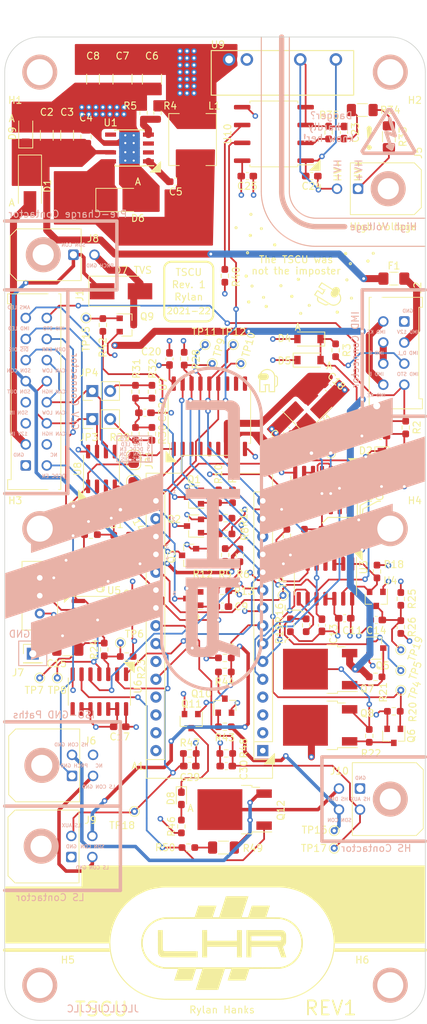
<source format=kicad_pcb>
(kicad_pcb (version 20211014) (generator pcbnew)
  (layers (0 "F.Cu" signal) (1 "In1.Cu" power "gnd") (2 "In2.Cu" power "5v") (31 "B.Cu" signal) (34 "B.Paste" user) (35 "F.Paste" user) (36 "B.SilkS" user "B.Silkscreen") (37 "F.SilkS" user "F.Silkscreen") (38 "B.Mask" user) (39 "F.Mask" user) (44 "Edge.Cuts" user))
  (net 0 "")
  (net 1 "Net-(A1-Pad1)")
  (net 2 "Net-(A1-Pad17)")
  (net 3 "Net-(A1-Pad2)")
  (net 4 "Net-(A1-Pad18)")
  (net 5 "Net-(A1-Pad3)")
  (net 6 "/IMD_data")
  (net 7 "GND")
  (net 8 "/IMD_fault")
  (net 9 "/D_AMS_Fault_Latched")
  (net 10 "/BMS_fault_analog")
  (net 11 "/D_IMD_Fault_Latched")
  (net 12 "Net-(A1-Pad22)")
  (net 13 "/BMS_Fault")
  (net 14 "/D_Aux_HS_sig")
  (net 15 "/D_Shutdown_Status_sig")
  (net 16 "/D_Aux_LS_sig")
  (net 17 "/dcdc_enable")
  (net 18 "Net-(A1-Pad25)")
  (net 19 "/D_Final_Close_cmd")
  (net 20 "/A_Vcar_sig")
  (net 21 "/D_Precharge_cmd")
  (net 22 "+5V")
  (net 23 "/can_~{reset}")
  (net 24 "Net-(A1-Pad28)")
  (net 25 "/can_~{cs}")
  (net 26 "/can_mosi")
  (net 27 "Net-(A1-Pad30)")
  (net 28 "/can_miso")
  (net 29 "/can_sck")
  (net 30 "+12V")
  (net 31 "Net-(C5-Pad2)")
  (net 32 "Net-(C5-Pad1)")
  (net 33 "Net-(C9-Pad1)")
  (net 34 "Net-(C12-Pad2)")
  (net 35 "/Shutdown Circuit Control/3.3V")
  (net 36 "Net-(C15-Pad1)")
  (net 37 "Net-(C18-Pad2)")
  (net 38 "Net-(C19-Pad1)")
  (net 39 "Net-(C22-Pad1)")
  (net 40 "/Voltage Measurement/HV-")
  (net 41 "Net-(C23-Pad1)")
  (net 42 "/Voltage Measurement/iso_hv_5")
  (net 43 "/12V_in")
  (net 44 "/shutdown_contactor")
  (net 45 "Net-(D7-Pad2)")
  (net 46 "Net-(D8-Pad1)")
  (net 47 "Net-(D8-Pad2)")
  (net 48 "/IMD_12V")
  (net 49 "/shutdown_in")
  (net 50 "/shutdown_out")
  (net 51 "/~{dischage_disable}")
  (net 52 "/IMD_led")
  (net 53 "/AMS_led")
  (net 54 "/DCDC_enable_signal")
  (net 55 "Net-(J1-Pad10)")
  (net 56 "/CAN_H")
  (net 57 "/CAN_L")
  (net 58 "/Orion_mpo_data_error")
  (net 59 "/IMD_status_output")
  (net 60 "/IMD_data_low_side")
  (net 61 "/IMD_KE")
  (net 62 "/IMD_E")
  (net 63 "/Voltage Measurement/HV+")
  (net 64 "/Precharge_Con_GND")
  (net 65 "/HS_Con_GND")
  (net 66 "/LS_Con_GND")
  (net 67 "Net-(J6-Pad4)")
  (net 68 "Net-(J10-Pad3)")
  (net 69 "/CAN/CAN_TX")
  (net 70 "Net-(JP1-Pad2)")
  (net 71 "/CAN/CAN_RX")
  (net 72 "Net-(JP2-Pad1)")
  (net 73 "Net-(JP3-Pad2)")
  (net 74 "Net-(JP4-Pad2)")
  (net 75 "Net-(Q1-Pad1)")
  (net 76 "Net-(Q2-Pad1)")
  (net 77 "Net-(Q3-Pad1)")
  (net 78 "Net-(Q5-Pad1)")
  (net 79 "Net-(Q5-Pad3)")
  (net 80 "Net-(Q6-Pad3)")
  (net 81 "Net-(Q6-Pad1)")
  (net 82 "Net-(Q7-Pad2)")
  (net 83 "Net-(Q9-Pad1)")
  (net 84 "Net-(Q10-Pad3)")
  (net 85 "Net-(Q10-Pad1)")
  (net 86 "Net-(Q13-Pad3)")
  (net 87 "Net-(R4-Pad2)")
  (net 88 "/Shutdown Circuit Control/~{BMS_Fault_AD}")
  (net 89 "Net-(R16-Pad2)")
  (net 90 "Net-(R17-Pad2)")
  (net 91 "/Shutdown Circuit Control/latch_ready")
  (net 92 "/Contactor Logic/Precharge_Active")
  (net 93 "Net-(R27-Pad2)")
  (net 94 "Net-(R33-Pad2)")
  (net 95 "Net-(R37-Pad1)")
  (net 96 "Net-(Q12-Pad4)")
  (net 97 "/D_Final_Close_Out")
  (net 98 "Net-(RV1-Pad2)")
  (net 99 "Net-(TP1-Pad1)")
  (net 100 "Net-(U1-Pad2)")
  (net 101 "Net-(U1-Pad3)")
  (net 102 "Net-(U1-Pad5)")
  (net 103 "Net-(U2-Pad4)")
  (net 104 "Net-(U2-Pad3)")
  (net 105 "Net-(U5-Pad7)")
  (net 106 "Net-(U6-Pad8)")
  (net 107 "Net-(U6-Pad11)")
  (net 108 "Net-(U7-Pad3)")
  (net 109 "Net-(U7-Pad4)")
  (net 110 "Net-(U7-Pad5)")
  (net 111 "Net-(U7-Pad6)")
  (net 112 "Net-(U7-Pad10)")
  (net 113 "Net-(U7-Pad11)")
  (net 114 "/CAN/~{INT}")
  (net 115 "Net-(U8-Pad5)")
  (footprint "Arduino:Arduino_Nano_Every" (layer "F.Cu") (at 116.81 126.6 180)
    (fp_text reference "A1")
    (fp_text value "Arduino_Nano_v3.x")
  )
  (footprint "Capacitor_SMD:C_0603_1608Metric_Pad1.08x0.95mm_HandSolder" (layer "F.Cu") (at 133.6 81.8)
    (fp_text reference "C1")
    (fp_text value "0.1uf")
  )
  (footprint "Capacitor_SMD:C_1206_3216Metric_Pad1.33x1.80mm_HandSolder" (layer "F.Cu") (at 86 39 -90)
    (fp_text reference "C2")
    (fp_text value "22uF")
  )
  (footprint "Capacitor_SMD:C_1206_3216Metric_Pad1.33x1.80mm_HandSolder" (layer "F.Cu") (at 88.9 39 -90)
    (fp_text reference "C3")
    (fp_text value "22uF")
  )
  (footprint "Capacitor_SMD:C_0805_2012Metric_Pad1.18x1.45mm_HandSolder" (layer "F.Cu") (at 91.6 39.2 -90)
    (fp_text reference "C4")
    (fp_text value "10uF")
  )
  (footprint "Capacitor_SMD:C_0603_1608Metric_Pad1.08x0.95mm_HandSolder" (layer "F.Cu") (at 104.4 45.6 180)
    (fp_text reference "C5")
    (fp_text value "10nF")
  )
  (footprint "Capacitor_SMD:C_1210_3225Metric_Pad1.33x2.70mm_HandSolder" (layer "F.Cu") (at 101 31 90)
    (fp_text reference "C6")
    (fp_text value "100uF")
  )
  (footprint "Capacitor_SMD:C_1210_3225Metric_Pad1.33x2.70mm_HandSolder" (layer "F.Cu") (at 96.8 31 90)
    (fp_text reference "C7")
    (fp_text value "100uF")
  )
  (footprint "Capacitor_SMD:C_1206_3216Metric_Pad1.33x1.80mm_HandSolder" (layer "F.Cu") (at 92.6 31 90)
    (fp_text reference "C8")
    (fp_text value "22uF")
  )
  (footprint "Capacitor_SMD:C_0603_1608Metric_Pad1.08x0.95mm_HandSolder" (layer "F.Cu") (at 111.05 106.1)
    (fp_text reference "C9")
    (fp_text value "0.1uf")
  )
  (footprint "Capacitor_SMD:C_0603_1608Metric_Pad1.08x0.95mm_HandSolder" (layer "F.Cu") (at 128.5 95)
    (fp_text reference "C10")
    (fp_text value "0.1uf")
  )
  (footprint "Capacitor_SMD:C_0603_1608Metric_Pad1.08x0.95mm_HandSolder" (layer "F.Cu") (at 128.5 107.75)
    (fp_text reference "C11")
    (fp_text value "0.1uf")
  )
  (footprint "Capacitor_SMD:C_0603_1608Metric_Pad1.08x0.95mm_HandSolder" (layer "F.Cu") (at 128.5 97.25 180)
    (fp_text reference "C12")
    (fp_text value "0.1uf")
  )
  (footprint "Capacitor_SMD:C_0603_1608Metric_Pad1.08x0.95mm_HandSolder" (layer "F.Cu") (at 125.25 108.75 90)
    (fp_text reference "C13")
    (fp_text value "0.1uf")
  )
  (footprint "Capacitor_SMD:C_0603_1608Metric_Pad1.08x0.95mm_HandSolder" (layer "F.Cu") (at 133 108 180)
    (fp_text reference "C14")
    (fp_text value "0.1uf")
  )
  (footprint "Capacitor_SMD:C_1206_3216Metric_Pad1.33x1.80mm_HandSolder" (layer "F.Cu") (at 89 112.2 180)
    (fp_text reference "C15")
    (fp_text value "68uf")
  )
  (footprint "Capacitor_SMD:C_0603_1608Metric_Pad1.08x0.95mm_HandSolder" (layer "F.Cu") (at 98.2 106.7 -90)
    (fp_text reference "C16")
    (fp_text value "0.1uf")
  )
  (footprint "Capacitor_SMD:C_0603_1608Metric_Pad1.08x0.95mm_HandSolder" (layer "F.Cu") (at 96.4 123.2 180)
    (fp_text reference "C17")
    (fp_text value "0.1uf")
  )
  (footprint "Capacitor_SMD:C_0603_1608Metric_Pad1.08x0.95mm_HandSolder" (layer "F.Cu") (at 126.19012 75 135)
    (fp_text reference "C18")
    (fp_text value "22pf")
  )
  (footprint "Capacitor_SMD:C_0603_1608Metric_Pad1.08x0.95mm_HandSolder" (layer "F.Cu") (at 120.2 81 135)
    (fp_text reference "C19")
    (fp_text value "22pf")
  )
  (footprint "Capacitor_SMD:C_0603_1608Metric_Pad1.08x0.95mm_HandSolder" (layer "F.Cu") (at 103.5 70.8375 -90)
    (fp_text reference "C20")
    (fp_text value "0.1uf")
  )
  (footprint "Capacitor_SMD:C_0603_1608Metric_Pad1.08x0.95mm_HandSolder" (layer "F.Cu") (at 93.5 91.6)
    (fp_text reference "C21")
    (fp_text value "0.1uf")
  )
  (footprint "Capacitor_SMD:C_0603_1608Metric_Pad1.08x0.95mm_HandSolder" (layer "F.Cu") (at 100 78.5)
    (fp_text reference "C22")
    (fp_text value "4.7nF")
  )
  (footprint "Capacitor_SMD:C_0603_1608Metric_Pad1.08x0.95mm_HandSolder" (layer "F.Cu") (at 128.4 38.6 90)
    (fp_text reference "C23")
    (fp_text value "1nf")
  )
  (footprint "Capacitor_SMD:C_0603_1608Metric_Pad1.08x0.95mm_HandSolder" (layer "F.Cu") (at 123.8 44.8 180)
    (fp_text reference "C24")
    (fp_text value "0.1uf")
  )
  (footprint "Capacitor_SMD:C_0603_1608Metric_Pad1.08x0.95mm_HandSolder" (layer "F.Cu") (at 114.6 44.8 180)
    (fp_text reference "C25")
    (fp_text value "0.1uf")
  )
  (footprint "Capacitor_SMD:C_0603_1608Metric_Pad1.08x0.95mm_HandSolder" (layer "F.Cu") (at 106.4 128.8)
    (fp_text reference "C29")
    (fp_text value "0.1uf")
  )
  (footprint "Capacitor_SMD:C_0603_1608Metric_Pad1.08x0.95mm_HandSolder" (layer "F.Cu") (at 111.6 128.8 180)
    (fp_text reference "C30")
    (fp_text value "0.1uf")
  )
  (footprint "Capacitor_SMD:C_0603_1608Metric_Pad1.08x0.95mm_HandSolder" (layer "F.Cu") (at 97.8 96.85 90)
    (fp_text reference "C31")
    (fp_text value "0.1uF")
  )
  (footprint "Diode_SMD:D_SMA_Handsoldering" (layer "F.Cu") (at 83.6 46.2 -90)
    (fp_text reference "D1")
    (fp_text value "SS54")
  )
  (footprint "Diode_SMD:D_SOD-123" (layer "F.Cu") (at 137 85.6 90)
    (fp_text reference "D2")
    (fp_text value "B5819W")
  )
  (footprint "Diode_SMD:D_SOD-123" (layer "F.Cu") (at 133.8 85.6 -90)
    (fp_text reference "D3")
    (fp_text value "B5819W")
  )
  (footprint "Diode_SMD:D_SOD-123" (layer "F.Cu") (at 123.4 71)
    (fp_text reference "D4")
    (fp_text value "B5819W")
  )
  (footprint "Diode_SMD:D_SOD-123" (layer "F.Cu") (at 123.4 68 180)
    (fp_text reference "D5")
    (fp_text value "B5819W")
  )
  (footprint "Diode_SMD:D_SMA" (layer "F.Cu") (at 96.4 48.2)
    (fp_text reference "D6")
    (fp_text value "SS34")
  )
  (footprint "Diode_SMD:D_SMB_Handsoldering" (layer "F.Cu") (at 96.6 61.2)
    (fp_text reference "D7")
    (fp_text value "P6SMB16CA")
  )
  (footprint "LED_SMD:LED_0603_1608Metric_Pad1.05x0.95mm_HandSolder" (layer "F.Cu") (at 105.2 133.4 -90)
    (fp_text reference "D8")
    (fp_text value "KT-0603R")
  )
  (footprint "Fuse:Fuse_1206_3216Metric_Pad1.42x1.75mm_HandSolder" (layer "F.Cu") (at 135.5125 59.4)
    (fp_text reference "F1")
    (fp_text value "2A")
  )
  (footprint "MountingHole:MountingHole_3.7mm" (layer "F.Cu") (at 85 30)
    (fp_text reference "H1")
    (fp_text value "MountingHole")
  )
  (footprint "MountingHole:MountingHole_3.7mm" (layer "F.Cu") (at 135 30)
    (fp_text reference "H2")
    (fp_text value "MountingHole")
  )
  (footprint "MountingHole:MountingHole_3.7mm" (layer "F.Cu") (at 85 95)
    (fp_text reference "H3")
    (fp_text value "MountingHole")
  )
  (footprint "MountingHole:MountingHole_3.7mm" (layer "F.Cu") (at 135 95)
    (fp_text reference "H4")
    (fp_text value "MountingHole")
  )
  (footprint "MountingHole:MountingHole_3.7mm" (layer "F.Cu") (at 85 160)
    (fp_text reference "H5")
    (fp_text value "MountingHole")
  )
  (footprint "MountingHole:MountingHole_3.7mm" (layer "F.Cu") (at 135 160)
    (fp_text reference "H6")
    (fp_text value "MountingHole")
  )
  (footprint "Connector_Molex:Molex_Micro-Fit_3.0_43045-1612_2x08_P3.00mm_Vertical" (layer "F.Cu") (at 83 86 90)
    (fp_text reference "J1")
    (fp_text value "Conn_01x116")
  )
  (footprint "Connector_Molex:Molex_Micro-Fit_3.0_43045-0812_2x04_P3.00mm_Vertical" (layer "F.Cu") (at 137 65.5 -90)
    (fp_text reference "J2")
    (fp_text value "Conn_01x08")
  )
  (footprint "Connector_Molex:Molex_Micro-Fit_3.0_43045-0200_2x01_P3.00mm_Horizontal" (layer "F.Cu") (at 130.4 46.6 -90)
    (fp_text reference "J5")
    (fp_text value "Conn_01x02")
  )
  (footprint "Connector_Molex:Molex_Micro-Fit_3.0_43045-0400_2x02_P3.00mm_Horizontal" (layer "F.Cu") (at 89.6 130.2 90)
    (fp_text reference "J6")
    (fp_text value "Conn_01x06")
  )
  (footprint "Connector_PinHeader_2.54mm:PinHeader_1x01_P2.54mm_Vertical" (layer "F.Cu") (at 84 112.8)
    (fp_text reference "J7")
    (fp_text value "Conn_01x01")
  )
  (footprint "Connector_Molex:Molex_Micro-Fit_3.0_43045-0200_2x01_P3.00mm_Horizontal" (layer "F.Cu") (at 89.8 56 90)
    (fp_text reference "J8")
    (fp_text value "Conn_01x01")
  )
  (footprint "Connector_Molex:Molex_Micro-Fit_3.0_43045-0400_2x02_P3.00mm_Horizontal" (layer "F.Cu") (at 89.5 141.75 90)
    (fp_text reference "J9")
    (fp_text value "Conn_02x02_Counter_Clockwise")
  )
  (footprint "Connector_Molex:Molex_Micro-Fit_3.0_43045-0400_2x02_P3.00mm_Horizontal" (layer "F.Cu") (at 130.68 132 -90)
    (fp_text reference "J10")
    (fp_text value "Conn_02x02_Counter_Clockwise")
  )
  (footprint "Jumper:SolderJumper-2_P1.3mm_Bridged_RoundedPad1.0x1.5mm" (layer "F.Cu") (at 98.4 85.2 -90)
    (fp_text reference "JP1")
    (fp_text value "Jumper_2_Bridged")
  )
  (footprint "Jumper:SolderJumper-2_P1.3mm_Bridged_RoundedPad1.0x1.5mm" (layer "F.Cu") (at 98.4 88.8 90)
    (fp_text reference "JP2")
    (fp_text value "Jumper_2_Bridged")
  )
  (footprint "Connector_PinHeader_2.54mm:PinHeader_1x02_P2.54mm_Vertical" (layer "F.Cu") (at 92.5 79.4 90)
    (fp_text reference "JP3")
    (fp_text value "NO_Jumper")
  )
  (footprint "Connector_PinHeader_2.54mm:PinHeader_1x02_P2.54mm_Vertical" (layer "F.Cu") (at 92.5 75.4 90)
    (fp_text reference "JP4")
    (fp_text value "NO_Jumper")
  )
  (footprint "Inductor_SMD:L_Abracon_ASPI-0630LR" (layer "F.Cu") (at 106.8 39.6 90)
    (fp_text reference "L1")
    (fp_text value "15uH (4.5A)")
  )
  (footprint "Package_TO_SOT_SMD:SOT-23" (layer "F.Cu") (at 107 90.5 180)
    (fp_text reference "Q1")
    (fp_text value "AO3400A")
  )
  (footprint "Package_TO_SOT_SMD:SOT-23" (layer "F.Cu") (at 107 94.625 180)
    (fp_text reference "Q2")
    (fp_text value "AO3400A")
  )
  (footprint "Package_TO_SOT_SMD:SOT-23" (layer "F.Cu") (at 106.3 98.8 180)
    (fp_text reference "Q3")
    (fp_text value "AO3400A")
  )
  (footprint "Package_TO_SOT_SMD:SOT-23" (layer "F.Cu") (at 106.9 104.95 180)
    (fp_text reference "Q4")
    (fp_text value "AO3400A")
  )
  (footprint "Package_TO_SOT_SMD:SOT-23" (layer "F.Cu") (at 133 112)
    (fp_text reference "Q5")
    (fp_text value "AO3400A")
  )
  (footprint "Package_TO_SOT_SMD:SOT-23" (layer "F.Cu") (at 135.5 124.5 -90)
    (fp_text reference "Q6")
    (fp_text value "AO3400A")
  )
  (footprint "Package_TO_SOT_SMD:TO-252-2" (layer "F.Cu") (at 125 115 180)
    (fp_text reference "Q7")
    (fp_text value "IRFR5305TRPBF")
  )
  (footprint "Package_TO_SOT_SMD:TO-252-2" (layer "F.Cu") (at 125 123 180)
    (fp_text reference "Q8")
    (fp_text value "IRFR5305TRPBF")
  )
  (footprint "Package_TO_SOT_SMD:SOT-23" (layer "F.Cu") (at 97.4 66)
    (fp_text reference "Q9")
    (fp_text value "Q_NMOS_DGS")
  )
  (footprint "Package_TO_SOT_SMD:SOT-23" (layer "F.Cu") (at 111.4 120.2 90)
    (fp_text reference "Q10")
    (fp_text value " 2N7002 ")
  )
  (footprint "Package_TO_SOT_SMD:SOT-23" (layer "F.Cu") (at 106.6 122.4 -90)
    (fp_text reference "Q11")
    (fp_text value "AO3400A")
  )
  (footprint "Package_TO_SOT_SMD:TO-252-2" (layer "F.Cu") (at 112.8 135 180)
    (fp_text reference "Q12")
    (fp_text value "NCE3050K")
  )
  (footprint "Package_TO_SOT_SMD:SOT-23" (layer "F.Cu") (at 92.3 99.35)
    (fp_text reference "Q13")
    (fp_text value "AO3400A")
  )
  (footprint "Resistor_SMD:R_0603_1608Metric_Pad0.98x0.95mm_HandSolder" (layer "F.Cu") (at 133.6 79.6)
    (fp_text reference "R1")
    (fp_text value "2.2k")
  )
  (footprint "Resistor_SMD:R_0603_1608Metric_Pad0.98x0.95mm_HandSolder" (layer "F.Cu") (at 137.2 80.6 90)
    (fp_text reference "R2")
    (fp_text value "10k")
  )
  (footprint "Resistor_SMD:R_0603_1608Metric_Pad0.98x0.95mm_HandSolder" (layer "F.Cu") (at 127.2 69.6 -90)
    (fp_text reference "R3")
    (fp_text value "1k")
  )
  (footprint "Resistor_SMD:R_0603_1608Metric_Pad0.98x0.95mm_HandSolder" (layer "F.Cu") (at 101.8 35.8 -90)
    (fp_text reference "R4")
    (fp_text value "10k")
  )
  (footprint "Resistor_SMD:R_0603_1608Metric_Pad0.98x0.95mm_HandSolder" (layer "F.Cu") (at 99.8 35.8 90)
    (fp_text reference "R5")
    (fp_text value "3.24k")
  )
  (footprint "Resistor_SMD:R_0603_1608Metric_Pad0.98x0.95mm_HandSolder" (layer "F.Cu") (at 113.55 98.8 90)
    (fp_text reference "R6")
    (fp_text value "1k")
  )
  (footprint "Resistor_SMD:R_0603_1608Metric_Pad0.98x0.95mm_HandSolder" (layer "F.Cu") (at 112.5 90.4 -90)
    (fp_text reference "R7")
    (fp_text value "10k")
  )
  (footprint "Resistor_SMD:R_0603_1608Metric_Pad0.98x0.95mm_HandSolder" (layer "F.Cu") (at 111.5 95.75)
    (fp_text reference "R8")
    (fp_text value "10k")
  )
  (footprint "Resistor_SMD:R_0603_1608Metric_Pad0.98x0.95mm_HandSolder" (layer "F.Cu") (at 111.45 98.75 90)
    (fp_text reference "R9")
    (fp_text value "10k")
  )
  (footprint "Resistor_SMD:R_0603_1608Metric_Pad0.98x0.95mm_HandSolder" (layer "F.Cu") (at 110.5 90.4 90)
    (fp_text reference "R10")
    (fp_text value "100k")
  )
  (footprint "Resistor_SMD:R_0603_1608Metric_Pad0.98x0.95mm_HandSolder" (layer "F.Cu") (at 111.5 93.5 180)
    (fp_text reference "R11")
    (fp_text value "100k")
  )
  (footprint "Resistor_SMD:R_0603_1608Metric_Pad0.98x0.95mm_HandSolder" (layer "F.Cu") (at 109.4 98.75 90)
    (fp_text reference "R12")
    (fp_text value "100k")
  )
  (footprint "Resistor_SMD:R_0603_1608Metric_Pad0.98x0.95mm_HandSolder" (layer "F.Cu") (at 111.05 103.85)
    (fp_text reference "R13")
    (fp_text value "100k")
  )
  (footprint "Resistor_SMD:R_0603_1608Metric_Pad0.98x0.95mm_HandSolder" (layer "F.Cu") (at 122.75 96 -90)
    (fp_text reference "R14")
    (fp_text value "2.2k")
  )
  (footprint "Resistor_SMD:R_0603_1608Metric_Pad0.98x0.95mm_HandSolder" (layer "F.Cu") (at 125.25 96 -90)
    (fp_text reference "R15")
    (fp_text value "10k")
  )
  (footprint "Resistor_SMD:R_0603_1608Metric_Pad0.98x0.95mm_HandSolder" (layer "F.Cu") (at 123 108.75 -90)
    (fp_text reference "R16")
    (fp_text value "1k")
  )
  (footprint "Resistor_SMD:R_0603_1608Metric_Pad0.98x0.95mm_HandSolder" (layer "F.Cu") (at 120.25 96 90)
    (fp_text reference "R17")
    (fp_text value "1k")
  )
  (footprint "Resistor_SMD:R_0603_1608Metric_Pad0.98x0.95mm_HandSolder" (layer "F.Cu") (at 133.1 101.1 -90)
    (fp_text reference "R18")
    (fp_text value "10k")
  )
  (footprint "Resistor_SMD:R_0603_1608Metric_Pad0.98x0.95mm_HandSolder" (layer "F.Cu") (at 120.75 108.75 -90)
    (fp_text reference "R19")
    (fp_text value "100k")
  )
  (footprint "Resistor_SMD:R_0603_1608Metric_Pad0.98x0.95mm_HandSolder" (layer "F.Cu") (at 135.5 121 180)
    (fp_text reference "R20")
    (fp_text value "100k")
  )
  (footprint "Resistor_SMD:R_0603_1608Metric_Pad0.98x0.95mm_HandSolder" (layer "F.Cu") (at 132.9 116.1)
    (fp_text reference "R21")
    (fp_text value "100k")
  )
  (footprint "Resistor_SMD:R_0603_1608Metric_Pad0.98x0.95mm_HandSolder" (layer "F.Cu") (at 132 124.5 -90)
    (fp_text reference "R22")
    (fp_text value "100k")
  )
  (footprint "Resistor_SMD:R_0603_1608Metric_Pad0.98x0.95mm_HandSolder" (layer "F.Cu") (at 97.4 113.2)
    (fp_text reference "R23")
    (fp_text value "100k")
  )
  (footprint "Resistor_SMD:R_0603_1608Metric_Pad0.98x0.95mm_HandSolder" (layer "F.Cu") (at 94.2 112.2 90)
    (fp_text reference "R24")
    (fp_text value "100k")
  )
  (footprint "Resistor_SMD:R_0603_1608Metric_Pad0.98x0.95mm_HandSolder" (layer "F.Cu") (at 136.5 105 -90)
    (fp_text reference "R25")
    (fp_text value "10k")
  )
  (footprint "Resistor_SMD:R_0603_1608Metric_Pad0.98x0.95mm_HandSolder" (layer "F.Cu") (at 136.5 109 -90)
    (fp_text reference "R26")
    (fp_text value "20k")
  )
  (footprint "Resistor_SMD:R_0603_1608Metric_Pad0.98x0.95mm_HandSolder" (layer "F.Cu") (at 91 103 180)
    (fp_text reference "R27")
    (fp_text value "100k")
  )
  (footprint "Resistor_SMD:R_0603_1608Metric_Pad0.98x0.95mm_HandSolder" (layer "F.Cu") (at 105.6 70.8 -90)
    (fp_text reference "R28")
    (fp_text value "100k")
  )
  (footprint "Resistor_SMD:R_0603_1608Metric_Pad0.98x0.95mm_HandSolder" (layer "F.Cu") (at 98.65 81.5 90)
    (fp_text reference "R29")
    (fp_text value "120")
  )
  (footprint "Resistor_SMD:R_0603_1608Metric_Pad0.98x0.95mm_HandSolder" (layer "F.Cu") (at 101 81.5 90)
    (fp_text reference "R30")
    (fp_text value "120")
  )
  (footprint "Resistor_SMD:R_0603_1608Metric_Pad0.98x0.95mm_HandSolder" (layer "F.Cu") (at 98.65 75.5 -90)
    (fp_text reference "R31")
    (fp_text value "120")
  )
  (footprint "Resistor_SMD:R_0603_1608Metric_Pad0.98x0.95mm_HandSolder" (layer "F.Cu") (at 101 75.5 -90)
    (fp_text reference "R32")
    (fp_text value "120")
  )
  (footprint "Resistor_SMD:R_1206_3216Metric_Pad1.30x1.75mm_HandSolder" (layer "F.Cu") (at 134.8 39.2 90)
    (fp_text reference "R33")
    (fp_text value "1M")
  )
  (footprint "Resistor_SMD:R_1206_3216Metric_Pad1.30x1.75mm_HandSolder" (layer "F.Cu") (at 131 35.4 180)
    (fp_text reference "R34")
    (fp_text value "1M")
  )
  (footprint "Resistor_SMD:R_0603_1608Metric_Pad0.98x0.95mm_HandSolder" (layer "F.Cu") (at 126.2 38.6 90)
    (fp_text reference "R35")
    (fp_text value "1k")
  )
  (footprint "Resistor_SMD:R_0603_1608Metric_Pad0.98x0.95mm_HandSolder" (layer "F.Cu") (at 111.4 59 90)
    (fp_text reference "R40")
    (fp_text value "3.9k")
  )
  (footprint "Resistor_SMD:R_0603_1608Metric_Pad0.98x0.95mm_HandSolder" (layer "F.Cu") (at 94 66 -90)
    (fp_text reference "R42")
    (fp_text value "10k")
  )
  (footprint "Resistor_SMD:R_0603_1608Metric_Pad0.98x0.95mm_HandSolder" (layer "F.Cu") (at 111.4 123.2 180)
    (fp_text reference "R43")
    (fp_text value "10k")
  )
  (footprint "Resistor_SMD:R_0603_1608Metric_Pad0.98x0.95mm_HandSolder" (layer "F.Cu") (at 111.4 115.4 180)
    (fp_text reference "R44")
    (fp_text value "150")
  )
  (footprint "Resistor_SMD:R_0603_1608Metric_Pad0.98x0.95mm_HandSolder" (layer "F.Cu") (at 111.4 113.4)
    (fp_text reference "R45")
    (fp_text value "10k")
  )
  (footprint "Resistor_SMD:R_0603_1608Metric_Pad0.98x0.95mm_HandSolder" (layer "F.Cu") (at 105.2 137.4 90)
    (fp_text reference "R46")
    (fp_text value "1k")
  )
  (footprint "Resistor_SMD:R_0603_1608Metric_Pad0.98x0.95mm_HandSolder" (layer "F.Cu") (at 106.4 127)
    (fp_text reference "R47")
    (fp_text value "5.1k")
  )
  (footprint "Resistor_SMD:R_0603_1608Metric_Pad0.98x0.95mm_HandSolder" (layer "F.Cu") (at 111.6 127 180)
    (fp_text reference "R48")
    (fp_text value "5.1k")
  )
  (footprint "Resistor_SMD:R_1206_3216Metric_Pad1.30x1.75mm_HandSolder" (layer "F.Cu") (at 111.2 140.4)
    (fp_text reference "R49")
    (fp_text value "1M")
  )
  (footprint "Resistor_SMD:R_0603_1608Metric_Pad0.98x0.95mm_HandSolder" (layer "F.Cu") (at 106.2 140.4)
    (fp_text reference "R50")
    (fp_text value "1k")
  )
  (footprint "Resistor_SMD:R_0603_1608Metric_Pad0.98x0.95mm_HandSolder" (layer "F.Cu") (at 92.3 95.85 180)
    (fp_text reference "R51")
    (fp_text value "2.2k")
  )
  (footprint "Resistor_SMD:R_0603_1608Metric_Pad0.98x0.95mm_HandSolder" (layer "F.Cu") (at 95.55 96.85 -90)
    (fp_text reference "R52")
    (fp_text value "10k")
  )
  (footprint "Resistor_SMD:R_0603_1608Metric_Pad0.98x0.95mm_HandSolder" (layer "F.Cu") (at 96.55 100.1 180)
    (fp_text reference "R53")
    (fp_text value "2.2k")
  )
  (footprint "Potentiometer_THT:Potentiometer_Bourns_3296W_Vertical" (layer "F.Cu") (at 85 102 90)
    (fp_text reference "RV1")
    (fp_text value "R_POT_TRIM")
  )
  (footprint "TestPoint:TestPoint_THTPad_D1.0mm_Drill0.5mm" (layer "F.Cu") (at 126.5 84.25 -90)
    (fp_text reference "TP1")
    (fp_text value "TestPoint")
  )
  (footprint "TestPoint:TestPoint_THTPad_D1.0mm_Drill0.5mm" (layer "F.Cu") (at 123.75 84.25 -90)
    (fp_text reference "TP2")
    (fp_text value "TestPoint")
  )
  (footprint "TestPoint:TestPoint_THTPad_D1.0mm_Drill0.5mm" (layer "F.Cu") (at 119.7 104.5 -90)
    (fp_text reference "TP3")
    (fp_text value "TestPoint")
  )
  (footprint "TestPoint:TestPoint_THTPad_D1.0mm_Drill0.5mm" (layer "F.Cu") (at 136.5 118 -90)
    (fp_text reference "TP4")
    (fp_text value "TestPoint")
  )
  (footprint "TestPoint:TestPoint_THTPad_D1.0mm_Drill0.5mm" (layer "F.Cu") (at 136.5 115.2 -90)
    (fp_text reference "TP5")
    (fp_text value "TestPoint")
  )
  (footprint "TestPoint:TestPoint_THTPad_D1.0mm_Drill0.5mm" (layer "F.Cu") (at 96.5 111.25 90)
    (fp_text reference "TP6")
    (fp_text value "TestPoint")
  )
  (footprint "TestPoint:TestPoint_THTPad_D1.0mm_Drill0.5mm" (layer "F.Cu") (at 85 116.25 90)
    (fp_text reference "TP7")
    (fp_text value "TestPoint")
  )
  (footprint "TestPoint:TestPoint_THTPad_D1.0mm_Drill0.5mm" (layer "F.Cu") (at 87.5 116.25 90)
    (fp_text reference "TP8")
    (fp_text value "TestPoint")
  )
  (footprint "TestPoint:TestPoint_THTPad_D1.0mm_Drill0.5mm" (layer "F.Cu") (at 109.6 71.5)
    (fp_text reference "TP9")
    (fp_text value "TestPoint")
  )
  (footprint "TestPoint:TestPoint_THTPad_D1.0mm_Drill0.5mm" (layer "F.Cu") (at 113.7 71.5)
    (fp_text reference "TP10")
    (fp_text value "TestPoint")
  )
  (footprint "TestPoint:TestPoint_THTPad_D1.0mm_Drill0.5mm" (layer "F.Cu") (at 108.6 68.8)
    (fp_text reference "TP11")
    (fp_text value "TestPoint")
  )
  (footprint "TestPoint:TestPoint_THTPad_D1.0mm_Drill0.5mm" (layer "F.Cu") (at 112.6 68.8)
    (fp_text reference "TP12")
    (fp_text value "TestPoint")
  )
  (footprint "TestPoint:TestPoint_THTPad_D1.0mm_Drill0.5mm" (layer "F.Cu") (at 89.8 91.8)
    (fp_text reference "TP13")
    (fp_text value "TestPoint")
  )
  (footprint "TestPoint:TestPoint_THTPad_D1.0mm_Drill0.5mm" (layer "F.Cu") (at 96.5 92.3)
    (fp_text reference "TP14")
    (fp_text value "TestPoint")
  )
  (footprint "TestPoint:TestPoint_THTPad_D1.0mm_Drill0.5mm" (layer "F.Cu") (at 91.6 65)
    (fp_text reference "TP15")
    (fp_text value "TestPoint")
  )
  (footprint "TestPoint:TestPoint_THTPad_D1.0mm_Drill0.5mm" (layer "F.Cu") (at 127 138)
    (fp_text reference "TP16")
    (fp_text value "TestPoint")
  )
  (footprint "TestPoint:TestPoint_THTPad_D1.0mm_Drill0.5mm" (layer "F.Cu") (at 127 140.5)
    (fp_text reference "TP17")
    (fp_text value "TestPoint")
  )
  (footprint "TestPoint:TestPoint_THTPad_D1.0mm_Drill0.5mm" (layer "F.Cu") (at 98.5 135.25)
    (fp_text reference "TP18")
    (fp_text value "TestPoint")
  )
  (footprint "TestPoint:TestPoint_THTPad_D1.0mm_Drill0.5mm" (layer "F.Cu") (at 136.5 112.25 -90)
    (fp_text reference "TP19")
    (fp_text value "TestPoint")
  )
  (footprint "Package_SO:TI_SO-PowerPAD-8_ThermalVias" (layer "F.Cu") (at 97.8 40.8 180)
    (fp_text reference "U1")
    (fp_text value "TPS5430DDA")
  )
  (footprint "Package_SO:SOIC-14_3.9x8.7mm_P1.27mm" (layer "F.Cu") (at 125.25 89.5 -90)
    (fp_text reference "U2")
    (fp_text value "74HC00D,653")
  )
  (footprint "Package_SO:SOIC-14_3.9x8.7mm_P1.27mm" (layer "F.Cu") (at 125.75 102.5 -90)
    (fp_text reference "U3")
    (fp_text value "74HC74D,653")
  )
  (footprint "Package_TO_SOT_SMD:SOT-23" (layer "F.Cu") (at 133 105 -90)
    (fp_text reference "U4")
    (fp_text value " SGM809-SXN3/TR ")
  )
  (footprint "Package_SO:SOIC-8_3.9x4.9mm_P1.27mm" (layer "F.Cu") (at 93 107.2)
    (fp_text reference "U5")
    (fp_text value "LM393")
  )
  (footprint "Package_SO:SOIC-14_3.9x8.7mm_P1.27mm" (layer "F.Cu") (at 93.5 118.2 -90)
    (fp_text reference "U6")
    (fp_text value "74HC08_2AND")
  )
  (footprint "Package_SO:SOIC-18W_7.5x11.6mm_P1.27mm" (layer "F.Cu") (at 109.19 79 90)
    (fp_text reference "U7")
    (fp_text value "MCP2515-xSO")
  )
  (footprint "Package_SO:SOIC-8_3.9x4.9mm_P1.27mm" (layer "F.Cu") (at 93.8 86.5 90)
    (fp_text reference "U8")
    (fp_text value "SN65HVD230")
  )
  (footprint "LHRE Footprint Library:RFMM-0505S" (layer "F.Cu") (at 112 28.2)
    (fp_text reference "U9")
    (fp_text value "RFMM-0505S")
  )
  (footprint "Package_SO:SOP-8_6.62x9.15mm_P2.54mm" (layer "F.Cu") (at 118.4 38.8 180)
    (fp_text reference "U10")
    (fp_text value "AMC1200BDUBR")
  )
  (footprint "Crystal:Crystal_SMD_3225-4Pin_3.2x2.5mm_HandSoldering" (layer "F.Cu") (at 123.161522 78.012132 45)
    (fp_text reference "Y1")
    (fp_text value "16 MHz")
  )
  (footprint "LHRE Footprint Library:logo_lhr_verysmall" (layer "F.Cu") (at 111 154)
    (fp_text reference "G***" hide)
    (fp_text value "LOGO" hide)
  )
  (footprint "Diode_SMD:D_SOD-123F" (layer "F.Cu") (at 83 38.6 90)
    (fp_text reference "D9")
    (fp_text value "D_SOD-123F")
  )
  (footprint "LHRE Footprint Library:logo_lhr_big" (layer "B.Cu") (at 109.5 95 -90)
    (fp_text reference "G***" hide)
    (fp_text value "LOGO" hide)
  )
  (gr_line (start 138.49 41.25) (end 135.09 35.35) (layer "B.SilkS") (width 0.5))
  (gr_line (start 134.69 35.35) (end 135.09 35.35) (layer "B.SilkS") (width 0.5))
  (gr_line (start 130.99 41.25) (end 131.19 41.55) (layer "B.SilkS") (width 0.5))
  (gr_line (start 138.49 41.25) (end 138.29 41.55) (layer "B.SilkS") (width 0.5))
  (gr_line (start 135.39 40.39) (end 135.19 40.95) (layer "B.SilkS") (width 0.5))
  (gr_line (start 86 111) (end 82 111) (layer "B.SilkS") (width 0.15))
  (gr_poly (pts (xy 102.2 100.5) (xy 80 107.8) (xy 80 101.4) (xy 102.2 94.2)) (layer "B.SilkS") (width 0.1) (fill solid))
  (gr_poly (pts (xy 102.1 107.5) (xy 83.8 113.6) (xy 83.8 108.4) (xy 102.1 102.4)) (layer "B.SilkS") (width 0.1) (fill solid))
  (gr_poly (pts (xy 135.3 96.6) (xy 117 102.7) (xy 117 97.5) (xy 135.3 91.5)) (layer "B.SilkS") (width 0.1) (fill solid))
  (gr_circle (center 135 160) (end 137 160) (layer "B.SilkS") (width 1) (fill none))
  (gr_circle (center 85 30) (end 87 30) (layer "B.SilkS") (width 1) (fill none))
  (gr_line (start 119.5 47) (end 119.5 25) (layer "B.SilkS") (width 0.75))
  (gr_arc (start 124.404013 51.999079) (mid 120.930691 50.501433) (end 119.5 47) (layer "B.SilkS") (width 0.75))
  (gr_line (start 96.5 146.5) (end 80 146.5) (layer "B.SilkS") (width 0.5))
  (gr_line (start 82 114.5) (end 86 114.5) (layer "B.SilkS") (width 0.15))
  (gr_line (start 80 122.5) (end 96.5 122.5) (layer "B.SilkS") (width 0.5))
  (gr_line (start 135.19 40.95) (end 134.63 40.58) (layer "B.SilkS") (width 0.5))
  (gr_line (start 128.5 52) (end 124.4 52) (layer "B.SilkS") (width 0.75))
  (gr_circle (center 85 95) (end 87 95) (layer "B.SilkS") (width 1) (fill none))
  (gr_line (start 88.5 61) (end 96 61) (layer "B.SilkS") (width 0.5))
  (gr_line (start 134.63 40.57) (end 135.38 40.39) (layer "B.SilkS") (width 0.5))
  (gr_line (start 125.25 139.5) (end 140 139.5) (layer "B.SilkS") (width 0.5))
  (gr_line (start 82 111) (end 82 114.5) (layer "B.SilkS") (width 0.15))
  (gr_line (start 101 85.5) (end 101 81.8) (layer "B.SilkS") (width 0.15))
  (gr_circle (center 85 160) (end 87 160) (layer "B.SilkS") (width 1) (fill none))
  (gr_line (start 131 79) (end 140 79) (layer "B.SilkS") (width 0.5))
  (gr_circle (center 134.7 46.6) (end 136.7 46.6) (layer "B.SilkS") (width 1) (fill none))
  (gr_line (start 89 61) (end 89 90) (layer "B.SilkS") (width 0.5))
  (gr_poly (pts (xy 140 88.2) (xy 116.9 95.8) (xy 116.9 89.4) (xy 140 81.9)) (layer "B.SilkS") (width 0.1) (fill solid))
  (gr_line (start 140 61) (end 131 61) (layer "B.SilkS") (width 0.5))
  (gr_line (start 89 90) (end 80 90) (layer "B.SilkS") (width 0.5))
  (gr_circle (center 85.5 56) (end 87.5 56) (layer "B.SilkS") (width 1) (fill none))
  (gr_line (start 96.5 134.5) (end 80 134.5) (layer "B.SilkS") (width 0.5))
  (gr_line (start 135.69 39.05) (end 134.39 38.55) (layer "B.SilkS") (width 0.5))
  (gr_arc (start 124.499992 54.799359) (mid 118.920034 52.550673) (end 116.6 47) (layer "B.SilkS") (width 0.15))
  (gr_line (start 96 81.8) (end 96 85.5) (layer "B.SilkS") (width 0.15))
  (gr_line (start 96 85.5) (end 101 85.5) (layer "B.SilkS") (width 0.15))
  (gr_line (start 86 114.5) (end 86 111) (layer "B.SilkS") (width 0.15))
  (gr_line (start 140 127.5) (end 125.25 127.5) (layer "B.SilkS") (width 0.5))
  (gr_line (start 131 61) (end 131 79) (layer "B.SilkS") (width 0.5))
  (gr_circle (center 85.3 128.7) (end 87.3 128.7) (layer "B.SilkS") (width 1) (fill none))
  (gr_line (start 125.25 127.5) (end 125.25 139.5) (layer "B.SilkS") (width 0.5))
  (gr_line (start 96 61) (end 96 51.2) (layer "B.SilkS") (width 0.5))
  (gr_poly (pts (xy 135.3 81.5) (xy 117 87.6) (xy 117 82.4) (xy 135.3 76.4)) (layer "B.SilkS") (width 0.1) (fill solid))
  (gr_line (start 140 50.8) (end 124.4 50.8) (layer "B.SilkS") (width 0.15))
  (gr_line (start 134.69 35.35) (end 130.99 41.25) (layer "B.SilkS") (width 0.5))
  (gr_line (start 101 81.8) (end 96 81.8) (layer "B.SilkS") (width 0.15))
  (gr_line (start 134.9 36.6) (end 135.69 39.05) (layer "B.SilkS") (width 0.5))
  (gr_line (start 140 54.8) (end 124.5 54.8) (layer "B.SilkS") (width 0.15))
  (gr_line (start 116.6 25) (end 116.6 47) (layer "B.SilkS") (width 0.15))
  (gr_line (start 131.19 41.55) (end 138.29 41.55) (layer "B.SilkS") (width 0.5))
  (gr_line (start 134.39 38.55) (end 135.19 40.95) (layer "B.SilkS") (width 0.5))
  (gr_line (start 80 61) (end 88.5 61) (layer "B.SilkS") (width 0.5))
  (gr_poly (pts (xy 102.1 92.3) (xy 83.8 98.4) (xy 83.8 93.2) (xy 102.1 87.2)) (layer "B.SilkS") (width 0.1) (fill solid))
  (gr_circle (center 135 133.5) (end 137 133.5) (layer "B.SilkS") (width 1) (fill none))
  (gr_line (start 96 51.2) (end 80 51.2) (layer "B.SilkS") (width 0.5))
  (gr_circle (center 135 95) (end 137 95) (layer "B.SilkS") (width 1) (fill none))
  (gr_circle (center 85.2 140.2) (end 87.2 140.2) (layer "B.SilkS") (width 1) (fill none))
  (gr_arc (start 124.4 50.8) (mid 121.712994 49.687006) (end 120.6 47) (layer "B.SilkS") (width 0.15))
  (gr_circle (center 135 30) (end 137 30) (layer "B.SilkS") (width 1) (fill none))
  (gr_line (start 120.6 25) (end 120.6 47) (layer "B.SilkS") (width 0.15))
  (gr_line (start 96.5 122.5) (end 96.5 146.5) (layer "B.SilkS") (width 0.5))
  (gr_line (start 120.6 46) (end 120.6 47) (layer "F.SilkS") (width 0.15))
  (gr_line (start 116.6 46) (end 116.6 47) (layer "F.SilkS") (width 0.15))
  (gr_line (start 103 162) (end 119 162) (layer "F.SilkS") (width 0.15))
  (gr_line (start 109.75 58) (end 109.75 64.5) (layer "F.SilkS") (width 0.3))
  (gr_line (start 116.39 75.51) (end 116.39 73.11) (layer "F.SilkS") (width 0.15))
  (gr_line (start 120.6 25) (end 120.6 47) (layer "F.SilkS") (width 0.15))
  (gr_poly (pts (xy 129 85) (xy 130.5 85) (xy 130.5 86.5)) (layer "F.SilkS") (width 0.1) (fill solid))
  (gr_poly (pts (xy 102.25 42.75) (xy 102.25 44.25) (xy 100.75 44.25)) (layer "F.SilkS") (width 0.1) (fill solid))
  (gr_poly (pts (xy 125 42.5) (xy 125 44) (xy 123.5 44)) (layer "F.SilkS") (width 0.1) (fill solid))
  (gr_circle (center 135 133.5) (end 137 133.5) (layer "F.SilkS") (width 1) (fill none))
  (gr_arc (start 118.9 74.4) (mid 118.782843 74.682843) (end 118.5 74.8) (layer "F.SilkS") (width 0.15))
  (gr_line (start 118.9 73.6) (end 118.9 74.4) (layer "F.SilkS") (width 0.15))
  (gr_circle (center 115.04 53.25) (end 115.06 53.09) (layer "F.SilkS") (width 0.15) (fill none))
  (gr_poly (pts (xy 115.1 53.12) (xy 115.19 53.23) (xy 115.11 53.4) (xy 114.91 53.36) (xy 114.88 53.17) (xy 115.1 53.11)) (layer "F.SilkS") (width 0.1) (fill solid))
  (gr_circle (center 116.61 52.28) (end 116.68 52.28) (layer "F.SilkS") (width 0.15) (fill none))
  (gr_line (start 127.41 61.77) (end 127.68 61.36) (layer "F.SilkS") (width 0.15))
  (gr_poly (pts (xy 128.69 55.71) (xy 128.78 55.82) (xy 128.7 55.99) (xy 128.5 55.95) (xy 128.47 55.76) (xy 128.69 55.7)) (layer "F.SilkS") (width 0.1) (fill solid))
  (gr_line (start 129.4 93.8) (end 128.9 94.2) (layer "F.SilkS") (width 0.15))
  (gr_arc (start 127.326138 61.286188) (mid 127.887781 61.948204) (end 127.72 62.8) (layer "F.SilkS") (width 0.15))
  (gr_line (start 130.7 93.7) (end 130.7 93.8) (layer "F.SilkS") (width 0.15))
  (gr_circle (center 132.57 55.8) (end 132.64 55.8) (layer "F.SilkS") (width 0.15) (fill none))
  (gr_line (start 103 146) (end 119 146) (layer "F.SilkS") (width 0.15))
  (gr_circle (center 85 95) (end 87 95) (layer "F.SilkS") (width 1) (fill none))
  (gr_circle (center 127.44 64.17) (end 127.46 64.01) (layer "F.SilkS") (width 0.15) (fill none))
  (gr_poly (pts (xy 121.95 59.37) (xy 122.04 59.48) (xy 121.96 59.65) (xy 121.76 59.61) (xy 121.73 59.42) (xy 121.95 59.36)) (layer "F.SilkS") (width 0.1) (fill solid))
  (gr_line (start 120 105.9) (end 120 106.6) (layer "F.SilkS") (width 0.15))
  (gr_line (start 116.6 46) (end 116.6 25) (layer "F.SilkS") (width 0.15))
  (gr_poly (pts (xy 117.37 63.23) (xy 117.46 63.34) (xy 117.38 63.51) (xy 117.18 63.47) (xy 117.15 63.28) (xy 117.37 63.22)) (layer "F.SilkS") (width 0.1) (fill solid))
  (gr_circle (center 85.3 128.7) (end 87.3 128.7) (layer "F.SilkS") (width 1) (fill none))
  (gr_circle (center 129.3 57.27) (end 129.37 57.27) (layer "F.SilkS") (width 0.15) (fill none))
  (gr_line (start 126.1 93.4) (end 125.3 94.2) (layer "F.SilkS") (width 0.15))
  (gr_line (start 125.32 61.6) (end 124.62 61.1) (layer "F.SilkS") (width 0.15))
  (gr_poly (pts (xy 131.87 56.77) (xy 131.96 56.88) (xy 131.88 57.05) (xy 131.68 57.01) (xy 131.65 56.82) (xy 131.87 56.76)) (layer "F.SilkS") (width 0.1) (fill solid))
  (gr_arc (start 103 162) (mid 95 154) (end 103 146) (layer "F.SilkS") (width 0.15))
  (gr_line (start 124.82 60.6) (end 125.62 61.1) (layer "F.SilkS") (width 0.15))
  (gr_line (start 125.22 60) (end 124.82 60.6) (layer "F.SilkS") (width 0.15))
  (gr_line (start 125.6 61.1) (end 125.68 60.97) (layer "F.SilkS") (width 0.15))
  (gr_circle (center 135 95) (end 137 95) (layer "F.SilkS") (width 1) (fill none))
  (gr_line (start 133.2 91.1) (end 131.1 92.2) (layer "F.SilkS") (width 0.15))
  (gr_circle (center 131.81 56.9) (end 131.83 56.74) (layer "F.SilkS") (width 0.15) (fill none))
  (gr_arc (start 109.75 64.5) (mid 109.457107 65.207107) (end 108.75 65.5) (layer "F.SilkS") (width 0.3))
  (gr_arc (start 124.5 52) (mid 120.964466 50.535534) (end 119.5 47) (layer "F.SilkS") (width 0.75))
  (gr_arc (start 124.4 50.8) (mid 121.712994 49.687006) (end 120.6 47) (layer "F.SilkS") (width 0.15))
  (gr_line (start 102.75 58) (end 102.75 64.5) (layer "F.SilkS") (width 0.3))
  (gr_arc (start 118.5 73.2) (mid 118.782843 73.317157) (end 118.9 73.6) (layer "F.SilkS") (width 0.15))
  (gr_circle (center 114.45 59.04) (end 114.47 58.88) (layer "F.SilkS") (width 0.15) (fill none))
  (gr_line (start 103.75 57) (end 108.75 57) (layer "F.SilkS") (width 0.3))
  (gr_arc (start 108.75 57) (mid 109.457107 57.292893) (end 109.75 58) (layer "F.SilkS") (width 0.3))
  (gr_line (start 120 111.2) (end 120 110.9) (layer "F.SilkS") (width 0.15))
  (gr_circle (center 120.95 61.93) (end 120.97 61.77) (layer "F.SilkS") (width 0.15) (fill none))
  (gr_circle (center 85 30) (end 87 30) (layer "F.SilkS") (width 1) (fill none))
  (gr_arc (start 116.389953 73.4) (mid 117.445 72.339965) (end 118.51 73.39) (layer "F.SilkS") (width 0.15))
  (gr_poly (pts (xy 127.65 60.85) (xy 127.74 61.12) (xy 127.67 61.43) (xy 127.41 61.83) (xy 127.23 61.98) (xy 126.85 62.01) (xy 126.66 61.83) (xy 126.57 61.5) (xy 126.72 61.21) (xy 126.88 60.93) (xy 127.11 60.7) (xy 127.47 60.7)) (layer "F.SilkS") (width 0.1) (fill solid))
  (gr_line (start 128.5 52) (end 124.5 52) (layer "F.SilkS") (width 0.75))
  (gr_arc (start 103.75 65.5) (mid 103.042893 65.207107) (end 102.75 64.5) (layer "F.SilkS") (width 0.3))
  (gr_poly (pts (xy 114.51 58.91) (xy 114.6 59.02) (xy 114.52 59.19) (xy 114.32 59.15) (xy 114.29 58.96) (xy 114.51 58.9)) (layer "F.SilkS") (width 0.1) (fill solid))
  (gr_arc (start 116.59 73.76) (mid 116.307157 73.642843) (end 116.19 73.36) (layer "F.SilkS") (width 0.15))
  (gr_line (start 117.19 74.51) (end 117.19 75.51) (layer "F.SilkS") (width 0.15))
  (gr_arc (start 116.19 73.36) (mid 116.307157 73.077157) (end 116.59 72.96) (layer "F.SilkS") (width 0.15))
  (gr_circle (center 85.2 140.2) (end 87.2 140.2) (layer "F.SilkS") (width 1) (fill none))
  (gr_line (start 124.22 61.7) (end 126.52 63.1) (layer "F.SilkS") (width 0.15))
  (gr_line (start 122.1 106.6) (end 122.7 106.9) (layer "F.SilkS") (width 0.15))
  (gr_line (start 119.5 47) (end 119.5 25) (layer "F.SilkS") (width 0.75))
  (gr_line (start 133.6 91.1) (end 133.2 91.1) (layer "F.SilkS") (width 0.15))
  (gr_line (start 132.3 91.1) (end 131.8 91.1) (layer "F.SilkS") (width 0.15))
  (gr_poly (pts (xy 127.5 64.04) (xy 127.59 64.15) (xy 127.51 64.32) (xy 127.31 64.28) (xy 127.28 64.09) (xy 127.5 64.03)) (layer "F.SilkS") (width 0.1) (fill solid))
  (gr_line (start 103.75 65.5) (end 108.75 65.5) (layer "F.SilkS") (width 0.3))
  (gr_line (start 140 155) (end 127.1 155) (layer "F.SilkS") (width 0.5))
  (gr_arc (start 124.4 54.8) (mid 118.884567 52.515433) (end 116.6 47) (layer "F.SilkS") (width 0.15))
  (gr_circle (center 113 52.15) (end 113.07 52.15) (layer "F.SilkS") (width 0.15) (fill none))
  (gr_poly (pts (xy 92 91) (xy 90.5 91) (xy 90.5 89.5)) (layer "F.SilkS") (width 0.1) (fill solid))
  (gr_line (start 118.5 75.5) (end 117.72 75.5) (layer "F.SilkS") (width 0.15))
  (gr_circle (center 121.89 59.5) (end 121.91 59.34) (layer "F.SilkS") (width 0.15) (fill none))
  (gr_line (start 124.4 50.8) (end 140 50.8) (layer "F.SilkS") (width 0.15))
  (gr_line (start 130.3 91.1) (end 130.3 93.4) (layer "F.SilkS") (width 0.15))
  (gr_circle (center 117.31 63.36) (end 117.33 63.2) (layer "F.SilkS") (width 0.15) (fill none))
  (gr_circle (center 114.8 62.72) (end 114.82 62.56) (layer "F.SilkS") (width 0.15) (fill none))
  (gr_line (start 120 106.6) (end 122.1 106.6) (layer "F.SilkS") (width 0.15))
  (gr_circle (center 115.28 60.46) (end 115.35 60.46) (layer "F.SilkS") (width 0.15) (fill none))
  (gr_line (start 124.4 54.8) (end 140 54.8) (layer "F.SilkS") (width 0.15))
  (gr_line (start 120.6 25) (end 120.6 46) (layer "F.SilkS") (width 0.15))
  (gr_arc (start 102.75 58) (mid 103.042893 57.292893) (end 103.75 57) (layer "F.SilkS") (width 0.3))
  (gr_poly (pts (xy 129.5 98) (xy 131 98) (xy 131 99.5)) (layer "F.SilkS") (width 0.1) (fill solid))
  (gr_line (start 130.6 97.3) (end 130.3 97.3) (layer "F.SilkS") (width 0.15))
  (gr_line (start 126.86 60.93) (end 126.63 61.3) (layer "F.SilkS") (width 0.15))
  (gr_circle (center 85 160) (end 87 160) (layer "F.SilkS") (width 1) (fill none))
  (gr_line (start 120 110.9) (end 120.6 110.6) (layer "F.SilkS") (width 0.15))
  (gr_circle (center 128.81 59.58) (end 128.88 59.58) (layer "F.SilkS") (width 0.15) (fill none))
  (gr_circle (center 122.22 64.35) (end 122.29 64.35) (layer "F.SilkS") (width 0.15) (fill none))
  (gr_arc (start 117.59 73.36) (mid 117.472843 73.642843) (end 117.19 73.76) (layer "F.SilkS") (width 0.15))
  (gr_line (start 120.3 92.9) (end 120.3 93.6) (layer "F.SilkS") (width 0.15))
  (gr_circle (center 129.46 62.18) (end 129.53 62.18) (layer "F.SilkS") (width 0.15) (fill none))
  (gr_arc (start 126.857982 60.923991) (mid 127.478006 60.718987) (end 127.679999 61.339999) (layer "F.SilkS") (width 0.15))
  (gr_line (start 117.19 74.51) (end 116.99 74.51) (layer "F.SilkS") (width 0.15))
  (gr_line (start 116.59 73.76) (end 117.19 73.76) (layer "F.SilkS") (width 0.15))
  (gr_line (start 125.22 60) (end 127.32 61.3) (layer "F.SilkS") (width 0.15))
  (gr_poly (pts (xy 104.5 85.5) (xy 103 85.5) (xy 103 84)) (layer "F.SilkS") (width 0.1) (fill solid))
  (gr_line (start 117.72 75.5) (end 117.7 74.51) (layer "F.SilkS") (width 0.15))
  (gr_circle (center 134.7 46.6) (end 136.7 46.6) (layer "F.SilkS") (width 1) (fill none))
  (gr_line (start 130.7 93.8) (end 129.4 93.8) (layer "F.SilkS") (width 0.15))
  (gr_circle (center 123.44 63.21) (end 123.51 63.21) (layer "F.SilkS") (width 0.15) (fill none))
  (gr_circle (center 85.5 56) (end 87.5 56) (layer "F.SilkS") (width 1) (fill none))
  (gr_line (start 124.896394 62.747213) (end 125.62 63.1) (layer "F.SilkS") (width 0.15))
  (gr_arc (start 127.661201 62.848551) (mid 127.131923 63.161814) (end 126.520001 63.099999) (layer "F.SilkS") (width 0.15))
  (gr_circle (center 128.63 55.84) (end 128.65 55.68) (layer "F.SilkS") (width 0.15) (fill none))
  (gr_circle (center 119.4 60.41) (end 119.47 60.41) (layer "F.SilkS") (width 0.15) (fill none))
  (gr_line (start 116.59 72.96) (end 117.19 72.96) (layer "F.SilkS") (width 0.15))
  (gr_poly (pts (xy 88.5 105.5) (xy 88.5 104) (xy 90 104)) (layer "F.SilkS") (width 0.1) (fill solid))
  (gr_circle (center 115.12 50.25) (end 115.19 50.25) (layer "F.SilkS") (width 0.15) (fill none))
  (gr_poly (pts (xy 97 114) (xy 98.5 114) (xy 98.5 115.5)) (layer "F.SilkS") (width 0.1) (fill solid))
  (gr_circle (center 135 160) (end 137 160) (layer "F.SilkS") (width 1) (fill none))
  (gr_poly (pts (xy 121.01 61.8) (xy 121.1 61.91) (xy 121.02 62.08) (xy 120.82 62.04) (xy 120.79 61.85) (xy 121.01 61.79)) (layer "F.SilkS") (width 0.1) (fill solid))
  (gr_arc (start 126.17777 62.968327) (mid 125.922749 63.135249) (end 125.620001 63.099999) (layer "F.SilkS") (width 0.15))
  (gr_arc (start 124.896394 62.747213) (mid 124.633377 62.414877) (end 124.72 62.000001) (layer "F.SilkS") (width 0.15))
  (gr_line (start 120.3 93.6) (end 121.7 94.2) (layer "F.SilkS") (width 0.15))
  (gr_arc (start 119 146) (mid 127 154) (end 119 162) (layer "F.SilkS") (width 0.15))
  (gr_line (start 124.62 61.1) (end 124.22 61.7) (layer "F.SilkS") (width 0.15))
  (gr_line (start 131 91.1) (end 130.3 91.1) (layer "F.SilkS") (width 0.15))
  (gr_circle (center 135 30) (end 137 30) (layer "F.SilkS") (width 1) (fill none))
  (gr_line (start 131.8 91.1) (end 130.7 91.7) (layer "F.SilkS") (width 0.15))
  (gr_line (start 131.1 92.2) (end 130.6 97.3) (layer "F.SilkS") (width 0.15))
  (gr_line (start 118.51 73.39) (end 118.5 75.5) (layer "F.SilkS") (width 0.15))
  (gr_line (start 130.3 93.4) (end 126.1 93.4) (layer "F.SilkS") (width 0.15))
  (gr_poly (pts (xy 114.86 62.59) (xy 114.95 62.7) (xy 114.87 62.87) (xy 114.67 62.83) (xy 114.64 62.64) (xy 114.86 62.58)) (layer "F.SilkS") (width 0.1) (fill solid))
  (gr_line (start 125.62 61.1) (end 125.32 61.6) (layer "F.SilkS") (width 0.15))
  (gr_poly (pts (xy 118.57 54.46) (xy 118.66 54.57) (xy 118.58 54.74) (xy 118.38 54.7) (xy 118.35 54.51) (xy 118.57 54.45)) (layer "F.SilkS") (width 0.1) (fill solid))
  (gr_arc (start 127.37031 61.819758) (mid 126.764922 61.930453) (end 126.63 61.33) (layer "F.SilkS") (width 0.15))
  (gr_poly (pts (xy 118.5 127) (xy 118.5 128.5) (xy 117 128.5)) (layer "F.SilkS") (width 0.1) (fill solid))
  (gr_line (start 130.7 91.7) (end 130.7 93.7) (layer "F.SilkS") (width 0.15))
  (gr_line (start 80 155) (end 94.9 155) (layer "F.SilkS") (width 0.5))
  (gr_line (start 117.75 74.5) (end 117.19 74.51) (layer "F.SilkS") (width 0.15))
  (gr_poly (pts (xy 117.44 73.06) (xy 117.57 73.25) (xy 117.58 73.46) (xy 117.51 73.63) (xy 117.34 73.73) (xy 116.92 73.78) (xy 116.46 73.75) (xy 116.24 73.58) (xy 116.18 73.4) (xy 116.23 73.14) (xy 116.54 72.97) (xy 117.25 72.97)) (layer "F.SilkS") (width 0.1) (fill solid))
  (gr_circle (center 118.51 54.59) (end 118.53 54.43) (layer "F.SilkS") (width 0.15) (fill none))
  (gr_arc (start 117.19 72.96) (mid 117.472843 73.077157) (end 117.59 73.36) (layer "F.SilkS") (width 0.15))
  (gr_circle (center 114.64 55.72) (end 114.71 55.72) (layer "F.SilkS") (width 0.15) (fill none))
  (gr_poly (pts (xy 140 154) (xy 127 154) (xy 127 153.5) (xy 126.8 152.1) (xy 126.4 150.9) (xy 125.7 149.5) (xy 125.3 149) (xy 124.5 148.2) (xy 123.8 147.6) (xy 123 147) (xy 122.1 146.6) (xy 121.1 146.3) (xy 120.3 146.1) (xy 119.4 146) (xy 102.7 146) (xy 101.4 146.2) (xy 100.9 146.3) (xy 100.2 146.5) (xy 98.8 147.2) (xy 97.8 147.9) (xy 97 148.7) (xy 96.3 149.6) (xy 95.7 150.7) (xy 95.3 151.8) (xy 95.1 152.8) (xy 95 153.6) (xy 95 154) (xy 80 154) (xy 80 146) (xy 91 146) (xy 91 143) (xy 140 143)) (layer "F.SilkS") (width 0.1) (fill solid))
  (gr_circle (center 116.92 62.07) (end 116.99 62.07) (layer "F.SilkS") (width 0.15) (fill none))
  (gr_line (start 117.19 75.51) (end 116.39 75.51) (layer "F.SilkS") (width 0.15))
  (gr_line (start 85 165) (end 135 165) (layer "Edge.Cuts") (width 0.1))
  (gr_line (start 80 30) (end 80 160) (layer "Edge.Cuts") (width 0.1))
  (gr_arc (start 85 165) (mid 81.464466 163.535534) (end 80 160) (layer "Edge.Cuts") (width 0.1))
  (gr_arc (start 80 30) (mid 81.464466 26.464466) (end 85 25) (layer "Edge.Cuts") (width 0.1))
  (gr_arc (start 135 25) (mid 138.535534 26.464466) (end 140 30) (layer "Edge.Cuts") (width 0.1))
  (gr_arc (start 140 160) (mid 138.535534 163.535534) (end 135 165) (layer "Edge.Cuts") (width 0.1))
  (gr_line (start 85 25) (end 135 25) (layer "Edge.Cuts") (width 0.1))
  (gr_line (start 140 30) (end 140 160) (layer "Edge.Cuts") (width 0.1))
  (gr_text "CAN LOW" (at 87 78.5) (layer "B.SilkS") (effects (font (size 0.5 0.5) (thickness 0.1)) (justify mirror)))
  (gr_text "PRCH GND" (at 93.6 57.55) (layer "B.SilkS") (effects (font (size 0.5 0.5) (thickness 0.1)) (justify mirror)))
  (gr_text "IMD E" (at 133 73) (layer "B.SilkS") (effects (font (size 0.5 0.5) (thickness 0.1)) (justify mirror)))
  (gr_text "SDN CON\n" (at 127.75 136.5) (layer "B.SilkS") (effects (font (size 0.5 0.5) (thickness 0.1)) (justify mirror)))
  (gr_text "!DIS DIS" (at 98.1 85.1) (layer "B.SilkS") (effects (font (size 0.5 0.5) (thickness 0.1)) (justify mirror)))
  (gr_text "SDN OUT" (at 82 75.5) (layer "B.SilkS") (effects (font (size 0.5 0.5) (thickness 0.1)) (justify mirror)))
  (gr_text "HV-" (at 127.5 44 90) (layer "B.SilkS") (effects (font (size 1 1)) (justify mirror)))
  (gr_text "High Voltage\n" (at 134 52) (layer "B.SilkS") (effects (font (size 1 1)) (justify mirror)))
  (gr_text "4\n" (at 103.2 99.2) (layer "B.SilkS") (effects (font (size 0.5 0.5) (thickness 0.1)) (justify mirror)))
  (gr_text "2" (at 100.5 83) (layer "B.SilkS") (effects (font (size 0.5 0.5) (thickness 0.1)) (justify mirror)))
  (gr_text "IMD E" (at 133 70) (layer "B.SilkS") (effects (font (size 0.5 0.5) (thickness 0.1)) (justify mirror)))
  (gr_text "PRCH GND" (at 89.9 128.75) (layer "B.SilkS") (effects (font (size 0.5 0.5) (thickness 0.1)) (justify mirror)))
  (gr_text "IMD LED\n" (at 98.1 83) (layer "B.SilkS") (effects (font (size 0.5 0.5) (thickness 0.1)) (justify mirror)))
  (gr_text "LS CON GND" (at 93.4 131.75) (layer "B.SilkS") (effects (font (size 0.5 0.5) (thickness 0.1)) (justify mirror)))
  (gr_text "GND" (at 82 84.5) (layer "B.SilkS") (effects (font (size 0.5 0.5) (thickness 0.1)) (justify mirror)))
  (gr_text "IMD 12V\n" (at 137.5 67) (layer "B.SilkS") (effects (font (size 0.5 0.5) (thickness 0.1)) (justify mirror)))
  (gr_text "HS CON GND" (at 89.5 125.75) (layer "B.SilkS") (effects (font (size 0.5 0.5) (thickness 0.1)) (justify mirror)))
  (gr_text "3" (at 103.2 97.5) (layer "B.SilkS") (effects (font (size 0.5 0.5) (thickness 0.1)) (justify mirror)))
  (gr_text "SDN CON\n" (at 92.5 140.25) (layer "B.SilkS") (effects (font (size 0.5 0.5) (thickness 0.1)) (justify mirror)))
  (gr_text "AMS LED\n" (at 98.1 82.3) (layer "B.SilkS") (effects (font (size 0.5 0.5) (thickness 0.1)) (justify mirror)))
  (gr_text "DCDC EN" (at 87 87.5) (layer "B.SilkS") (effects (font (size 0.5 0.5) (thickness 0.1)) (justify mirror)))
  (gr_text "NC" (at 87 84.5) (layer "B.SilkS") (effects (font (size 0.5 0.5) (thickness 0.1)) (justify mirror)))
  (gr_text "IMD KE" (at 133 76) (layer "B.SilkS") (effects (font (size 0.5 0.5) (thickness 0.1)) (justify mirror)))
  (gr_text "HV+" (at 130.5 44 90) (layer "B.SilkS") (effects (font (size 1 1)) (justify mirror)))
  (gr_text "Danger? \nI hardly\nknow her!" (at 126.2 37.8) (layer "B.SilkS") (effects (font (size 1 1)) (justify mirror)))
  (gr_text "CAN HGH" (at 87 81.5) (layer "B.SilkS") (effects (font (size 0.5 0.5) (thickness 0.1)) (justify mirror)))
  (gr_text "GLV Connector" (at 90 75.5 270) (layer "B.SilkS") (effects (font (size 1 1)) (justify mirror)))
  (gr_text "GND\n" (at 89.5 140.25) (layer "B.SilkS") (effects (font (size 0.5 0.5) (thickness 0.1)) (justify mirror)))
  (gr_text "SDN CON" (at 89.8 54.6) (layer "B.SilkS") (effects (font (size 0.5 0.5) (thickness 0.1)) (justify mirror)))
  (gr_text "~{DIS} DIS" (at 82 69.5) (layer "B.SilkS") (effects (font (size 0.5 0.5) (thickness 0.1)) (justify mirror)))
  (gr_text "JLCJLCJLCJLC" (at 94 163.35) (layer "B.SilkS") (effects (font (size 1 1)) (justify mirror)))
  (gr_text "LS Contactor\n" (at 86.5 147.5) (layer "B.SilkS") (effects (font (size 1 1)) (justify mirror)))
  (gr_text "3" (at 100.5 83.7) (layer "B.SilkS") (effects (font (size 0.5 0.5) (thickness 0.1)) (justify mirror)))
  (gr_text "ISO-GND Paths" (at 87 121.5) (layer "B.SilkS") (effects (font (size 1 1)) (justify mirror)))
  (gr_text "ORN ERR" (at 87 69.5) (layer "B.SilkS") (effects (font (size 0.5 0.5) (thickness 0.1)) (justify mirror)))
  (gr_text "2" (at 104.1 93.7) (layer "B.SilkS") (effects (font (size 0.5 0.5) (thickness 0.1)) (justify mirror)))
  (gr_text "5" (at 100.5 85.1) (layer "B.SilkS") (effects (font (size 0.5 0.5) (thickness 0.1)) (justify mirror)))
  (gr_text "DCDC EN" (at 98.1 83.7) (layer "B.SilkS") (effects (font (size 0.5 0.5) (thickness 0.1)) (justify mirror)))
  (gr_text "5" (at 104.2 104.2) (layer "B.SilkS") (effects (font (size 0.5 0.5) (thickness 0.1)) (justify mirror)))
  (gr_text "Pre-Charge Contactor\n" (at 89 50.2) (layer "B.SilkS") (effects (font (size 1 1)) (justify mirror)))
  (gr_text "HS AUX" (at 130.75 133.5) (layer "B.SilkS") (effects (font (size 0.5 0.5) (thickness 0.1)) (justify mirror)))
  (gr_text "CAN HGH" (at 87 75.5) (layer "B.SilkS") (effects (font (size 0.5 0.5) (thickness 0.1)) (justify mirror)))
  (gr_text "LS AUX" (at 89.5 137.25) (layer "B.SilkS") (effects (font (size 0.5 0.5) (thickness 0.1)) (justify mirror)))
  (gr_text "PCB GND\n" (at 84 110) (layer "B.SilkS") (effects (font (size 1 1)) (justify mirror)))
  (gr_text "SDN CON" (at 82 72.5) (layer "B.SilkS") (effects (font (size 0.5 0.5) (thickness 0.1)) (justify mirror)))
  (gr_text "CAN LOW" (at 87 72.5) (layer "B.SilkS") (effects (font (size 0.5 0.5) (thickness 0.1)) (justify mirror)))
  (gr_text "GND" (at 137.5 64) (layer "B.SilkS") (effects (font (size 0.5 0.5) (thickness 0.1)) (justify mirror)))
  (gr_text "AMS LED\n" (at 82 63.5) (layer "B.SilkS") (effects (font (size 0.5 0.5) (thickness 0.1)) (justify mirror)))
  (gr_text "IMD D_L" (at 137.5 70) (layer "B.SilkS") (effects (font (size 0.5 0.5) (thickness 0.1)) (justify mirror)))
  (gr_text "HS DRN" (at 127.5 133.5) (layer "B.SilkS") (effects (font (size 0.5 0.5) (thickness 0.1)) (justify mirror)))
  (gr_text "HS Contactor\n" (at 133 140.5) (layer "B.SilkS") (effects (font (size 1 1)) (justify mirror)))
  (gr_text "IMD STO" (at 137.5 73) (layer "B.SilkS") (effects (font (size 0.5 0.5) (thickness 0.1)) (justify mirror)))
  (gr_text "LS CON GND\n" (at 92.5 143.25) (layer "B.SilkS") (effects (font (size 0.5 0.5) (thickness 0.1)) (justify mirror)))
  (gr_text "IMD Connector" (at 130 69.5 90) (layer "B.SilkS") (effects (font (size 1 1)) (justify mirror)))
  (gr_text "SDN IN" (at 82 78.5) (layer "B.SilkS") (effects (font (size 0.5 0.5) (thickness 0.1)) (justify mirror)))
  (gr_text "GND" (at 130.75 130.5) (layer "B.SilkS") (effects (font (size 0.5 0.5) (thickness 0.1)) (justify mirror)))
  (gr_text "1" (at 104.2 89.7) (layer "B.SilkS") (effects (font (size 0.5 0.5) (thickness 0.1)) (justify mirror)))
  (gr_text "IMD KE" (at 133 67) (layer "B.SilkS") (effects (font (size 0.5 0.5) (thickness 0.1)) (justify mirror)))
  (gr_text "IMD STO" (at 87 66.5) (layer "B.SilkS") (effects (font (size 0.5 0.5) (thickness 0.1)) (justify mirror)))
  (gr_text "12V IN\n" (at 82 81.5) (layer "B.SilkS") (effects (font (size 0.5 0.5) (thickness 0.1)) (justify mirror)))
  (gr_text "4" (at 100.5 84.4) (layer "B.SilkS") (effects (font (size 0.5 0.5) (thickness 0.1)) (justify mirror)))
  (gr_text "SDN CON" (at 98.1 84.4) (layer "B.SilkS") (effects (font (size 0.5 0.5) (thickness 0.1)) (justify mirror)))
  (gr_text "NC" (at 93.45 128.75) (layer "B.SilkS") (effects (font (size 0.5 0.5) (thickness 0.1)) (justify mirror)))
  (gr_text "IMD LED" (at 82 66.5) (layer "B.SilkS") (effects (font (size 0.5 0.5) (thickness 0.1)) (justify mirror)))
  (gr_text "1" (at 100.5 82.3) (layer "B.SilkS") (effects (font (size 0.5 0.5) (thickness 0.1)) (justify mirror)))
  (gr_text "HV-" (at 127.5 44 90) (layer "F.SilkS") (effects (font (size 1 1))))
  (gr_text "HV+\n" (at 130.4 44 90) (layer "F.SilkS") (effects (font (size 1 1))))
  (gr_text "A" (at 99 45.6) (layer "F.SilkS") (effects (font (size 1 1))))
  (gr_text "!" (at 132 39.5) (layer "F.SilkS") (effects (font (size 3 3) (thickness 0.45))))
  (gr_text "TVS" (at 99.7 58.2) (layer "F.SilkS") (effects (font (size 1 1))))
  (gr_text "A" (at 126.3 71.8) (layer "F.SilkS") (effects (font (size 1 1))))
  (gr_text "A" (at 135.1 88.1) (layer "F.SilkS") (effects (font (size 1 1))))
  (gr_text "A" (at 81 36.6) (layer "F.SilkS") (effects (font (size 1 1))))
  (gr_text "A" (at 121.8 66.3) (layer "F.SilkS") (effects (font (size 1 1))))
  (gr_text "A" (at 106.5 134.8) (layer "F.SilkS") (effects (font (size 1 1))))
  (gr_text "TSCU\n" (at 106.25 58.5) (layer "F.SilkS") (effects (font (size 1 1))))
  (gr_text "2021-22\n" (at 106.25 64) (layer "F.SilkS") (effects (font (size 0.9 0.9))))
  (gr_text "Rylan Hanks" (at 111 163.5) (layer "F.SilkS") (effects (font (size 1 1))))
  (gr_text "High Voltage\n" (at 134 52) (layer "F.SilkS") (effects (font (size 1 1))))
  (gr_text "The TSCU was\nnot the imposter" (at 121.56 57.49) (layer "F.SilkS") (effects (font (size 1 1))))
  (gr_text "TSCU" (at 93.8 163.4) (layer "F.SilkS") (effects (font (size 2 2) (thickness 0.25))))
  (gr_text "REV1" (at 126.5 163.25) (layer "F.SilkS") (effects (font (size 2 2) (thickness 0.25))))
  (gr_text "A" (at 81 48.6) (layer "F.SilkS") (effects (font (size 1 1))))
  (gr_text "Rev. 1\n" (at 106.25 60.25) (layer "F.SilkS") (effects (font (size 1 1))))
  (gr_text "A" (at 138.7 83.4) (layer "F.SilkS") (effects (font (size 1 1))))
  (gr_text "Rylan\n" (at 106.25 62) (layer "F.SilkS") (effects (font (size 1 1))))
  (segment (start 130.2 77.3) (end 130.2 74.9) (width 0.25) (layer "F.Cu") (net 6))
  (segment (start 130.2 74.9) (end 127.1 71.8) (width 0.25) (layer "F.Cu") (net 6))
  (segment (start 125.85 71.8) (end 125.05 71) (width 0.25) (layer "F.Cu") (net 6))
  (segment (start 119.5 85.75) (end 119.97502 85.27498) (width 0.25) (layer "F.Cu") (net 6))
  (segment (start 107.676998 85.75) (end 119.5 85.75) (width 0.25) (layer "F.Cu") (net 6))
  (segment (start 127.1875 68.6875) (end 126.5 68) (width 0.25) (layer "F.Cu") (net 6))
  (segment (start 101.57 98.66) (end 103.524999 96.705001) (width 0.25) (layer "F.Cu") (net 6))
  (segment (start 128.82502 85.27498) (end 129.3 84.8) (width 0.25) (layer "F.Cu") (net 6))
  (segment (start 119.97502 85.27498) (end 128.82502 85.27498) (width 0.25) (layer "F.Cu") (net 6))
  (segment (start 126.5 68) (end 125.05 68) (width 0.25) (layer "F.Cu") (net 6))
  (segment (start 129.3 78.2) (end 130.2 77.3) (width 0.25) (layer "F.Cu") (net 6))
  (segment (start 129.3 84.8) (end 129.3 78.2) (width 0.25) (layer "F.Cu") (net 6))
  (segment (start 103.524999 89.901999) (end 107.676998 85.75) (width 0.25) (layer "F.Cu") (net 6))
  (segment (start 103.524999 96.705001) (end 103.524999 89.901999) (width 0.25) (layer "F.Cu") (net 6))
  (segment (start 127.2 68.6875) (end 127.1875 68.6875) (width 0.25) (layer "F.Cu") (net 6))
  (segment (start 127.1 71.8) (end 125.85 71.8) (width 0.25) (layer "F.Cu") (net 6))
  (segment (start 125.05 68) (end 125.05 71) (width 0.25) (layer "F.Cu") (net 6))
  (segment (start 130.95 81.8) (end 130.95 81.8) (width 0.25) (layer "F.Cu") (net 7))
  (segment (start 121.44 87.025) (end 119.525 87.025) (width 0.25) (layer "F.Cu") (net 7))
  (segment (start 127.6375 110.1125) (end 127.5 110.25) (width 0.25) (layer "F.Cu") (net 7))
  (segment (start 98.2 107.5625) (end 98.2 110.7) (width 0.25) (layer "F.Cu") (net 7))
  (segment (start 136.6625 109.9125) (end 137.75 111) (width 0.25) (layer "F.Cu") (net 7))
  (segment (start 93.05 123.2) (end 93 123.25) (width 0.25) (layer "F.Cu") (net 7))
  (segment (start 106.5 104) (end 106 103.5) (width 0.25) (layer "F.Cu") (net 7))
  (segment (start 133.8 87.25) (end 133.8 88.95) (width 0.25) (layer "F.Cu") (net 7))
  (segment (start 121.75 68) (end 118.25 68) (width 0.25) (layer "F.Cu") (net 7))
  (segment (start 119.525 87.025) (end 119.5 87) (width 0.25) (layer "F.Cu") (net 7))
  (segment (start 121.94 100.025) (end 121.94 99.94) (width 0.25) (layer "F.Cu") (net 7))
  (segment (start 107.3 97.85) (end 106.6 97.85) (width 0.25) (layer "F.Cu") (net 7))
  (segment (start 87.4375 112.1925) (end 87.4375 112.2) (width 0.25) (layer "F.Cu") (net 7))
  (segment (start 96.04 120.675) (end 94.77 120.675) (width 0.25) (layer "F.Cu") (net 7))
  (segment (start 105.65 118.65) (end 105.5 118.5) (width 0.25) (layer "F.Cu") (net 7))
  (segment (start 115.4625 47.4625) (end 115.5 47.5) (width 0.25) (layer "F.Cu") (net 7))
  (segment (start 96.04 120.675) (end 96.04 122.6975) (width 0.25) (layer "F.Cu") (net 7))
  (segment (start 108 93.675) (end 106.675 93.675) (width 0.25) (layer "F.Cu") (net 7))
  (segment (start 132.6875 79.6) (end 132.6875 81.75) (width 0.25) (layer "F.Cu") (net 7))
  (segment (start 98.2 110.7) (end 98.5 111) (width 0.25) (layer "F.Cu") (net 7))
  (segment (start 87.4375 111.0625) (end 88.25 110.25) (width 0.25) (layer "F.Cu") (net 7))
  (segment (start 120.75 109.6625) (end 120.75 109.75) (width 0.25) (layer "F.Cu") (net 7))
  (segment (start 95.5375 123.2) (end 93.05 123.2) (width 0.25) (layer "F.Cu") (net 7))
  (segment (start 111.4 59.9125) (end 111.4 61.55) (width 0.25) (layer "F.Cu") (net 7))
  (segment (start 90.775 84.025) (end 90.5 83.75) (width 0.25) (layer "F.Cu") (net 7))
  (segment (start 108 89.55) (end 106.55 89.55) (width 0.25) (layer "F.Cu") (net 7))
  (segment (start 92.23 120.675) (end 90.96 120.675) (width 0.25) (layer "F.Cu") (net 7))
  (segment (start 134.5875 123.4625) (end 134.55 123.5) (width 0.25) (layer "F.Cu") (net 7))
  (segment (start 107.9 104) (end 106.5 104) (width 0.25) (layer "F.Cu") (net 7))
  (segment (start 114.27 83.65) (end 114.65 83.65) (width 0.25) (layer "F.Cu") (net 7))
  (segment (start 107.9 104) (end 107.9 104.275001) (width 0.25) (layer "F.Cu") (net 7))
  (segment (start 134.5875 121) (end 133.5 121) (width 0.25) (layer "F.Cu") (net 7))
  (segment (start 120.75 109.75) (end 122 111) (width 0.25) (layer "F.Cu") (net 7))
  (segment (start 123.8625 111) (end 125.25 109.6125) (width 0.25) (layer "F.Cu") (net 7))
  (segment (start 99.25 99.95) (end 99.3 100) (width 0.25) (layer "F.Cu") (net 7))
  (segment (start 96.04 122.6975) (end 95.5375 123.2) (width 0.25) (layer "F.Cu") (net 7))
  (segment (start 121.94 99.94) (end 120.75 98.75) (width 0.25) (layer "F.Cu") (net 7))
  (segment (start 92.23 122.48) (end 93 123.25) (width 0.25) (layer "F.Cu") (net 7))
  (segment (start 134 104) (end 134 103.25) (width 0.25) (layer "F.Cu") (net 7))
  (segment (start 127.6375 95.525) (end 129.3625 97.25) (width 0.25) (layer "F.Cu") (net 7))
  (segment (start 132.1375 108.6125) (end 130.5 110.25) (width 0.25) (layer "F.Cu") (net 7))
  (segment (start 95.475 109.105) (end 95.475 107.835) (width 0.25) (layer "F.Cu") (net 7))
  (segment (start 110.5 89.4875) (end 108.0625 89.4875) (width 0.25) (layer "F.Cu") (net 7))
  (segment (start 111.9625 103.85) (end 112.1 103.85) (width 0.25) (layer "F.Cu") (net 7))
  (segment (start 103.5 69.975) (end 103.5 68.25) (width 0.25) (layer "F.Cu") (net 7))
  (segment (start 114.65 83.65) (end 115.75 84.75) (width 0.25) (layer "F.Cu") (net 7))
  (segment (start 89.69 117.94) (end 89.75 118) (width 0.25) (layer "F.Cu") (net 7))
  (segment (start 128.29 100.025) (end 128.29 98.3225) (width 0.25) (layer "F.Cu") (net 7))
  (segment (start 98.3125 111.1875) (end 98.5 111) (width 0.25) (layer "F.Cu") (net 7))
  (segment (start 127.6375 107.75) (end 127.6375 110.1125) (width 0.25) (layer "F.Cu") (net 7))
  (segment (start 87.4375 112.2) (end 87.4375 111.0625) (width 0.25) (layer "F.Cu") (net 7))
  (segment (start 92.23 120.675) (end 92.23 122.48) (width 0.25) (layer "F.Cu") (net 7))
  (segment (start 127.02 104.975) (end 125.75 104.975) (width 0.25) (layer "F.Cu") (net 7))
  (segment (start 125.25 109.6125) (end 126.8625 109.6125) (width 0.25) (layer "F.Cu") (net 7))
  (segment (start 89.69 115.725) (end 89.69 117.94) (width 0.25) (layer "F.Cu") (net 7))
  (segment (start 132 112.95) (end 132 114) (width 0.25) (layer "F.Cu") (net 7))
  (segment (start 106.675 93.675) (end 106 93) (width 0.25) (layer "F.Cu") (net 7))
  (segment (start 132.6875 81.75) (end 132.7375 81.8) (width 0.25) (layer "F.Cu") (net 7))
  (segment (start 89.395 109.105) (end 88.25 110.25) (width 0.25) (layer "F.Cu") (net 7))
  (segment (start 95.475 107.835) (end 97.9275 107.835) (width 0.25) (layer "F.Cu") (net 7))
  (segment (start 85 107.08) (end 86.83 107.08) (width 0.25) (layer "F.Cu") (net 7))
  (segment (start 133.95 104) (end 134 104) (width 0.25) (layer "F.Cu") (net 7))
  (segment (start 109.4 97.8375) (end 107.3125 97.8375) (width 0.25) (layer "F.Cu") (net 7))
  (segment (start 99.25 97.4375) (end 99.25 99.5) (width 0.25) (layer "F.Cu") (net 7))
  (segment (start 111.9625 106.05) (end 111.9125 106.1) (width 0.25) (layer "F.Cu") (net 7))
  (segment (start 122 111) (end 123.8625 111) (width 0.25) (layer "F.Cu") (net 7))
  (segment (start 98.3125 113.2) (end 98.3125 111.1875) (width 0.25) (layer "F.Cu") (net 7))
  (segment (start 122.75 96.9125) (end 121.94 97.7225) (width 0.25) (layer "F.Cu") (net 7))
  (segment (start 90.525 109.105) (end 89.395 109.105) (width 0.25) (layer "F.Cu") (net 7))
  (segment (start 127.6375 95) (end 127.6375 95.525) (width 0.25) (layer "F.Cu") (net 7))
  (segment (start 99.25 99.5) (end 99.25 99.95) (width 0.25) (layer "F.Cu") (net 7))
  (segment (start 132 114) (end 132.5 114.5) (width 0.25) (layer "F.Cu") (net 7))
  (segment (start 111.9625 103.85) (end 112.925 103.85) (width 0.25) (layer "F.Cu") (net 7))
  (segment (start 112.35 121.2) (end 112.35 120.65) (width 0.25) (layer "F.Cu") (net 7))
  (segment (start 132.1375 108) (end 132.1375 108.6125) (width 0.25) (layer "F.Cu") (net 7))
  (segment (start 127.02 104.975) (end 127.02 107.1325) (width 0.25) (layer "F.Cu") (net 7))
  (segment (start 127.02 100.025) (end 128.29 100.025) (width 0.25) (layer "F.Cu") (net 7))
  (segment (start 112.35 120.65) (end 113.2 119.8) (width 0.25) (layer "F.Cu") (net 7))
  (segment (start 91.3 100.3) (end 89.55 100.3) (width 0.25) (layer "F.Cu") (net 7))
  (segment (start 97.8 95.9875) (end 99.25 97.4375) (width 0.25) (layer "F.Cu") (net 7))
  (segment (start 129.3625 97.25) (end 130.25 97.25) (width 0.25) (layer "F.Cu") (net 7))
  (segment (start 93.165 91.0725) (end 92.6375 91.6) (width 0.25) (layer "F.Cu") (net 7))
  (segment (start 128.29 98.3225) (end 129.3625 97.25) (width 0.25) (layer "F.Cu") (net 7))
  (segment (start 114.49 34.99) (end 115.75 36.25) (width 0.25) (layer "F.Cu") (net 7))
  (segment (start 127.02 107.1325) (end 127.6375 107.75) (width 0.25) (layer "F.Cu") (net 7))
  (segment (start 108.175 93.5) (end 108 93.675) (width 0.25) (layer "F.Cu") (net 7))
  (segment (start 133.5 121) (end 133 121.5) (width 0.25) (layer "F.Cu") (net 7))
  (segment (start 100.8625 78.5) (end 103.75 78.5) (width 0.25) (layer "F.Cu") (net 7))
  (segment (start 89.55 100.3) (end 88.75 99.5) (width 0.25) (layer "F.Cu") (net 7))
  (segment (start 112.925 103.85) (end 113.475 104.4) (width 0.25) (layer "F.Cu") (net 7))
  (segment (start 111.9625 103.85) (end 111.9625 106.05) (width 0.25) (layer "F.Cu") (net 7))
  (segment (start 121.94 97.7225) (end 121.94 100.025) (width 0.25) (layer "F.Cu") (net 7))
  (segment (start 93.165 88.975) (end 93.165 91.0725) (width 0.25) (layer "F.Cu") (net 7))
  (segment (start 136.5 109.9125) (end 136.6625 109.9125) (width 0.25) (layer "F.Cu") (net 7))
  (segment (start 108.0625 89.4875) (end 108 89.55) (width 0.25) (layer "F.Cu") (net 7))
  (segment (start 92.6375 93.293867) (end 91.950001 93.981366) (width 0.25) (layer "F.Cu") (net 7))
  (segment (start 106.6 97.85) (end 106 97.25) (width 0.25) (layer "F.Cu") (net 7))
  (segment (start 110.5875 93.5) (end 108.175 93.5) (width 0.25) (layer "F.Cu") (net 7))
  (segment (start 134.5875 121) (end 134.5875 123.4625) (width 0.25) (layer "F.Cu") (net 7))
  (segment (start 106.55 89.55) (end 106 89) (width 0.25) (layer "F.Cu") (net 7))
  (segment (start 113.875 34.99) (end 114.49 34.99) (width 0.25) (layer "F.Cu") (net 7))
  (segment (start 115.4625 44.8) (end 115.4625 47.4625) (width 0.25) (layer "F.Cu") (net 7))
  (segment (start 91.895 84.025) (end 90.775 84.025) (width 0.25) (layer "F.Cu") (net 7))
  (segment (start 134 103.25) (end 134.75 102.5) (width 0.25) (layer "F.Cu") (net 7))
  (segment (start 105.65 121.4) (end 105.65 118.65) (width 0.25) (layer "F.Cu") (net 7))
  (segment (start 92.6375 91.6) (end 92.6375 93.293867) (width 0.25) (layer "F.Cu") (net 7))
  (segment (start 133.8 88.95) (end 133.75 89) (width 0.25) (layer "F.Cu") (net 7))
  (segment (start 107.3125 97.8375) (end 107.3 97.85) (width 0.25) (layer "F.Cu") (net 7))
  (segment (start 98.3125 113.2) (end 98.3125 113.0625) (width 0.25) (layer "F.Cu") (net 7))
  (segment (start 132.7375 81.8) (end 130.95 81.8) (width 0.25) (layer "F.Cu") (net 7))
  (segment (start 86.83 107.08) (end 87 107.25) (width 0.25) (layer "F.Cu") (net 7))
  (segment (start 130.25 97.25) (end 131 98) (width 0.25) (layer "F.Cu") (net 7))
  (segment (start 126.8625 109.6125) (end 127.5 110.25) (width 0.25) (layer "F.Cu") (net 7))
  (segment (start 97.9275 107.835) (end 98.2 107.5625) (width 0.25) (layer "F.Cu") (net 7))
  (via (at 106 89) (size 0.8) (drill 0.4) (layers "F.Cu" "B.Cu") (net 7))
  (via (at 92 35) (size 0.8) (drill 0.4) (layers "F.Cu" "B.Cu") (net 7))
  (via (at 106 103.5) (size 0.8) (drill 0.4) (layers "F.Cu" "B.Cu") (net 7))
  (via (at 134.75 102.5) (size 0.8) (drill 0.4) (layers "F.Cu" "B.Cu") (net 7))
  (via (at 131 98) (size 0.8) (drill 0.4) (layers "F.Cu" "B.Cu") (net 7))
  (via (at 94 35) (size 0.8) (drill 0.4) (layers "F.Cu" "B.Cu") (net 7))
  (via (at 115.75 84.75) (size 0.8) (drill 0.4) (layers "F.Cu" "B.Cu") (net 7))
  (via (at 103.5 68.25) (size 0.8) (drill 0.4) (layers "F.Cu" "B.Cu") (net 7))
  (via (at 93 123.25) (size 0.8) (drill 0.4) (layers "F.Cu" "B.Cu") (net 7))
  (via (at 88.25 110.25) (size 0.8) (drill 0.4) (layers "F.Cu" "B.Cu") (net 7))
  (via (at 130.5 110.25) (size 0.8) (drill 0.4) (layers "F.Cu" "B.Cu") (net 7))
  (via (at 113.2 119.8) (size 0.8) (drill 0.4) (layers "F.Cu" "B.Cu") (net 7))
  (via (at 119.5 87) (size 0.8) (drill 0.4) (layers "F.Cu" "B.Cu") (net 7))
  (via (at 99.3 100) (size 0.8) (drill 0.4) (layers "F.Cu" "B.Cu") (net 7))
  (via (at 130.95 81.8) (size 0.8) (drill 0.4) (layers "F.Cu" "B.Cu") (net 7))
  (via (at 127.5 110.25) (size 0.8) (drill 0.4) (layers "F.Cu" "B.Cu") (net 7))
  (via (at 97 35) (size 0.8) (drill 0.4) (layers "F.Cu" "B.Cu") (net 7))
  (via (at 91 35) (size 0.8) (drill 0.4) (layers "F.Cu" "B.Cu") (net 7))
  (via (at 133.75 89) (size 0.8) (drill 0.4) (layers "F.Cu" "B.Cu") (net 7))
  (via (at 97 36) (size 0.8) (drill 0.4) (layers "F.Cu" "B.Cu") (net 7))
  (via (at 91.950001 93.981366) (size 0.8) (drill 0.4) (layers "F.Cu" "B.Cu") (net 7))
  (via (at 98.5 111) (size 0.8) (drill 0.4) (layers "F.Cu" "B.Cu") (net 7))
  (via (at 113.475 104.4) (size 0.8) (drill 0.4) (layers "F.Cu" "B.Cu") (net 7))
  (via (at 93 36) (size 0.8) (drill 0.4) (layers "F.Cu" "B.Cu") (net 7))
  (via (at 118.1 80.8) (size 0.8) (drill 0.4) (layers "F.Cu" "B.Cu") (net 7))
  (via (at 106 97.25) (size 0.8) (drill 0.4) (layers "F.Cu" "B.Cu") (net 7))
  (via (at 115.75 36.25) (size 0.8) (drill 0.4) (layers "F.Cu" "B.Cu") (net 7))
  (via (at 133 121.5) (size 0.8) (drill 0.4) (layers "F.Cu" "B.Cu") (net 7))
  (via (at 132.5 114.5) (size 0.8) (drill 0.4) (layers "F.Cu" "B.Cu") (net 7))
  (via (at 118.25 68) (size 0.8) (drill 0.4) (layers "F.Cu" "B.Cu") (net 7))
  (via (at 111.4 61.55) (size 0.8) (drill 0.4) (layers "F.Cu" "B.Cu") (net 7))
  (via (at 118.7 81.4) (size 0.8) (drill 0.4) (layers "F.Cu" "B.Cu") (net 7))
  (via (at 106 93) (size 0.8) (drill 0.4) (layers "F.Cu" "B.Cu") (net 7))
  (via (at 115.5 47.5) (size 0.8) (drill 0.4) (layers "F.Cu" "B.Cu") (net 7))
  (via (at 103.75 78.5) (size 0.8) (drill 0.4) (layers "F.Cu" "B.Cu") (net 7))
  (via (at 120.75 98.75) (size 0.8) (drill 0.4) (layers "F.Cu" "B.Cu") (net 7))
  (via (at 127.75 74.5) (size 0.8) (drill 0.4) (layers "F.Cu" "B.Cu") (net 7))
  (via (at 128.5 75.25) (size 0.8) (drill 0.4) (layers "F.Cu" "B.Cu") (net 7))
  (via (at 92 36) (size 0.8) (drill 0.4) (layers "F.Cu" "B.Cu") (net 7))
  (via (at 89.75 118) (size 0.8) (drill 0.4) (layers "F.Cu" "B.Cu") (net 7))
  (via (at 137.75 111) (size 0.8) (drill 0.4) (layers "F.Cu" "B.Cu") (net 7))
  (via (at 96 35) (size 0.8) (drill 0.4) (layers "F.Cu" "B.Cu") (net 7))
  (via (at 87 107.25) (size 0.8) (drill 0.4) (layers "F.Cu" "B.Cu") (net 7))
  (via (at 94 36) (size 0.8) (drill 0.4) (layers "F.Cu" "B.Cu") (net 7))
  (via (at 90.5 83.75) (size 0.8) (drill 0.4) (layers "F.Cu" "B.Cu") (net 7))
  (via (at 93 35) (size 0.8) (drill 0.4) (layers "F.Cu" "B.Cu") (net 7))
  (via (at 105.5 118.5) (size 0.8) (drill 0.4) (layers "F.Cu" "B.Cu") (net 7))
  (via (at 91 36) (size 0.8) (drill 0.4) (layers "F.Cu" "B.Cu") (net 7))
  (via (at 88.75 99.5) (size 0.8) (drill 0.4) (layers "F.Cu" "B.Cu") (net 7))
  (via (at 96 36) (size 0.8) (drill 0.4) (layers "F.Cu" "B.Cu") (net 7))
  (via (at 95 35) (size 0.8) (drill 0.4) (layers "F.Cu" "B.Cu") (net 7))
  (via (at 95 36) (size 0.8) (drill 0.4) (layers "F.Cu" "B.Cu") (net 7))
  (segment (start 132.3 83.95) (end 131.5 84.75) (width 0.25) (layer "F.Cu") (net 8))
  (segment (start 119.7 103.55) (end 119.7 104.5) (width 0.25) (layer "F.Cu") (net 8))
  (segment (start 123 102.25) (end 122.25 103) (width 0.25) (layer "F.Cu") (net 8))
  (segment (start 103.524999 102.475001) (end 102.249998 101.2) (width 0.25) (layer "F.Cu") (net 8))
  (segment (start 114.190511 105.154999) (end 112.4455 106.90001) (width 0.25) (layer "F.Cu") (net 8))
  (segment (start 102.249998 101.2) (end 101.57 101.2) (width 0.25) (layer "F.Cu") (net 8))
  (segment (start 119.7 104.5) (end 119.045001 105.154999) (width 0.25) (layer "F.Cu") (net 8))
  (segment (start 137 83.95) (end 137 81.7125) (width 0.25) (layer "F.Cu") (net 8))
  (segment (start 122.25 103) (end 120.25 103) (width 0.25) (layer "F.Cu") (net 8))
  (segment (start 112.4455 106.90001) (end 105.077008 106.90001) (width 0.25) (layer "F.Cu") (net 8))
  (segment (start 137.2 81.5125) (end 134.75 81.5125) (width 0.25) (layer "F.Cu") (net 8))
  (segment (start 124.48 107.1175) (end 124.48 104.975) (width 0.25) (layer "F.Cu") (net 8))
  (segment (start 126.23 102.25) (end 124.48 104) (width 0.25) (layer "F.Cu") (net 8))
  (segment (start 133.8 83.95) (end 132.3 83.95) (width 0.25) (layer "F.Cu") (net 8))
  (segment (start 134.4625 83.2875) (end 133.8 83.95) (width 0.25) (layer "F.Cu") (net 8))
  (segment (start 129 102.25) (end 126.23 102.25) (width 0.25) (layer "F.Cu") (net 8))
  (segment (start 124.48 104.975) (end 124.48 103.48) (width 0.25) (layer "F.Cu") (net 8))
  (segment (start 134.75 81.5125) (end 134.4625 81.8) (width 0.25) (layer "F.Cu") (net 8))
  (segment (start 137 81.7125) (end 137.2 81.5125) (width 0.25) (layer "F.Cu") (net 8))
  (segment (start 131.35 102.25) (end 131.4 102.2) (width 0.25) (layer "F.Cu") (net 8))
  (segment (start 120.25 103) (end 119.7 103.55) (width 0.25) (layer "F.Cu") (net 8))
  (segment (start 105.077008 106.90001) (end 103.524999 105.348001) (width 0.25) (layer "F.Cu") (net 8))
  (segment (start 123.25 102.25) (end 123 102.25) (width 0.25) (layer "F.Cu") (net 8))
  (segment (start 103.524999 105.348001) (end 103.524999 102.475001) (width 0.25) (layer "F.Cu") (net 8))
  (segment (start 124.48 103.48) (end 123.25 102.25) (width 0.25) (layer "F.Cu") (net 8))
  (segment (start 124.48 104) (end 124.48 104.975) (width 0.25) (layer "F.Cu") (net 8))
  (segment (start 134.4625 81.8) (end 134.4625 83.2875) (width 0.25) (layer "F.Cu") (net 8))
  (segment (start 125.25 107.8875) (end 124.48 107.1175) (width 0.25) (layer "F.Cu") (net 8))
  (segment (start 129 102.25) (end 131.35 102.25) (width 0.25) (layer "F.Cu") (net 8))
  (segment (start 119.045001 105.154999) (end 114.190511 105.154999) (width 0.25) (layer "F.Cu") (net 8))
  (via (at 131.5 84.75) (size 0.8) (drill 0.4) (layers "F.Cu" "B.Cu") (net 8))
  (via (at 131.4 102.2) (size 0.8) (drill 0.4) (layers "F.Cu" "B.Cu") (net 8))
  (segment (start 131.899999 85.149999) (end 131.5 84.75) (width 0.25) (layer "B.Cu") (net 8))
  (segment (start 131.4 102.2) (end 131.899999 101.700001) (width 0.25) (layer "B.Cu") (net 8))
  (segment (start 131.899999 101.700001) (end 131.899999 85.149999) (width 0.25) (layer "B.Cu") (net 8))
  (segment (start 115.5 92.25) (end 112.7375 89.4875) (width 0.25) (layer "F.Cu") (net 9))
  (segment (start 112.7375 89.4875) (end 112.5 89.4875) (width 0.25) (layer "F.Cu") (net 9))
  (segment (start 124.5 100.045) (end 124.48 100.025) (width 0.25) (layer "F.Cu") (net 9))
  (segment (start 119.5 92.25) (end 115.5 92.25) (width 0.25) (layer "F.Cu") (net 9))
  (segment (start 124.5 102) (end 124.5 100.045) (width 0.25) (layer "F.Cu") (net 9))
  (via (at 119.5 92.25) (size 0.8) (drill 0.4) (layers "F.Cu" "B.Cu") (net 9))
  (via (at 124.5 102) (size 0.8) (drill 0.4) (layers "F.Cu" "B.Cu") (net 9))
  (segment (start 119.5 92.25) (end 124.5 97.25) (width 0.25) (layer "B.Cu") (net 9))
  (segment (start 116.269999 110.234999) (end 115.684999 110.819999) (width 0.25) (layer "B.Cu") (net 9))
  (segment (start 124.5 104.5) (end 120.75 108.25) (width 0.25) (layer "B.Cu") (net 9))
  (segment (start 120.75 108.25) (end 119.045002 108.25) (width 0.25) (layer "B.Cu") (net 9))
  (segment (start 115.684999 110.819999) (end 115.684999 115.314999) (width 0.25) (layer "B.Cu") (net 9))
  (segment (start 124.5 97.25) (end 124.5 102) (width 0.25) (layer "B.Cu") (net 9))
  (segment (start 119.045002 108.25) (end 117.060003 110.234999) (width 0.25) (layer "B.Cu") (net 9))
  (segment (start 117.060003 110.234999) (end 116.269999 110.234999) (width 0.25) (layer "B.Cu") (net 9))
  (segment (start 124.5 102) (end 124.5 104.5) (width 0.25) (layer "B.Cu") (net 9))
  (segment (start 115.684999 115.314999) (end 116.81 116.44) (width 0.25) (layer "B.Cu") (net 9))
  (segment (start 97.4625 100.1) (end 97.93 100.1) (width 0.25) (layer "F.Cu") (net 10))
  (segment (start 117.5 87.25) (end 119.25 89) (width 0.25) (layer "F.Cu") (net 10))
  (segment (start 102.75 105) (end 102.75 105.75) (width 0.25) (layer "F.Cu") (net 10))
  (segment (start 109.25 87.25) (end 117.5 87.25) (width 0.25) (layer "F.Cu") (net 10))
  (segment (start 102.75 104.92) (end 102.75 105) (width 0.25) (layer "F.Cu") (net 10))
  (segment (start 122.71 88.04) (end 122.71 87.025) (width 0.25) (layer "F.Cu") (net 10))
  (segment (start 119.25 89) (end 121.75 89) (width 0.25) (layer "F.Cu") (net 10))
  (segment (start 101.57 103.74) (end 102.75 104.92) (width 0.25) (layer "F.Cu") (net 10))
  (segment (start 121.75 89) (end 122.71 88.04) (width 0.25) (layer "F.Cu") (net 10))
  (segment (start 122.71 87.025) (end 123.98 87.025) (width 0.25) (layer "F.Cu") (net 10))
  (segment (start 97.8 97.7125) (end 97.8 99.7625) (width 0.25) (layer "F.Cu") (net 10))
  (segment (start 102.75 105.75) (end 105 108) (width 0.25) (layer "F.Cu") (net 10))
  (segment (start 97.8 99.7625) (end 97.4625 100.1) (width 0.25) (layer "F.Cu") (net 10))
  (segment (start 105 108) (end 110.5 108) (width 0.25) (layer "F.Cu") (net 10))
  (segment (start 97.93 100.1) (end 101.57 103.74) (width 0.25) (layer "F.Cu") (net 10))
  (via (at 109.25 87.25) (size 0.8) (drill 0.4) (layers "F.Cu" "B.Cu") (net 10))
  (via (at 110.5 108) (size 0.8) (drill 0.4) (layers "F.Cu" "B.Cu") (net 10))
  (segment (start 114.25 92.94551) (end 114.25 92.25) (width 0.25) (layer "F.Cu") (net 11))
  (segment (start 118.325001 102.325001) (end 119 103) (width 0.25) (layer "F.Cu") (net 11))
  (segment (start 112.4125 95.75) (end 112.4125 94.78301) (width 0.25) (layer "F.Cu") (net 11))
  (segment (start 119.25 108.05449) (end 119.25 110.75) (width 0.25) (layer "F.Cu") (net 11))
  (segment (start 122.88499 103.67499) (end 121.593242 103.67499) (width 0.25) (layer "F.Cu") (net 11))
  (segment (start 121.593242 103.67499) (end 121.31499 103.953242) (width 0.25) (layer "F.Cu") (net 11))
  (segment (start 123.21 104) (end 122.88499 103.67499) (width 0.25) (layer "F.Cu") (net 11))
  (segment (start 121.31499 105.9895) (end 120.652245 106.652245) (width 0.25) (layer "F.Cu") (net 11))
  (segment (start 118.075001 102.325001) (end 118.325001 102.325001) (width 0.25) (layer "F.Cu") (net 11))
  (segment (start 116.075001 102.325001) (end 118.075001 102.325001) (width 0.25) (layer "F.Cu") (net 11))
  (segment (start 112.4125 94.78301) (end 114.25 92.94551) (width 0.25) (layer "F.Cu") (net 11))
  (segment (start 120.652245 106.652245) (end 119.25 108.05449) (width 0.25) (layer "F.Cu") (net 11))
  (segment (start 123.21 104.975) (end 123.21 104) (width 0.25) (layer "F.Cu") (net 11))
  (segment (start 115 101.25) (end 116.075001 102.325001) (width 0.25) (layer "F.Cu") (net 11))
  (segment (start 121.31499 103.953242) (end 121.31499 105.9895) (width 0.25) (layer "F.Cu") (net 11))
  (via (at 115 101.25) (size 0.8) (drill 0.4) (layers "F.Cu" "B.Cu") (net 11))
  (via (at 119 103) (size 0.8) (drill 0.4) (layers "F.Cu" "B.Cu") (net 11))
  (via (at 119.25 110.75) (size 0.8) (drill 0.4) (layers "F.Cu" "B.Cu") (net 11))
  (via (at 120.652245 106.652245) (size 0.8) (drill 0.4) (layers "F.Cu" "B.Cu") (net 11))
  (via (at 114.25 92.25) (size 0.8) (drill 0.4) (layers "F.Cu" "B.Cu") (net 11))
  (segment (start 120.652245 104.08656) (end 120.652245 106.652245) (width 0.25) (layer "B.Cu") (net 11))
  (segment (start 119.25 110.75) (end 119.25 111.46) (width 0.25) (layer "B.Cu") (net 11))
  (segment (start 119 103) (end 119.565685 103) (width 0.25) (layer "B.Cu") (net 11))
  (segment (start 119.25 111.46) (end 116.81 113.9) (width 0.25) (layer "B.Cu") (net 11))
  (segment (start 119.565685 103) (end 120.652245 104.08656) (width 0.25) (layer "B.Cu") (net 11))
  (segment (start 127.79 87.025) (end 127.79 89.21) (width 0.25) (layer "F.Cu") (net 13))
  (segment (start 129.06 87.025) (end 127.79 87.025) (width 0.25) (layer "F.Cu") (net 13))
  (segment (start 127.79 89.21) (end 127.75 89.25) (width 0.25) (layer "F.Cu") (net 13))
  (via (at 127.75 89.25) (size 0.8) (drill 0.4) (layers "F.Cu" "B.Cu") (net 13))
  (segment (start 127.75 102.25) (end 127.75 98.25) (width 0.25) (layer "B.Cu") (net 13))
  (segment (start 127.75 89.25) (end 127.75 98.25) (width 0.25) (layer "B.Cu") (net 13))
  (segment (start 121.08 108.92) (end 127.75 102.25) (width 0.25) (layer "B.Cu") (net 13))
  (segment (start 119.25 108.92) (end 121.08 108.92) (width 0.25) (layer "B.Cu") (net 13))
  (segment (start 119.25 108.92) (end 116.81 111.36) (width 0.25) (layer "B.Cu") (net 13))
  (segment (start 130.68 136.82) (end 127 140.5) (width 0.25) (layer "F.Cu") (net 14))
  (segment (start 112.25 124.5) (end 112.5125 124.7625) (width 0.25) (layer "F.Cu") (net 14))
  (segment (start 107.75 111) (end 105.57 108.82) (width 0.25) (layer "F.Cu") (net 14))
  (segment (start 109.475001 116.725001) (end 107.75 115) (width 0.25) (layer "F.Cu") (net 14))
  (segment (start 129.25 131.25) (end 129.25 133.57) (width 0.25) (layer "F.Cu") (net 14))
  (segment (start 112.4625 127.05) (end 112.5125 127) (width 0.25) (layer "F.Cu") (net 14))
  (segment (start 109.475001 123.470511) (end 110.50449 124.5) (width 0.25) (layer "F.Cu") (net 14))
  (segment (start 105.57 108.82) (end 101.57 108.82) (width 0.25) (layer "F.Cu") (net 14))
  (segment (start 107.75 115) (end 107.75 111) (width 0.25) (layer "F.Cu") (net 14))
  (segment (start 112.5125 124.7625) (end 112.5125 127) (width 0.25) (layer "F.Cu") (net 14))
  (segment (start 126.75 128.75) (end 129.25 131.25) (width 0.25) (layer "F.Cu") (net 14))
  (segment (start 129.25 133.57) (end 130.68 135) (width 0.25) (layer "F.Cu") (net 14))
  (segment (start 112.5125 128.75) (end 126.75 128.75) (width 0.25) (layer "F.Cu") (net 14))
  (segment (start 112.5125 128.75) (end 112.4625 128.8) (width 0.25) (layer "F.Cu") (net 14))
  (segment (start 110.50449 124.5) (end 112.25 124.5) (width 0.25) (layer "F.Cu") (net 14))
  (segment (start 109.475001 116.725001) (end 109.475001 123.470511) (width 0.25) (layer "F.Cu") (net 14))
  (segment (start 130.68 135) (end 130.68 136.82) (width 0.25) (layer "F.Cu") (net 14))
  (segment (start 112.5125 127) (end 112.5125 128.75) (width 0.25) (layer "F.Cu") (net 14))
  (segment (start 112.3125 113.4) (end 112.3125 115.4) (width 0.25) (layer "F.Cu") (net 15))
  (segment (start 112.3125 115.4) (end 112.3125 117.1875) (width 0.25) (layer "F.Cu") (net 15))
  (segment (start 116.68 108.82) (end 116.61 108.75) (width 0.25) (layer "F.Cu") (net 15))
  (segment (start 108.75 120.2) (end 107.55 121.4) (width 0.25) (layer "F.Cu") (net 15))
  (segment (start 116.81 108.82) (end 116.68 108.82) (width 0.25) (layer "F.Cu") (net 15))
  (segment (start 112.3125 117.1875) (end 112.2 117.3) (width 0.25) (layer "F.Cu") (net 15))
  (segment (start 112.3125 111.1875) (end 112.3125 113.4) (width 0.25) (layer "F.Cu") (net 15))
  (segment (start 108.75 119.75) (end 108.75 120.2) (width 0.25) (layer "F.Cu") (net 15))
  (segment (start 114.75 108.75) (end 112.3125 111.1875) (width 0.25) (layer "F.Cu") (net 15))
  (segment (start 116.61 108.75) (end 114.75 108.75) (width 0.25) (layer "F.Cu") (net 15))
  (via (at 112.2 117.3) (size 0.8) (drill 0.4) (layers "F.Cu" "B.Cu") (net 15))
  (via (at 108.75 119.75) (size 0.8) (drill 0.4) (layers "F.Cu" "B.Cu") (net 15))
  (segment (start 109.75 119.75) (end 108.75 119.75) (width 0.25) (layer "B.Cu") (net 15))
  (segment (start 112.2 117.3) (end 109.75 119.75) (width 0.25) (layer "B.Cu") (net 15))
  (segment (start 96.04 116.7) (end 97.09 117.75) (width 0.25) (layer "F.Cu") (net 16))
  (segment (start 97.09 117.75) (end 103.25 117.75) (width 0.25) (layer "F.Cu") (net 16))
  (segment (start 98.35 135.4) (end 98.5 135.25) (width 0.25) (layer "F.Cu") (net 16))
  (segment (start 89.8 138.45) (end 89.8 136.2) (width 0.25) (layer "F.Cu") (net 16))
  (segment (start 90.6 135.4) (end 98.35 135.4) (width 0.25) (layer "F.Cu") (net 16))
  (segment (start 96.04 115.725) (end 96.04 116.7) (width 0.25) (layer "F.Cu") (net 16))
  (segment (start 105.4875 128.75) (end 105.5375 128.8) (width 0.25) (layer "F.Cu") (net 16))
  (segment (start 104.95 128.8) (end 104 129.75) (width 0.25) (layer "F.Cu") (net 16))
  (segment (start 104 129.75) (end 100 133.75) (width 0.25) (layer "F.Cu") (net 16))
  (segment (start 98.5 135.25) (end 100 133.75) (width 0.25) (layer "F.Cu") (net 16))
  (segment (start 105.5375 128.8) (end 104.95 128.8) (width 0.25) (layer "F.Cu") (net 16))
  (segment (start 105.4875 127) (end 105.4875 128.75) (width 0.25) (layer "F.Cu") (net 16))
  (segment (start 89.8 136.2) (end 90.6 135.4) (width 0.25) (layer "F.Cu") (net 16))
  (segment (start 89.5 138.75) (end 89.8 138.45) (width 0.25) (layer "F.Cu") (net 16))
  (via (at 104 129.75) (size 0.8) (drill 0.4) (layers "F.Cu" "B.Cu") (net 16))
  (via (at 103.25 117.75) (size 0.8) (drill 0.4) (layers "F.Cu" "B.Cu") (net 16))
  (segment (start 103.25 113.04) (end 101.57 111.36) (width 0.25) (layer "B.Cu") (net 16))
  (segment (start 103.25 117.75) (end 103.25 113.04) (width 0.25) (layer "B.Cu") (net 16))
  (segment (start 102.850001 118.149999) (end 102.850001 128.600001) (width 0.25) (layer "B.Cu") (net 16))
  (segment (start 103.25 117.75) (end 102.850001 118.149999) (width 0.25) (layer "B.Cu") (net 16))
  (segment (start 102.850001 128.600001) (end 104 129.75) (width 0.25) (layer "B.Cu") (net 16))
  (segment (start 111.45 97.8375) (end 111.925 97.8375) (width 0.25) (layer "F.Cu") (net 17))
  (segment (start 116.34 106.75) (end 116.81 106.28) (width 0.25) (layer "F.Cu") (net 17))
  (segment (start 111.925 97.8375) (end 113.75 96.0125) (width 0.25) (layer "F.Cu") (net 17))
  (segment (start 113.75 96.0125) (end 113.75 94.5) (width 0.25) (layer "F.Cu") (net 17))
  (segment (start 114.25 106.75) (end 116.34 106.75) (width 0.25) (layer "F.Cu") (net 17))
  (via (at 113.75 94.5) (size 0.8) (drill 0.4) (layers "F.Cu" "B.Cu") (net 17))
  (via (at 114.25 106.75) (size 0.8) (drill 0.4) (layers "F.Cu" "B.Cu") (net 17))
  (segment (start 114.24 103.515) (end 116.585 103.515) (width 0.25) (layer "F.Cu") (net 19))
  (segment (start 116.585 103.515) (end 116.81 103.74) (width 0.25) (layer "F.Cu") (net 19))
  (segment (start 93.53 118) (end 95.25 118) (width 0.25) (layer "F.Cu") (net 19))
  (segment (start 92.23 115.725) (end 92.23 116.7) (width 0.25) (layer "F.Cu") (net 19))
  (segment (start 92.23 116.7) (end 93.53 118) (width 0.25) (layer "F.Cu") (net 19))
  (segment (start 113.525 102.8) (end 114.24 103.515) (width 0.25) (layer "F.Cu") (net 19))
  (via (at 113.525 102.8) (size 0.8) (drill 0.4) (layers "F.Cu" "B.Cu") (net 19))
  (via (at 95.25 118) (size 0.8) (drill 0.4) (layers "F.Cu" "B.Cu") (net 19))
  (segment (start 105.304999 109.945001) (end 106 109.25) (width 0.25) (layer "B.Cu") (net 19))
  (segment (start 113.475 102.75) (end 113.525 102.8) (width 0.25) (layer "B.Cu") (net 19))
  (segment (start 113.25 102.75) (end 113.475 102.75) (width 0.25) (layer "B.Cu") (net 19))
  (segment (start 95.25 118) (end 95.25 116.014998) (width 0.25) (layer "B.Cu") (net 19))
  (segment (start 106 109.25) (end 106.75 109.25) (width 0.25) (layer "B.Cu") (net 19))
  (segment (start 95.25 116.014998) (end 101.319997 109.945001) (width 0.25) (layer "B.Cu") (net 19))
  (segment (start 106.75 109.25) (end 113.25 102.75) (width 0.25) (layer "B.Cu") (net 19))
  (segment (start 101.319997 109.945001) (end 105.304999 109.945001) (width 0.25) (layer "B.Cu") (net 19))
  (segment (start 112.43 40.07) (end 112 40.5) (width 0.25) (layer "F.Cu") (net 20))
  (segment (start 113 57.15) (end 113 63.75) (width 0.25) (layer "F.Cu") (net 20))
  (segment (start 112 56.15) (end 113 57.15) (width 0.25) (layer "F.Cu") (net 20))
  (segment (start 112 40.5) (end 112 56.15) (width 0.25) (layer "F.Cu") (net 20))
  (segment (start 113.875 40.07) (end 112.43 40.07) (width 0.25) (layer "F.Cu") (net 20))
  (segment (start 106.01 112) (end 106.75 112) (width 0.25) (layer "F.Cu") (net 20))
  (segment (start 101.57 116.44) (end 106.01 112) (width 0.25) (layer "F.Cu") (net 20))
  (via (at 113 63.75) (size 0.8) (drill 0.4) (layers "F.Cu" "B.Cu") (net 20))
  (via (at 106.75 112) (size 0.8) (drill 0.4) (layers "F.Cu" "B.Cu") (net 20))
  (via (at 111.5 76.75) (size 0.8) (drill 0.4) (layers "F.Cu" "B.Cu") (net 20))
  (segment (start 111.5 76.75) (end 111.5 67.75) (width 0.25) (layer "B.Cu") (net 20))
  (segment (start 111.5 67.75) (end 113 66.25) (width 0.25) (layer "B.Cu") (net 20))
  (segment (start 113 66.25) (end 113 63.75) (width 0.25) (layer "B.Cu") (net 20))
  (segment (start 103.725001 112.774999) (end 105.5 111) (width 0.25) (layer "F.Cu") (net 21))
  (segment (start 94 72.2) (end 94 68) (width 0.25) (layer "F.Cu") (net 21))
  (segment (start 102.5 76.75) (end 102.5 74) (width 0.25) (layer "F.Cu") (net 21))
  (segment (start 100.260001 112.774999) (end 103.725001 112.774999) (width 0.25) (layer "F.Cu") (net 21))
  (segment (start 94.8 73) (end 94 72.2) (width 0.25) (layer "F.Cu") (net 21))
  (segment (start 102.5 74) (end 101.5 73) (width 0.25) (layer "F.Cu") (net 21))
  (segment (start 101.5 73) (end 94.8 73) (width 0.25) (layer "F.Cu") (net 21))
  (segment (start 97.31 115.725) (end 100.260001 112.774999) (width 0.25) (layer "F.Cu") (net 21))
  (segment (start 94 68) (end 94 66.9125) (width 0.25) (layer "F.Cu") (net 21))
  (via (at 102.5 76.75) (size 0.8) (drill 0.4) (layers "F.Cu" "B.Cu") (net 21))
  (via (at 105.5 111) (size 0.8) (drill 0.4) (layers "F.Cu" "B.Cu") (net 21))
  (segment (start 104 81.5) (end 104 88.5) (width 0.25) (layer "B.Cu") (net 21))
  (segment (start 114 110) (end 115.25 108.75) (width 0.25) (layer "B.Cu") (net 21))
  (segment (start 115.25 108.75) (end 115.25 102.76) (width 0.25) (layer "B.Cu") (net 21))
  (segment (start 102.5 80) (end 104 81.5) (width 0.25) (layer "B.Cu") (net 21))
  (segment (start 105.5 111) (end 106.5 110) (width 0.25) (layer "B.Cu") (net 21))
  (segment (start 116.7 101.2) (end 116.81 101.2) (width 0.25) (layer "B.Cu") (net 21))
  (segment (start 102.5 76.75) (end 102.5 80) (width 0.25) (layer "B.Cu") (net 21))
  (segment (start 115.25 102.76) (end 116.81 101.2) (width 0.25) (layer "B.Cu") (net 21))
  (segment (start 106.5 110) (end 114 110) (width 0.25) (layer "B.Cu") (net 21))
  (segment (start 104 88.5) (end 116.7 101.2) (width 0.25) (layer "B.Cu") (net 21))
  (segment (start 107.2625 128.8) (end 107.2625 127.05) (width 0.25) (layer "F.Cu") (net 22))
  (segment (start 137 87.25) (end 137 89) (width 0.25) (layer "F.Cu") (net 22))
  (segment (start 94.435 91.5275) (end 94.3625 91.6) (width 0.25) (layer "F.Cu") (net 22))
  (segment (start 110.4875 113.4) (end 108.85 113.4) (width 0.25) (layer "F.Cu") (net 22))
  (segment (start 91.9125 103) (end 94.25 103) (width 0.25) (layer "F.Cu") (net 22))
  (segment (start 95.55 93.85) (end 95.2 93.5) (width 0.25) (layer "F.Cu") (net 22))
  (segment (start 94.25 103) (end 94.75 102.5) (width 0.25) (layer "F.Cu") (net 22))
  (segment (start 110.6875 125.5625) (end 110.75 125.5) (width 0.25) (layer "F.Cu") (net 22))
  (segment (start 95.55 95.9375) (end 95.55 93.85) (width 0.25) (layer "F.Cu") (net 22))
  (segment (start 94.3625 91.6) (end 94.3625 92.6625) (width 0.25) (layer "F.Cu") (net 22))
  (segment (start 133.1 100.1875) (end 134.6875 100.1875) (width 0.25) (layer "F.Cu") (net 22))
  (segment (start 103.5 71.7) (end 102.05 71.7) (width 0.25) (layer "F.Cu") (net 22))
  (segment (start 113.875 44.6625) (end 113.7375 44.8) (width 0.25) (layer "F.Cu") (net 22))
  (segment (start 98.2 105.8375) (end 98.2 102.55) (width 0.25) (layer "F.Cu") (net 22))
  (segment (start 134.6875 100.1875) (end 134.75 100.25) (width 0.25) (layer "F.Cu") (net 22))
  (segment (start 107.2625 127.05) (end 107.3125 127) (width 0.25) (layer "F.Cu") (net 22))
  (segment (start 97.31 123.1525) (end 97.2625 123.2) (width 0.25) (layer "F.Cu") (net 22))
  (segment (start 113.7375 47.4875) (end 113.75 47.5) (width 0.25) (layer "F.Cu") (net 22))
  (segment (start 94.3625 92.6625) (end 95.2 93.5) (width 0.25) (layer "F.Cu") (net 22))
  (segment (start 98.2 102.55) (end 98.25 102.5) (width 0.25) (layer "F.Cu") (net 22))
  (segment (start 103.5 73.74) (end 104.11 74.35) (width 0.25) (layer "F.Cu") (net 22))
  (segment (start 129.3625 94.8875) (end 130.5 93.75) (width 0.25) (layer "F.Cu") (net 22))
  (segment (start 103.5 71.7) (end 103.5 73.74) (width 0.25) (layer "F.Cu") (net 22))
  (segment (start 104.2125 138.3125) (end 102.2 136.3) (width 0.25) (layer "F.Cu") (net 22))
  (segment (start 105.2 138.3125) (end 104.2125 138.3125) (width 0.25) (layer "F.Cu") (net 22))
  (segment (start 113.875 42.61) (end 113.875 44.6625) (width 0.25) (layer "F.Cu") (net 22))
  (segment (start 105.6 68.35) (end 105.5 68.25) (width 0.25) (layer "F.Cu") (net 22))
  (segment (start 85 102) (end 87 102) (width 0.25) (layer "F.Cu") (net 22))
  (segment (start 129.3625 107.75) (end 129.3625 110.1375) (width 0.25) (layer "F.Cu") (net 22))
  (segment (start 110.7375 127.05) (end 110.6875 127) (width 0.25) (layer "F.Cu") (net 22))
  (segment (start 95.4625 95.85) (end 95.55 95.9375) (width 0.25) (layer "F.Cu") (net 22))
  (segment (start 105.6 69.8875) (end 105.6 68.35) (width 0.25) (layer "F.Cu") (net 22))
  (segment (start 110.7375 128.8) (end 110.7375 127.05) (width 0.25) (layer "F.Cu") (net 22))
  (segment (start 97.31 120.675) (end 97.31 123.1525) (width 0.25) (layer "F.Cu") (net 22))
  (segment (start 110.6875 127) (end 110.6875 125.5625) (width 0.25) (layer "F.Cu") (net 22))
  (segment (start 107.3125 125.5625) (end 107.25 125.5) (width 0.25) (layer "F.Cu") (net 22))
  (segment (start 102.05 71.7) (end 102 71.75) (width 0.25) (layer "F.Cu") (net 22))
  (segment (start 94.435 88.975) (end 94.435 91.5275) (width 0.25) (layer "F.Cu") (net 22))
  (segment (start 129.56 104.975) (end 129.56 107.5525) (width 0.25) (layer "F.Cu") (net 22))
  (segment (start 93.2125 95.85) (end 95.4625 95.85) (width 0.25) (layer "F.Cu") (net 22))
  (segment (start 129.56 107.5525) (end 129.3625 107.75) (width 0.25) (layer "F.Cu") (net 22))
  (segment (start 98.7 123.2) (end 98.75 123.25) (width 0.25) (layer "F.Cu") (net 22))
  (segment (start 107.3125 127) (end 107.3125 125.5625) (width 0.25) (layer "F.Cu") (net 22))
  (segment (start 129.06 94.6975) (end 129.3625 95) (width 0.25) (layer "F.Cu") (net 22))
  (segment (start 129.3625 95) (end 129.3625 94.8875) (width 0.25) (layer "F.Cu") (net 22))
  (segment (start 136.5 104.0875) (end 136.5 102.5) (width 0.25) (layer "F.Cu") (net 22))
  (segment (start 97.6575 105.295) (end 98.2 105.8375) (width 0.25) (layer "F.Cu") (net 22))
  (segment (start 113.7375 44.8) (end 113.7375 47.4875) (width 0.25) (layer "F.Cu") (net 22))
  (segment (start 95.475 105.295) (end 97.6575 105.295) (width 0.25) (layer "F.Cu") (net 22))
  (segment (start 113.875 42.61) (end 114.39 42.61) (width 0.25) (layer "F.Cu") (net 22))
  (segment (start 129.3625 110.1375) (end 129.25 110.25) (width 0.25) (layer "F.Cu") (net 22))
  (segment (start 97.2625 123.2) (end 98.7 123.2) (width 0.25) (layer "F.Cu") (net 22))
  (segment (start 121.75 71) (end 118.25 71) (width 0.25) (layer "F.Cu") (net 22))
  (segment (start 108.85 113.4) (end 108.75 113.5) (width 0.25) (layer "F.Cu") (net 22))
  (segment (start 129.06 91.975) (end 129.06 94.6975) (width 0.25) (layer "F.Cu") (net 22))
  (via (at 134.75 100.25) (size 0.8) (drill 0.4) (layers "F.Cu" "B.Cu") (net 22))
  (via (at 107 32) (size 0.8) (drill 0.4) (layers "F.Cu" "B.Cu") (net 22))
  (via (at 105.5 68.25) (size 0.8) (drill 0.4) (layers "F.Cu" "B.Cu") (net 22))
  (via (at 107.25 125.5) (size 0.8) (drill 0.4) (layers "F.Cu" "B.Cu") (net 22))
  (via (at 137 89) (size 0.8) (drill 0.4) (layers "F.Cu" "B.Cu") (net 22))
  (via (at 106 29) (size 0.8) (drill 0.4) (layers "F.Cu" "B.Cu") (net 22))
  (via (at 102.2 136.3) (size 0.8) (drill 0.4) (layers "F.Cu" "B.Cu") (net 22))
  (via (at 98.75 123.25) (size 0.8) (drill 0.4) (layers "F.Cu" "B.Cu") (net 22))
  (via (at 105 28) (size 0.8) (drill 0.4) (layers "F.Cu" "B.Cu") (net 22))
  (via (at 105 30) (size 0.8) (drill 0.4) (layers "F.Cu" "B.Cu") (net 22))
  (via (at 98.25 102.5) (size 0.8) (drill 0.4) (layers "F.Cu" "B.Cu") (net 22))
  (via (at 94.75 102.5) (size 0.8) (drill 0.4) (layers "F.Cu" "B.Cu") (net 22))
  (via (at 87 102) (size 0.8) (drill 0.4) (layers "F.Cu" "B.Cu") (net 22))
  (via (at 108.75 113.5) (size 0.8) (drill 0.4) (layers "F.Cu" "B.Cu") (net 22))
  (via (at 95.2 93.5) (size 0.8) (drill 0.4) (layers "F.Cu" "B.Cu") (net 22))
  (via (at 102 71.75) (size 0.8) (drill 0.4) (layers "F.Cu" "B.Cu") (net 22))
  (via (at 107 30) (size 0.8) (drill 0.4) (layers "F.Cu" "B.Cu") (net 22))
  (via (at 107 31) (size 0.8) (drill 0.4) (layers "F.Cu" "B.Cu") (net 22))
  (via (at 130.5 93.75) (size 0.8) (drill 0.4) (layers "F.Cu" "B.Cu") (net 22))
  (via (at 129.25 110.25) (size 0.8) (drill 0.4) (layers "F.Cu" "B.Cu") (net 22))
  (via (at 136.5 102.5) (size 0.8) (drill 0.4) (layers "F.Cu" "B.Cu") (net 22))
  (via (at 107 33) (size 0.8) (drill 0.4) (layers "F.Cu" "B.Cu") (net 22))
  (via (at 106 33) (size 0.8) (drill 0.4) (layers "F.Cu" "B.Cu") (net 22))
  (via (at 106 32) (size 0.8) (drill 0.4) (layers "F.Cu" "B.Cu") (net 22))
  (via (at 105 33) (size 0.8) (drill 0.4) (layers "F.Cu" "B.Cu") (net 22))
  (via (at 105 31) (size 0.8) (drill 0.4) (layers "F.Cu" "B.Cu") (net 22))
  (via (at 118.25 71) (size 0.8) (drill 0.4) (layers "F.Cu" "B.Cu") (net 22))
  (via (at 107 29) (size 0.8) (drill 0.4) (layers "F.Cu" "B.Cu") (net 22))
  (via (at 110.75 125.5) (size 0.8) (drill 0.4) (layers "F.Cu" "B.Cu") (net 22))
  (via (at 107 27) (size 0.8) (drill 0.4) (layers "F.Cu" "B.Cu") (net 22))
  (via (at 106 28) (size 0.8) (drill 0.4) (layers "F.Cu" "B.Cu") (net 22))
  (via (at 106 27) (size 0.8) (drill 0.4) (layers "F.Cu" "B.Cu") (net 22))
  (via (at 105 29) (size 0.8) (drill 0.4) (layers "F.Cu" "B.Cu") (net 22))
  (via (at 107 28) (size 0.8) (drill 0.4) (layers "F.Cu" "B.Cu") (net 22))
  (via (at 106 31) (size 0.8) (drill 0.4) (layers "F.Cu" "B.Cu") (net 22))
  (via (at 113.75 47.5) (size 0.8) (drill 0.4) (layers "F.Cu" "B.Cu") (net 22))
  (via (at 105 27) (size 0.8) (drill 0.4) (layers "F.Cu" "B.Cu") (net 22))
  (via (at 106 30) (size 0.8) (drill 0.4) (layers "F.Cu" "B.Cu") (net 22))
  (via (at 105 32) (size 0.8) (drill 0.4) (layers "F.Cu" "B.Cu") (net 22))
  (segment (start 105.38 74.35) (end 105.38 76.62) (width 0.25) (layer "F.Cu") (net 23))
  (segment (start 105.38 76.62) (end 105.25 76.75) (width 0.25) (layer "F.Cu") (net 23))
  (via (at 105.25 76.75) (size 0.8) (drill 0.4) (layers "F.Cu" "B.Cu") (net 23))
  (segment (start 105.25 76.75) (end 105.25 87.1) (width 0.25) (layer "B.Cu") (net 23))
  (segment (start 105.25 87.1) (end 116.81 98.66) (width 0.25) (layer "B.Cu") (net 23))
  (segment (start 105.6 72.35) (end 106.65 73.4) (width 0.25) (layer "F.Cu") (net 25))
  (segment (start 106.65 76.6) (end 106.5 76.75) (width 0.25) (layer "F.Cu") (net 25))
  (segment (start 106.65 73.4) (end 106.65 74.35) (width 0.25) (layer "F.Cu") (net 25))
  (segment (start 109.3875 71.7125) (end 109.6 71.5) (width 0.25) (layer "F.Cu") (net 25))
  (segment (start 105.6 71.7125) (end 109.3875 71.7125) (width 0.25) (layer "F.Cu") (net 25))
  (segment (start 105.6 71.7125) (end 105.6 72.35) (width 0.25) (layer "F.Cu") (net 25))
  (segment (start 106.65 74.35) (end 106.65 76.6) (width 0.25) (layer "F.Cu") (net 25))
  (via (at 106.5 76.75) (size 0.8) (drill 0.4) (layers "F.Cu" "B.Cu") (net 25))
  (segment (start 106.5 76.75) (end 106.5 85.81) (width 0.25) (layer "B.Cu") (net 25))
  (segment (start 106.5 85.81) (end 116.81 96.12) (width 0.25) (layer "B.Cu") (net 25))
  (segment (start 109.19 74.35) (end 109.19 76.56) (width 0.25) (layer "F.Cu") (net 26))
  (segment (start 111.75 71.25) (end 111.75 69.65) (width 0.25) (layer "F.Cu") (net 26))
  (segment (start 111.75 69.65) (end 112.6 68.8) (width 0.25) (layer "F.Cu") (net 26))
  (segment (start 109.19 73.81) (end 111.75 71.25) (width 0.25) (layer "F.Cu") (net 26))
  (segment (start 109.19 76.56) (end 109 76.75) (width 0.25) (layer "F.Cu") (net 26))
  (segment (start 109.19 74.35) (end 109.19 73.81) (width 0.25) (layer "F.Cu") (net 26))
  (via (at 109 76.75) (size 0.8) (drill 0.4) (layers "F.Cu" "B.Cu") (net 26))
  (segment (start 107.75 84.52) (end 116.81 93.58) (width 0.25) (layer "B.Cu") (net 26))
  (segment (start 107.75 78) (end 107.75 84.52) (width 0.25) (layer "B.Cu") (net 26))
  (segment (start 109 76.75) (end 107.75 78) (width 0.25) (layer "B.Cu") (net 26))
  (segment (start 107.92 74.35) (end 107.92 77.17) (width 0.25) (layer "F.Cu") (net 28))
  (segment (start 107.92 73.17) (end 107.25 72.5) (width 0.25) (layer "F.Cu") (net 28))
  (segment (start 107.92 77.17) (end 109 78.25) (width 0.25) (layer "F.Cu") (net 28))
  (segment (start 107.92 74.35) (end 107.92 73.17) (width 0.25) (layer "F.Cu") (net 28))
  (via (at 109 78.25) (size 0.8) (drill 0.4) (layers "F.Cu" "B.Cu") (net 28))
  (via (at 107.25 72.5) (size 0.8) (drill 0.4) (layers "F.Cu" "B.Cu") (net 28))
  (segment (start 107.25 70) (end 107.4 70) (width 0.25) (layer "B.Cu") (net 28))
  (segment (start 107.4 70) (end 108.6 68.8) (width 0.25) (layer "B.Cu") (net 28))
  (segment (start 109 78.25) (end 109 83.23) (width 0.25) (layer "B.Cu") (net 28))
  (segment (start 109 83.23) (end 116.81 91.04) (width 0.25) (layer "B.Cu") (net 28))
  (segment (start 107.25 72.5) (end 107.25 70) (width 0.25) (layer "B.Cu") (net 28))
  (segment (start 107.27501 85.33499) (end 101.57 91.04) (width 0.25) (layer "F.Cu") (net 29))
  (segment (start 107.27501 82.598222) (end 107.27501 85.33499) (width 0.25) (layer "F.Cu") (net 29))
  (segment (start 110.46 73.325) (end 112.285 71.5) (width 0.25) (layer "F.Cu") (net 29))
  (segment (start 110.46 79.413232) (end 107.27501 82.598222) (width 0.25) (layer "F.Cu") (net 29))
  (segment (start 110.46 74.35) (end 110.46 73.325) (width 0.25) (layer "F.Cu") (net 29))
  (segment (start 110.46 74.35) (end 110.46 79.413232) (width 0.25) (layer "F.Cu") (net 29))
  (segment (start 112.285 71.5) (end 113.7 71.5) (width 0.25) (layer "F.Cu") (net 29))
  (segment (start 93.7 53.9) (end 95.7 55.9) (width 1) (layer "F.Cu") (net 30))
  (segment (start 134.025 59.4) (end 131.2 59.4) (width 1) (layer "F.Cu") (net 30))
  (segment (start 87.4 53.9) (end 93.7 53.9) (width 1) (layer "F.Cu") (net 30))
  (segment (start 86 45.7) (end 86 52.5) (width 1) (layer "F.Cu") (net 30))
  (segment (start 95.7 55.9) (end 109.4 55.9) (width 1) (layer "F.Cu") (net 30))
  (segment (start 86 52.5) (end 87.4 53.9) (width 1) (layer "F.Cu") (net 30))
  (via (at 109.4 55.9) (size 0.8) (drill 0.4) (layers "F.Cu" "B.Cu") (net 30))
  (via (at 131.2 59.4) (size 0.8) (drill 0.4) (layers "F.Cu" "B.Cu") (net 30))
  (segment (start 109.4 55.9) (end 127.7 55.9) (width 1) (layer "B.Cu") (net 30))
  (segment (start 127.7 55.9) (end 131.2 59.4) (width 1) (layer "B.Cu") (net 30))
  (segment (start 103.395 45.6) (end 100.5 42.705) (width 1) (layer "F.Cu") (net 31))
  (segment (start 103.5375 45.6) (end 103.395 45.6) (width 0.25) (layer "F.Cu") (net 31))
  (segment (start 113.55 101.2) (end 112 102.75) (width 0.25) (layer "F.Cu") (net 33))
  (segment (start 110.1375 106.05) (end 110.1875 106.1) (width 0.25) (layer "F.Cu") (net 33))
  (segment (start 108.1 106.1) (end 107.9 105.9) (width 0.25) (layer "F.Cu") (net 33))
  (segment (start 110.1875 106.1) (end 108.1 106.1) (width 0.25) (layer "F.Cu") (net 33))
  (segment (start 111.2375 102.75) (end 110.1375 103.85) (width 0.25) (layer "F.Cu") (net 33))
  (segment (start 110.1375 103.85) (end 110.1375 106.05) (width 0.25) (layer "F.Cu") (net 33))
  (segment (start 113.55 99.7125) (end 113.55 101.2) (width 0.25) (layer "F.Cu") (net 33))
  (segment (start 112 102.75) (end 111.2375 102.75) (width 0.25) (layer "F.Cu") (net 33))
  (segment (start 113.55 99.7125) (end 113.2875 99.7125) (width 0.25) (layer "F.Cu") (net 33))
  (segment (start 125.25 97.75) (end 125.75 98.25) (width 0.25) (layer "F.Cu") (net 34))
  (segment (start 125.75 98.25) (end 125.75 100.025) (width 0.25) (layer "F.Cu") (net 34))
  (segment (start 127.6375 97.25) (end 126.75 97.25) (width 0.25) (layer "F.Cu") (net 34))
  (segment (start 126.75 97.25) (end 126.4125 96.9125) (width 0.25) (layer "F.Cu") (net 34))
  (segment (start 125.25 96.9125) (end 125.25 97.75) (width 0.25) (layer "F.Cu") (net 34))
  (segment (start 126.4125 96.9125) (end 125.25 96.9125) (width 0.25) (layer "F.Cu") (net 34))
  (segment (start 135.25 111) (end 136.5 112.25) (width 0.25) (layer "F.Cu") (net 35))
  (segment (start 133 106) (end 133.8625 106.8625) (width 0.25) (layer "F.Cu") (net 35))
  (segment (start 136.5 105.9125) (end 136.5 108.0875) (width 0.25) (layer "F.Cu") (net 35))
  (segment (start 133.8625 106.8625) (end 133.8625 108) (width 0.25) (layer "F.Cu") (net 35))
  (segment (start 136.5 108.0875) (end 135.25 109.3375) (width 0.25) (layer "F.Cu") (net 35))
  (segment (start 133.8625 108) (end 136.4125 108) (width 0.25) (layer "F.Cu") (net 35))
  (segment (start 135.25 109.3375) (end 135.25 111) (width 0.25) (layer "F.Cu") (net 35))
  (segment (start 136.4125 108) (end 136.5 108.0875) (width 0.25) (layer "F.Cu") (net 35))
  (segment (start 94.2 110.535) (end 94.2 111.2875) (width 0.25) (layer "F.Cu") (net 36))
  (segment (start 90.525 107.835) (end 91.5 107.835) (width 0.25) (layer "F.Cu") (net 36))
  (segment (start 94.2 111.2875) (end 91.475 111.2875) (width 0.25) (layer "F.Cu") (net 36))
  (segment (start 87.75 113.5) (end 89.2625 113.5) (width 0.25) (layer "F.Cu") (net 36))
  (segment (start 91.5 107.835) (end 94.2 110.535) (width 0.25) (layer "F.Cu") (net 36))
  (segment (start 91.475 111.2875) (end 90.5625 112.2) (width 0.25) (layer "F.Cu") (net 36))
  (segment (start 89.2625 113.5) (end 90.5625 112.2) (width 0.25) (layer "F.Cu") (net 36))
  (segment (start 85 116.25) (end 87.75 113.5) (width 0.25) (layer "F.Cu") (net 36))
  (segment (start 98.65 77.15) (end 99.1375 77.6375) (width 0.25) (layer "F.Cu") (net 39))
  (segment (start 98.65 80.5875) (end 98.65 79.85) (width 0.25) (layer "F.Cu") (net 39))
  (segment (start 98.65 80.5875) (end 101 80.5875) (width 0.25) (layer "F.Cu") (net 39))
  (segment (start 98.65 79.85) (end 99.1375 79.3625) (width 0.25) (layer "F.Cu") (net 39))
  (segment (start 101 76.4125) (end 98.65 76.4125) (width 0.25) (layer "F.Cu") (net 39))
  (segment (start 99.1375 79.3625) (end 99.1375 78.5) (width 0.25) (layer "F.Cu") (net 39))
  (segment (start 98.65 76.4125) (end 98.65 77.15) (width 0.25) (layer "F.Cu") (net 39))
  (segment (start 99.1375 77.6375) (end 99.1375 78.5) (width 0.25) (layer "F.Cu") (net 39))
  (segment (start 128.4 37.7375) (end 126.25 37.7375) (width 0.25) (layer "F.Cu") (net 40))
  (segment (start 126.25 37.7375) (end 126.2 37.6875) (width 0.25) (layer "F.Cu") (net 40))
  (segment (start 126.2 37.6875) (end 123.0825 37.6875) (width 0.25) (layer "F.Cu") (net 40))
  (segment (start 123.0825 37.6875) (end 122.925 37.53) (width 0.25) (layer "F.Cu") (net 40))
  (segment (start 122.925 37.53) (end 122.925 34.99) (width 0.25) (layer "F.Cu") (net 40))
  (segment (start 124.9 46.6) (end 124.75 46.75) (width 0.25) (layer "F.Cu") (net 40))
  (segment (start 122.925 28.965) (end 122.16 28.2) (width 0.25) (layer "F.Cu") (net 40))
  (segment (start 124.6625 46.6625) (end 124.75 46.75) (width 0.25) (layer "F.Cu") (net 40))
  (segment (start 124.6625 44.8) (end 124.6625 46.6625) (width 0.25) (layer "F.Cu") (net 40))
  (segment (start 122.925 34.99) (end 122.925 28.965) (width 0.25) (layer "F.Cu") (net 40))
  (segment (start 127.4 46.6) (end 124.9 46.6) (width 0.25) (layer "F.Cu") (net 40))
  (via (at 124.75 46.75) (size 0.8) (drill 0.4) (layers "F.Cu" "B.Cu") (net 40))
  (segment (start 124.75 46.75) (end 122.16 44.16) (width 0.25) (layer "B.Cu") (net 40))
  (segment (start 122.16 44.16) (end 122.16 28.2) (width 0.25) (layer "B.Cu") (net 40))
  (segment (start 130.25 36.2) (end 129.45 35.4) (width 0.25) (layer "F.Cu") (net 41))
  (segment (start 129.5375 39.4625) (end 130.25 38.75) (width 0.25) (layer "F.Cu") (net 41))
  (segment (start 124.7375 39.5125) (end 126.2 39.5125) (width 0.25) (layer "F.Cu") (net 41))
  (segment (start 122.925 40.07) (end 124.18 40.07) (width 0.25) (layer "F.Cu") (net 41))
  (segment (start 128.35 39.5125) (end 128.4 39.4625) (width 0.25) (layer "F.Cu") (net 41))
  (segment (start 130.25 38.75) (end 130.25 36.2) (width 0.25) (layer "F.Cu") (net 41))
  (segment (start 128.4 39.4625) (end 129.5375 39.4625) (width 0.25) (layer "F.Cu") (net 41))
  (segment (start 124.18 40.07) (end 124.7375 39.5125) (width 0.25) (layer "F.Cu") (net 41))
  (segment (start 126.2 39.5125) (end 128.35 39.5125) (width 0.25) (layer "F.Cu") (net 41))
  (segment (start 122.925 42.61) (end 124.64 42.61) (width 0.25) (layer "F.Cu") (net 42))
  (segment (start 124.64 42.61) (end 125.25 42) (width 0.25) (layer "F.Cu") (net 42))
  (segment (start 122.9375 44.8) (end 122.9375 42.6225) (width 0.25) (layer "F.Cu") (net 42))
  (segment (start 122.9375 42.6225) (end 122.925 42.61) (width 0.25) (layer "F.Cu") (net 42))
  (via (at 125.25 42) (size 0.8) (drill 0.4) (layers "F.Cu" "B.Cu") (net 42))
  (segment (start 125.25 42) (end 127.24 40.01) (width 0.25) (layer "B.Cu") (net 42))
  (segment (start 127.24 40.01) (end 127.24 28.2) (width 0.25) (layer "B.Cu") (net 42))
  (segment (start 83 83) (end 81.25 81.25) (width 1) (layer "F.Cu") (net 43))
  (segment (start 81.25 81.25) (end 81.25 51.05) (width 1) (layer "F.Cu") (net 43))
  (segment (start 81.25 51.05) (end 83.6 48.7) (width 1) (layer "F.Cu") (net 43))
  (segment (start 103.75 125.25) (end 103.75 125.25) (width 0.5) (layer "F.Cu") (net 44))
  (segment (start 119.444364 128) (end 120.097182 127.347182) (width 0.5) (layer "F.Cu") (net 44))
  (segment (start 86.4 60) (end 87.4 60) (width 0.5) (layer "F.Cu") (net 44))
  (segment (start 102.75 129) (end 103.75 128) (width 0.5) (layer "F.Cu") (net 44))
  (segment (start 87.4 60) (end 89.8 57.6) (width 0.5) (layer "F.Cu") (net 44))
  (segment (start 91.3 56.4) (end 90.9 56) (width 0.5) (layer "F.Cu") (net 44))
  (segment (start 90.9 56) (end 89.8 56) (width 0.5) (layer "F.Cu") (net 44))
  (segment (start 114.725001 112.774999) (end 113.700002 111.75) (width 0.5) (layer "F.Cu") (net 44))
  (segment (start 103.75 128) (end 103.75 125.25) (width 0.5) (layer "F.Cu") (net 44))
  (segment (start 113.55 97.8875) (end 112.5 98.9375) (width 0.5) (layer "F.Cu") (net 44))
  (segment (start 86.4 60) (end 83 60) (width 0.5) (layer "F.Cu") (net 44))
  (segment (start 112.375 101.125) (end 112.25 101.25) (width 0.5) (layer "F.Cu") (net 44))
  (segment (start 115.5 128) (end 119.444364 128) (width 0.5) (layer "F.Cu") (net 44))
  (segment (start 91.3 58.6) (end 91.3 56.4) (width 0.5) (layer "F.Cu") (net 44))
  (segment (start 114.25 123.25) (end 112.3625 123.25) (width 0.5) (layer "F.Cu") (net 44))
  (segment (start 114.25 125.1375) (end 114.25 126.75) (width 0.5) (layer "F.Cu") (net 44))
  (segment (start 95.6 132.4) (end 94.25 133.75) (width 0.5) (layer "F.Cu") (net 44))
  (segment (start 99 129) (end 102.75 129) (width 0.5) (layer "F.Cu") (net 44))
  (segment (start 112.3125 123.2) (end 114.25 125.1375) (width 0.5) (layer "F.Cu") (net 44))
  (segment (start 112.5 98.9375) (end 112.5 101) (width 0.5) (layer "F.Cu") (net 44))
  (segment (start 114.25 123.25) (end 114.725001 122.774999) (width 0.5) (layer "F.Cu") (net 44))
  (segment (start 112.3625 123.25) (end 112.3125 123.2) (width 0.5) (layer "F.Cu") (net 44))
  (segment (start 114.725001 122.774999) (end 114.725001 112.774999) (width 0.5) (layer "F.Cu") (net 44))
  (segment (start 114.25 126.75) (end 115.5 128) (width 0.5) (layer "F.Cu") (net 44))
  (segment (start 103.2 99.95) (end 104.5 101.25) (width 0.5) (layer "F.Cu") (net 44))
  (segment (start 93.9 61.2) (end 91.3 58.6) (width 0.5) (layer "F.Cu") (net 44))
  (segment (start 113.700002 111.75) (end 113.5 111.75) (width 0.5) (layer "F.Cu") (net 44))
  (segment (start 95.6 132.4) (end 99 129) (width 0.5) (layer "F.Cu") (net 44))
  (segment (start 89.8 56) (end 89.8 56.2) (width 0.5) (layer "F.Cu") (net 44))
  (segment (start 112.5 101) (end 112.375 101.125) (width 0.5) (layer "F.Cu") (net 44))
  (segment (start 89.8 57.6) (end 89.8 56) (width 0.5) (layer "F.Cu") (net 44))
  (segment (start 112.25 101.25) (end 104.5 101.25) (width 0.5) (layer "F.Cu") (net 44))
  (via (at 103.2 99.95) (size 0.8) (drill 0.4) (layers "F.Cu" "B.Cu") (net 44))
  (via (at 112.375 101.125) (size 0.8) (drill 0.4) (layers "F.Cu" "B.Cu") (net 44))
  (via (at 103.75 125.25) (size 0.8) (drill 0.4) (layers "F.Cu" "B.Cu") (net 44))
  (via (at 113.5 111.75) (size 0.8) (drill 0.4) (layers "F.Cu" "B.Cu") (net 44))
  (via (at 83 60) (size 0.8) (drill 0.4) (layers "F.Cu" "B.Cu") (net 44))
  (via (at 120.097182 127.347182) (size 0.8) (drill 0.4) (layers "F.Cu" "B.Cu") (net 44))
  (via (at 114.25 123.25) (size 0.8) (drill 0.4) (layers "F.Cu" "B.Cu") (net 44))
  (via (at 94.25 133.75) (size 0.8) (drill 0.4) (layers "F.Cu" "B.Cu") (net 44))
  (segment (start 120.097182 127.347182) (end 127.68 134.93) (width 0.5) (layer "B.Cu") (net 44))
  (segment (start 84.5 87) (end 85.25 87.75) (width 0.5) (layer "B.Cu") (net 44))
  (segment (start 98.95 98.25) (end 99 98.25) (width 0.5) (layer "B.Cu") (net 44))
  (segment (start 127.68 135) (end 127.68 137.32) (width 0.5) (layer "B.Cu") (net 44))
  (segment (start 98.95 98.25) (end 98 98.25) (width 0.5) (layer "B.Cu") (net 44))
  (segment (start 127.68 134.93) (end 127.68 135) (width 0.5) (layer "B.Cu") (net 44))
  (segment (start 84.5 75.5) (end 84.5 87) (width 0.5) (layer "B.Cu") (net 44))
  (segment (start 88.073002 87.75) (end 93.5 93.176998) (width 0.5) (layer "B.Cu") (net 44))
  (segment (start 100.7 99.95) (end 103.2 99.95) (width 0.5) (layer "B.Cu") (net 44))
  (segment (start 84.075001 75.075001) (end 84.5 75.5) (width 0.5) (layer "B.Cu") (net 44))
  (segment (start 81.25 72.25) (end 83 74) (width 0.5) (layer "B.Cu") (net 44))
  (segment (start 105.75 123.25) (end 114.25 123.25) (width 0.5) (layer "B.Cu") (net 44))
  (segment (start 93.5 93.323002) (end 93.5 93.75) (width 0.5) (layer "B.Cu") (net 44))
  (segment (start 103.75 125.25) (end 105.75 123.25) (width 0.5) (layer "B.Cu") (net 44))
  (segment (start 92.5 135.5) (end 92.5 138.75) (width 0.5) (layer "B.Cu") (net 44))
  (segment (start 93.5 93.176998) (end 93.5 93.323002) (width 0.5) (layer "B.Cu") (net 44))
  (segment (start 127.68 137.32) (end 127 138) (width 0.5) (layer "B.Cu") (net 44))
  (segment (start 93.5 93.75) (end 98 98.25) (width 0.5) (layer "B.Cu") (net 44))
  (segment (start 94.25 133.75) (end 92.5 135.5) (width 0.5) (layer "B.Cu") (net 44))
  (segment (start 83 74) (end 84.075001 75.075001) (width 0.5) (layer "B.Cu") (net 44))
  (segment (start 85.25 87.75) (end 88.073002 87.75) (width 0.5) (layer "B.Cu") (net 44))
  (segment (start 99 98.25) (end 100.7 99.95) (width 0.5) (layer "B.Cu") (net 44))
  (segment (start 83 60) (end 81.25 61.75) (width 0.5) (layer "B.Cu") (net 44))
  (segment (start 81.25 61.75) (end 81.25 72.25) (width 0.5) (layer "B.Cu") (net 44))
  (segment (start 97.45 58.2) (end 99.3 60.05) (width 1) (layer "F.Cu") (net 45))
  (segment (start 98.4 62.1) (end 99.3 61.2) (width 0.25) (layer "F.Cu") (net 45))
  (segment (start 95 58.2) (end 92.8 56) (width 1) (layer "F.Cu") (net 45))
  (segment (start 98.4 66) (end 98.4 62.1) (width 1) (layer "F.Cu") (net 45))
  (segment (start 99.3 60.05) (end 99.3 61.2) (width 1) (layer "F.Cu") (net 45))
  (segment (start 97.45 58.2) (end 95 58.2) (width 1) (layer "F.Cu") (net 45))
  (segment (start 108 130.5) (end 105.75 130.5) (width 0.25) (layer "F.Cu") (net 46))
  (segment (start 109 125.8) (end 109 129.5) (width 0.25) (layer "F.Cu") (net 46))
  (segment (start 105.2 131.05) (end 105.2 132.525) (width 0.25) (layer "F.Cu") (net 46))
  (segment (start 105.75 130.5) (end 105.2 131.05) (width 0.25) (layer "F.Cu") (net 46))
  (segment (start 109 129.5) (end 108 130.5) (width 0.25) (layer "F.Cu") (net 46))
  (segment (start 106.6 123.4) (end 109 125.8) (width 0.25) (layer "F.Cu") (net 46))
  (segment (start 105.2 136.4875) (end 105.2 134.275) (width 0.25) (layer "F.Cu") (net 47))
  (segment (start 137.15 59.4) (end 138.75 61) (width 1) (layer "F.Cu") (net 48))
  (segment (start 138.75 61) (end 138.75 66.75) (width 1) (layer "F.Cu") (net 48))
  (segment (start 138.75 66.75) (end 137 68.5) (width 1) (layer "F.Cu") (net 48))
  (segment (start 137 59.4) (end 137.15 59.4) (width 0.25) (layer "F.Cu") (net 48))
  (segment (start 99.4 68.9) (end 101.4 66.9) (width 1) (layer "F.Cu") (net 49))
  (segment (start 130 115) (end 130.8875 115) (width 1) (layer "F.Cu") (net 49))
  (segment (start 114.8 66.9) (end 101.4 66.9) (width 1) (layer "F.Cu") (net 49))
  (segment (start 129.2 114.2) (end 129.2 112.72) (width 1) (layer "F.Cu") (net 49))
  (segment (start 130 115) (end 129.2 114.2) (width 1) (layer "F.Cu") (net 49))
  (segment (start 95.7 68.9) (end 99.4 68.9) (width 1) (layer "F.Cu") (net 49))
  (segment (start 130.8875 115) (end 131.9875 116.1) (width 1) (layer "F.Cu") (net 49))
  (via (at 130 115) (size 0.8) (drill 0.4) (layers "F.Cu" "B.Cu") (net 49))
  (via (at 95.7 68.9) (size 0.8) (drill 0.4) (layers "F.Cu" "B.Cu") (net 49))
  (via (at 131 76.6) (size 0.8) (drill 0.4) (layers "F.Cu" "B.Cu") (net 49))
  (via (at 114.8 66.9) (size 0.8) (drill 0.4) (layers "F.Cu" "B.Cu") (net 49))
  (via (at 131 66.9) (size 0.8) (drill 0.4) (layers "F.Cu" "B.Cu") (net 49))
  (segment (start 132.1 105.9) (end 129.3 103.1) (width 1) (layer "B.Cu") (net 49))
  (segment (start 130 115) (end 131.225001 113.774999) (width 1) (layer "B.Cu") (net 49))
  (segment (start 131.225001 113.774999) (end 132.1 112.9) (width 1) (layer "B.Cu") (net 49))
  (segment (start 129.3 81.7) (end 129.3 78.3) (width 1) (layer "B.Cu") (net 49))
  (segment (start 129.3 103.1) (end 129.3 81.7) (width 1) (layer "B.Cu") (net 49))
  (segment (start 131 66.9) (end 114.8 66.9) (width 1) (layer "B.Cu") (net 49))
  (segment (start 129.3 78.3) (end 131 76.6) (width 1) (layer "B.Cu") (net 49))
  (segment (start 132.1 112.9) (end 132.1 105.9) (width 1) (layer "B.Cu") (net 49))
  (segment (start 123.75 123.85) (end 122.9 123) (width 1) (layer "F.Cu") (net 50))
  (segment (start 123.75 127.5) (end 123.75 123.85) (width 1) (layer "F.Cu") (net 50))
  (via (at 123.75 127.5) (size 0.8) (drill 0.4) (layers "F.Cu" "B.Cu") (net 50))
  (segment (start 104.3 104.95) (end 104.25 105) (width 0.25) (layer "F.Cu") (net 51))
  (segment (start 105.9 104.95) (end 104.3 104.95) (width 0.25) (layer "F.Cu") (net 51))
  (via (at 104.25 105) (size 0.8) (drill 0.4) (layers "F.Cu" "B.Cu") (net 51))
  (segment (start 100.381999 94.705001) (end 88.75 83.073002) (width 0.25) (layer "B.Cu") (net 51))
  (segment (start 101.820003 94.705001) (end 100.381999 94.705001) (width 0.25) (layer "B.Cu") (net 51))
  (segment (start 88.75 71) (end 87.25 69.5) (width 0.25) (layer "B.Cu") (net 51))
  (segment (start 104.25 105) (end 104.25 97.134998) (width 0.25) (layer "B.Cu") (net 51))
  (segment (start 104.25 97.134998) (end 101.820003 94.705001) (width 0.25) (layer "B.Cu") (net 51))
  (segment (start 84.5 69.5) (end 83 71) (width 0.25) (layer "B.Cu") (net 51))
  (segment (start 88.75 83.073002) (end 88.75 71) (width 0.25) (layer "B.Cu") (net 51))
  (segment (start 87.25 69.5) (end 84.5 69.5) (width 0.25) (layer "B.Cu") (net 51))
  (segment (start 106 94.625) (end 104.375 94.625) (width 0.25) (layer "F.Cu") (net 52))
  (segment (start 104.375 94.625) (end 104.25 94.5) (width 0.25) (layer "F.Cu") (net 52))
  (via (at 104.25 94.5) (size 0.8) (drill 0.4) (layers "F.Cu" "B.Cu") (net 52))
  (segment (start 101.915001 92.165001) (end 100.165001 92.165001) (width 0.25) (layer "B.Cu") (net 52))
  (segment (start 100.165001 92.165001) (end 91 83) (width 0.25) (layer "B.Cu") (net 52))
  (segment (start 91 68.25) (end 89.25 66.5) (width 0.25) (layer "B.Cu") (net 52))
  (segment (start 89.25 66.5) (end 84.5 66.5) (width 0.25) (layer "B.Cu") (net 52))
  (segment (start 84.5 66.5) (end 83 68) (width 0.25) (layer "B.Cu") (net 52))
  (segment (start 91 83) (end 91 68.25) (width 0.25) (layer "B.Cu") (net 52))
  (segment (start 104.25 94.5) (end 101.915001 92.165001) (width 0.25) (layer "B.Cu") (net 52))
  (segment (start 106 90.5) (end 104.25 90.5) (width 0.25) (layer "F.Cu") (net 53))
  (via (at 104.25 90.5) (size 0.8) (drill 0.4) (layers "F.Cu" "B.Cu") (net 53))
  (segment (start 88 63.5) (end 84.5 63.5) (width 0.25) (layer "B.Cu") (net 53))
  (segment (start 84.5 63.5) (end 83 65) (width 0.25) (layer "B.Cu") (net 53))
  (segment (start 93.864999 69.364999) (end 88 63.5) (width 0.25) (layer "B.Cu") (net 53))
  (segment (start 104.25 90.5) (end 103.25 89.5) (width 0.25) (layer "B.Cu") (net 53))
  (segment (start 93.864999 82.864999) (end 93.864999 69.364999) (width 0.25) (layer "B.Cu") (net 53))
  (segment (start 100.5 89.5) (end 93.864999 82.864999) (width 0.25) (layer "B.Cu") (net 53))
  (segment (start 103.25 89.5) (end 100.5 89.5) (width 0.25) (layer "B.Cu") (net 53))
  (segment (start 103.25 98.25) (end 104.75 98.25) (width 0.25) (layer "F.Cu") (net 54))
  (segment (start 104.75 98.25) (end 105.3 98.8) (width 0.25) (layer "F.Cu") (net 54))
  (via (at 103.25 98.25) (size 0.8) (drill 0.4) (layers "F.Cu" "B.Cu") (net 54))
  (segment (start 89 86) (end 86 86) (width 0.25) (layer "B.Cu") (net 54))
  (segment (start 102.245001 97.245001) (end 103.25 98.25) (width 0.25) (layer "B.Cu") (net 54))
  (segment (start 100.245001 97.245001) (end 89 86) (width 0.25) (layer "B.Cu") (net 54))
  (segment (start 102.245001 97.245001) (end 100.245001 97.245001) (width 0.25) (layer "B.Cu") (net 54))
  (segment (start 92.5 79.4) (end 93.165 80.065) (width 0.25) (layer "F.Cu") (net 56))
  (segment (start 90 80) (end 86 80) (width 0.25) (layer "F.Cu") (net 56))
  (segment (start 84.5 75.5) (end 84.5 78.5) (width 0.25) (layer "F.Cu") (net 56))
  (segment (start 90.6 79.4) (end 90 80) (width 0.25) (layer "F.Cu") (net 56))
  (segment (start 86 74) (end 84.5 75.5) (width 0.25) (layer "F.Cu") (net 56))
  (segment (start 92.5 79.4) (end 90.6 79.4) (width 0.25) (layer "F.Cu") (net 56))
  (segment (start 84.5 78.5) (end 86 80) (width 0.25) (layer "F.Cu") (net 56))
  (segment (start 93.165 80.065) (end 93.165 84.025) (width 0.25) (layer "F.Cu") (net 56))
  (segment (start 91.6 75.4) (end 90 77) (width 0.25) (layer "F.Cu") (net 57))
  (segment (start 93.675001 82.290001) (end 94.435 83.05) (width 0.25) (layer "F.Cu") (net 57))
  (segment (start 93.675001 76.575001) (end 93.675001 82.290001) (width 0.25) (layer "F.Cu") (net 57))
  (segment (start 92.5 75.4) (end 91.6 75.4) (width 0.25) (layer "F.Cu") (net 57))
  (segment (start 90 77) (end 86 77) (width 0.25) (layer "F.Cu") (net 57))
  (segment (start 94.435 83.05) (end 94.435 84.025) (width 0.25) (layer "F.Cu") (net 57))
  (segment (start 92.5 75.4) (end 93.675001 76.575001) (width 0.25) (layer "F.Cu") (net 57))
  (segment (start 87.75 75.25) (end 86 77) (width 0.25) (layer "B.Cu") (net 57))
  (segment (start 86 71) (end 87.75 72.75) (width 0.25) (layer "B.Cu") (net 57))
  (segment (start 87.75 72.75) (end 87.75 75.25) (width 0.25) (layer "B.Cu") (net 57))
  (segment (start 88.75 82.25) (end 89.75 81.25) (width 0.25) (layer "F.Cu") (net 58))
  (segment (start 91.3 95.9375) (end 91.3875 95.85) (width 0.25) (layer "F.Cu") (net 58))
  (segment (start 88.75 92.5) (end 88.75 82.25) (width 0.25) (layer "F.Cu") (net 58))
  (segment (start 91.3 98.4) (end 91.3 95.9375) (width 0.25) (layer "F.Cu") (net 58))
  (segment (start 91.3875 95.85) (end 91.3875 95.1375) (width 0.25) (layer "F.Cu") (net 58))
  (segment (start 91.3875 95.1375) (end 88.75 92.5) (width 0.25) (layer "F.Cu") (net 58))
  (via (at 89.75 81.25) (size 0.8) (drill 0.4) (layers "F.Cu" "B.Cu") (net 58))
  (segment (start 89.75 81.25) (end 89.75 69.5) (width 0.25) (layer "B.Cu") (net 58))
  (segment (start 88.25 68) (end 86 68) (width 0.25) (layer "B.Cu") (net 58))
  (segment (start 89.75 69.5) (end 88.25 68) (width 0.25) (layer "B.Cu") (net 58))
  (segment (start 130 73.5) (end 130 68.5) (width 0.25) (layer "F.Cu") (net 59))
  (segment (start 127.225001 65.725001) (end 111.774999 65.725001) (width 0.25) (layer "F.Cu") (net 59))
  (segment (start 87.75 63.25) (end 86 65) (width 0.25) (layer "F.Cu") (net 59))
  (segment (start 137 74.5) (end 137 79.4875) (width 0.25) (layer "F.Cu") (net 59))
  (segment (start 137.2 79.6875) (end 134.6 79.6875) (width 0.25) (layer "F.Cu") (net 59))
  (segment (start 137 79.4875) (end 137.2 79.6875) (width 0.25) (layer "F.Cu") (net 59))
  (segment (start 134.6 79.6875) (end 134.5125 79.6) (width 0.25) (layer "F.Cu") (net 59))
  (segment (start 135.5 76) (end 132.5 76) (width 0.25) (layer "F.Cu") (net 59))
  (segment (start 132.5 76) (end 130 73.5) (width 0.25) (layer "F.Cu") (net 59))
  (segment (start 90.5 63.25) (end 87.75 63.25) (width 0.25) (layer "F.Cu") (net 59))
  (segment (start 130 68.5) (end 127.225001 65.725001) (width 0.25) (layer "F.Cu") (net 59))
  (segment (start 137 74.5) (end 135.5 76) (width 0.25) (layer "F.Cu") (net 59))
  (segment (start 111.774999 65.725001) (end 111.75 65.75) (width 0.25) (layer "F.Cu") (net 59))
  (via (at 90.5 63.25) (size 0.8) (drill 0.4) (layers "F.Cu" "B.Cu") (net 59))
  (via (at 111.75 65.75) (size 0.8) (drill 0.4) (layers "F.Cu" "B.Cu") (net 59))
  (segment (start 109.25 63.25) (end 90.5 63.25) (width 0.25) (layer "B.Cu") (net 59))
  (segment (start 111.75 65.75) (end 109.25 63.25) (width 0.25) (layer "B.Cu") (net 59))
  (segment (start 128.4375 71.75) (end 127.2 70.5125) (width 0.25) (layer "F.Cu") (net 60))
  (segment (start 129 71.75) (end 128.4375 71.75) (width 0.25) (layer "F.Cu") (net 60))
  (via (at 129 71.75) (size 0.8) (drill 0.4) (layers "F.Cu" "B.Cu") (net 60))
  (segment (start 130.75 70) (end 129 71.75) (width 0.25) (layer "B.Cu") (net 60))
  (segment (start 137 71.5) (end 135.924999 70.424999) (width 0.25) (layer "B.Cu") (net 60))
  (segment (start 135.924999 70.424999) (end 135.5 70) (width 0.25) (layer "B.Cu") (net 60))
  (segment (start 135.5 70) (end 130.75 70) (width 0.25) (layer "B.Cu") (net 60))
  (segment (start 134 65.5) (end 132 67.5) (width 1) (layer "F.Cu") (net 61))
  (segment (start 132 67.5) (end 132 72.5) (width 1) (layer "F.Cu") (net 61))
  (segment (start 132 72.5) (end 134 74.5) (width 1) (layer "F.Cu") (net 61))
  (segment (start 134 71.5) (end 134 68.5) (width 1) (layer "F.Cu") (net 62))
  (segment (start 134.8 40.75) (end 134.8 42.2) (width 0.25) (layer "F.Cu") (net 63))
  (segment (start 134.8 42.2) (end 130.4 46.6) (width 0.25) (layer "F.Cu") (net 63))
  (segment (start 95 70.3) (end 94.7 70) (width 0.25) (layer "F.Cu") (net 64))
  (segment (start 95.7 70.3) (end 95 70.3) (width 0.25) (layer "F.Cu") (net 64))
  (segment (start 94.7 70) (end 94.7 68.65) (width 0.25) (layer "F.Cu") (net 64))
  (segment (start 94.7 68.65) (end 96.4 66.95) (width 0.25) (layer "F.Cu") (net 64))
  (via (at 89.75 96) (size 0.8) (drill 0.4) (layers "F.Cu" "B.Cu") (net 64))
  (via (at 95.7 70.3) (size 0.8) (drill 0.4) (layers "F.Cu" "B.Cu") (net 64))
  (segment (start 89.6 130.2) (end 88 128.6) (width 0.25) (layer "B.Cu") (net 64))
  (segment (start 89.75 116.5) (end 89.75 96) (width 0.25) (layer "B.Cu") (net 64))
  (segment (start 88 118.25) (end 89.75 116.5) (width 0.25) (layer "B.Cu") (net 64))
  (segment (start 88 128.6) (end 88 118.25) (width 0.25) (layer "B.Cu") (net 64))
  (segment (start 115 136.5) (end 115 138.15) (width 0.25) (layer "F.Cu") (net 65))
  (segment (start 115 138.15) (end 112.75 140.4) (width 0.25) (layer "F.Cu") (net 65))
  (segment (start 117 132.72) (end 116.28 132.72) (width 0.5) (layer "F.Cu") (net 65))
  (segment (start 116.28 132.72) (end 115 134) (width 0.5) (layer "F.Cu") (net 65))
  (via (at 115 136.5) (size 0.8) (drill 0.4) (layers "F.Cu" "B.Cu") (net 65))
  (via (at 115 134) (size 0.8) (drill 0.4) (layers "F.Cu" "B.Cu") (net 65))
  (segment (start 93.25 140.25) (end 91.75 140.25) (width 0.5) (layer "B.Cu") (net 65))
  (segment (start 100.625001 142.225001) (end 111.274999 142.225001) (width 0.5) (layer "B.Cu") (net 65))
  (segment (start 91 128.6) (end 89.6 127.2) (width 0.5) (layer "B.Cu") (net 65))
  (segment (start 115 134) (end 115 138.5) (width 0.5) (layer "B.Cu") (net 65))
  (segment (start 93.25 140.25) (end 98.65 140.25) (width 0.5) (layer "B.Cu") (net 65))
  (segment (start 91 139.5) (end 91 128.6) (width 0.5) (layer "B.Cu") (net 65))
  (segment (start 115 138.5) (end 111.274999 142.225001) (width 0.5) (layer "B.Cu") (net 65))
  (segment (start 98.65 140.25) (end 100.625001 142.225001) (width 0.5) (layer "B.Cu") (net 65))
  (segment (start 91.75 140.25) (end 91 139.5) (width 0.5) (layer "B.Cu") (net 65))
  (segment (start 91.5 143.75) (end 92.5 142.75) (width 0.5) (layer "F.Cu") (net 66))
  (segment (start 87.75 142.75) (end 88.75 143.75) (width 0.5) (layer "F.Cu") (net 66))
  (segment (start 92.5 142.75) (end 92.5 141.75) (width 0.5) (layer "F.Cu") (net 66))
  (segment (start 87.75 135.05) (end 87.75 142.75) (width 0.5) (layer "F.Cu") (net 66))
  (segment (start 92.6 130.2) (end 87.75 135.05) (width 0.5) (layer "F.Cu") (net 66))
  (segment (start 88.75 143.75) (end 91.5 143.75) (width 0.5) (layer "F.Cu") (net 66))
  (segment (start 110.7 135) (end 124.68 135) (width 0.5) (layer "F.Cu") (net 68))
  (segment (start 124.68 135) (end 127.68 132) (width 0.5) (layer "F.Cu") (net 68))
  (segment (start 101.7 84.55) (end 102.6 83.65) (width 0.25) (layer "F.Cu") (net 69))
  (segment (start 98.4 84.55) (end 101.7 84.55) (width 0.25) (layer "F.Cu") (net 69))
  (segment (start 102.6 83.65) (end 104.11 83.65) (width 0.25) (layer "F.Cu") (net 69))
  (segment (start 91.895 87.105) (end 93.15 85.85) (width 0.25) (layer "F.Cu") (net 70))
  (segment (start 91.895 88.975) (end 91.895 87.105) (width 0.25) (layer "F.Cu") (net 70))
  (segment (start 89.8 91.07) (end 91.895 88.975) (width 0.25) (layer "F.Cu") (net 70))
  (segment (start 93.15 85.85) (end 98.4 85.85) (width 0.25) (layer "F.Cu") (net 70))
  (segment (start 89.8 91.8) (end 89.8 91.07) (width 0.25) (layer "F.Cu") (net 70))
  (segment (start 105.38 84.675) (end 105.38 83.65) (width 0.25) (layer "F.Cu") (net 71))
  (segment (start 98.4 88.15) (end 101.905 88.15) (width 0.25) (layer "F.Cu") (net 71))
  (segment (start 101.905 88.15) (end 105.38 84.675) (width 0.25) (layer "F.Cu") (net 71))
  (segment (start 96.225 88.975) (end 96.7 89.45) (width 0.25) (layer "F.Cu") (net 72))
  (segment (start 96.7 89.45) (end 98.4 89.45) (width 0.25) (layer "F.Cu") (net 72))
  (segment (start 95.705 88.975) (end 96.225 88.975) (width 0.25) (layer "F.Cu") (net 72))
  (segment (start 96.5 92.3) (end 96.5 91.35) (width 0.25) (layer "F.Cu") (net 72))
  (segment (start 96.5 91.35) (end 98.4 89.45) (width 0.25) (layer "F.Cu") (net 72))
  (segment (start 98.65 82.4125) (end 98.0525 82.4125) (width 0.25) (layer "F.Cu") (net 73))
  (segment (start 101 82.4125) (end 98.65 82.4125) (width 0.25) (layer "F.Cu") (net 73))
  (segment (start 98.0525 82.4125) (end 95.04 79.4) (width 0.25) (layer "F.Cu") (net 73))
  (segment (start 95.8525 74.5875) (end 95.04 75.4) (width 0.25) (layer "F.Cu") (net 74))
  (segment (start 98.65 74.5875) (end 95.8525 74.5875) (width 0.25) (layer "F.Cu") (net 74))
  (segment (start 101 74.5875) (end 98.65 74.5875) (width 0.25) (layer "F.Cu") (net 74))
  (segment (start 108.1375 91.3125) (end 108 91.45) (width 0.25) (layer "F.Cu") (net 75))
  (segment (start 110.5 91.3125) (end 108.1375 91.3125) (width 0.25) (layer "F.Cu") (net 75))
  (segment (start 112.5 91.3125) (end 110.5 91.3125) (width 0.25) (layer "F.Cu") (net 75))
  (segment (start 112.4125 93.5) (end 112.4125 93.925) (width 0.25) (layer "F.Cu") (net 76))
  (segment (start 110.5875 95.75) (end 108.175 95.75) (width 0.25) (layer "F.Cu") (net 76))
  (segment (start 108.175 95.75) (end 108 95.575) (width 0.25) (layer "F.Cu") (net 76))
  (segment (start 112.4125 93.925) (end 110.5875 95.75) (width 0.25) (layer "F.Cu") (net 76))
  (segment (start 111.45 99.6625) (end 109.4 99.6625) (width 0.25) (layer "F.Cu") (net 77))
  (segment (start 109.3125 99.75) (end 109.4 99.6625) (width 0.25) (layer "F.Cu") (net 77))
  (segment (start 107.3 99.75) (end 109.3125 99.75) (width 0.25) (layer "F.Cu") (net 77))
  (segment (start 121.2545 111.45001) (end 119.94999 110.1455) (width 0.25) (layer "F.Cu") (net 78))
  (segment (start 132.95 111.05) (end 133.5 110.5) (width 0.25) (layer "F.Cu") (net 78))
  (segment (start 119.94999 108.63751) (end 120.75 107.8375) (width 0.25) (layer "F.Cu") (net 78))
  (segment (start 120.75 107.8375) (end 123 107.8375) (width 0.25) (layer "F.Cu") (net 78))
  (segment (start 131.59999 111.45001) (end 121.2545 111.45001) (width 0.25) (layer "F.Cu") (net 78))
  (segment (start 132 111.05) (end 132.95 111.05) (width 0.25) (layer "F.Cu") (net 78))
  (segment (start 119.94999 110.1455) (end 119.94999 108.63751) (width 0.25) (layer "F.Cu") (net 78))
  (segment (start 132 111.05) (end 131.59999 111.45001) (width 0.25) (layer "F.Cu") (net 78))
  (via (at 133.5 110.5) (size 0.8) (drill 0.4) (layers "F.Cu" "B.Cu") (net 78))
  (segment (start 134.75 111.75) (end 134.75 113.45) (width 0.25) (layer "B.Cu") (net 78))
  (segment (start 134.75 113.45) (end 136.5 115.2) (width 0.25) (layer "B.Cu") (net 78))
  (segment (start 133.5 110.5) (end 134.75 111.75) (width 0.25) (layer "B.Cu") (net 78))
  (segment (start 133.8125 116.6875) (end 133.22 117.28) (width 0.25) (layer "F.Cu") (net 79))
  (segment (start 133.8125 116.1) (end 133.8125 116.6875) (width 0.25) (layer "F.Cu") (net 79))
  (segment (start 134 115.9125) (end 133.8125 116.1) (width 0.25) (layer "F.Cu") (net 79))
  (segment (start 134 112) (end 134 115.9125) (width 0.25) (layer "F.Cu") (net 79))
  (segment (start 133.22 117.28) (end 129.2 117.28) (width 0.25) (layer "F.Cu") (net 79))
  (segment (start 132 125.4125) (end 135.4125 125.4125) (width 0.25) (layer "F.Cu") (net 80))
  (segment (start 131.8675 125.28) (end 132 125.4125) (width 0.25) (layer "F.Cu") (net 80))
  (segment (start 135.4125 125.4125) (end 135.5 125.5) (width 0.25) (layer "F.Cu") (net 80))
  (segment (start 129.2 125.28) (end 131.8675 125.28) (width 0.25) (layer "F.Cu") (net 80))
  (segment (start 118.25 118.25) (end 119 119) (width 0.25) (layer "F.Cu") (net 81))
  (segment (start 136.4125 123.4625) (end 136.45 123.5) (width 0.25) (layer "F.Cu") (net 81))
  (segment (start 118.25 107.5) (end 118.25 118.25) (width 0.25) (layer "F.Cu") (net 81))
  (segment (start 119.75 97.4125) (end 119.75 100) (width 0.25) (layer "F.Cu") (net 81))
  (segment (start 120.25 96.9125) (end 119.75 97.4125) (width 0.25) (layer "F.Cu") (net 81))
  (segment (start 136.4125 121) (end 136.4125 123.4625) (width 0.25) (layer "F.Cu") (net 81))
  (segment (start 135.5 119) (end 136.5 118) (width 0.25) (layer "F.Cu") (net 81))
  (segment (start 136.5 120.9125) (end 136.4125 121) (width 0.25) (layer "F.Cu") (net 81))
  (segment (start 136.5 118) (end 136.5 120.9125) (width 0.25) (layer "F.Cu") (net 81))
  (segment (start 119 119) (end 135.5 119) (width 0.25) (layer "F.Cu") (net 81))
  (via (at 118.25 107.5) (size 0.8) (drill 0.4) (layers "F.Cu" "B.Cu") (net 81))
  (via (at 119.75 100) (size 0.8) (drill 0.4) (layers "F.Cu" "B.Cu") (net 81))
  (segment (start 119 100) (end 119.75 100) (width 0.25) (layer "B.Cu") (net 81))
  (segment (start 118.25 107.5) (end 118.25 100.75) (width 0.25) (layer "B.Cu") (net 81))
  (segment (start 118.25 100.75) (end 119 100) (width 0.25) (layer "B.Cu") (net 81))
  (segment (start 132 123.52) (end 129.2 120.72) (width 0.25) (layer "F.Cu") (net 82))
  (segment (start 132 123.5875) (end 132 123.52) (width 0.25) (layer "F.Cu") (net 82))
  (segment (start 132 123.5875) (end 132 120) (width 0.25) (layer "F.Cu") (net 82))
  (segment (start 128 115) (end 122.9 115) (width 0.25) (layer "F.Cu") (net 82))
  (via (at 132 120) (size 0.8) (drill 0.4) (layers "F.Cu" "B.Cu") (net 82))
  (via (at 128 115) (size 0.8) (drill 0.4) (layers "F.Cu" "B.Cu") (net 82))
  (segment (start 132 119) (end 128 115) (width 0.25) (layer "B.Cu") (net 82))
  (segment (start 132 120) (end 132 119) (width 0.25) (layer "B.Cu") (net 82))
  (segment (start 94 65.0875) (end 91.6875 65.0875) (width 0.25) (layer "F.Cu") (net 83))
  (segment (start 96.4 65.05) (end 94.0375 65.05) (width 0.25) (layer "F.Cu") (net 83))
  (segment (start 91.6875 65.0875) (end 91.6 65) (width 0.25) (layer "F.Cu") (net 83))
  (segment (start 94.0375 65.05) (end 94 65.0875) (width 0.25) (layer "F.Cu") (net 83))
  (segment (start 110.4875 118.2875) (end 111.4 119.2) (width 0.25) (layer "F.Cu") (net 84))
  (segment (start 110.4875 115.4) (end 110.4875 118.2875) (width 0.25) (layer "F.Cu") (net 84))
  (segment (start 110.45 121.2) (end 110.45 123.1625) (width 0.25) (layer "F.Cu") (net 85))
  (segment (start 110.45 123.1625) (end 110.4875 123.2) (width 0.25) (layer "F.Cu") (net 85))
  (segment (start 95.6375 100.1) (end 95.6375 97.85) (width 0.25) (layer "F.Cu") (net 86))
  (segment (start 95.6375 97.85) (end 95.55 97.7625) (width 0.25) (layer "F.Cu") (net 86))
  (segment (start 94.8875 99.35) (end 95.6375 100.1) (width 0.25) (layer "F.Cu") (net 86))
  (segment (start 93.3 99.35) (end 94.8875 99.35) (width 0.25) (layer "F.Cu") (net 86))
  (segment (start 99.8 36.7125) (end 99.8 37.5) (width 1) (layer "F.Cu") (net 87))
  (segment (start 100.5 38.2) (end 100.5 38.895) (width 1) (layer "F.Cu") (net 87))
  (segment (start 99.8 37.5) (end 100.5 38.2) (width 1) (layer "F.Cu") (net 87))
  (segment (start 99.8 36.7125) (end 101.8 36.7125) (width 1) (layer "F.Cu") (net 87))
  (segment (start 122.75 95.0875) (end 125.25 95.0875) (width 0.25) (layer "F.Cu") (net 88))
  (segment (start 125.25 91.975) (end 125.25 90) (width 0.25) (layer "F.Cu") (net 88))
  (segment (start 125.25 95.0875) (end 125.25 91.975) (width 0.25) (layer "F.Cu") (net 88))
  (via (at 125.25 90) (size 0.8) (drill 0.4) (layers "F.Cu" "B.Cu") (net 88))
  (segment (start 125.25 85.25) (end 124.25 84.25) (width 0.25) (layer "B.Cu") (net 88))
  (segment (start 124.25 84.25) (end 123.75 84.25) (width 0.25) (layer "B.Cu") (net 88))
  (segment (start 125.25 90) (end 125.25 85.25) (width 0.25) (layer "B.Cu") (net 88))
  (segment (start 123 109.6625) (end 124 108.6625) (width 0.25) (layer "F.Cu") (net 89))
  (segment (start 121.94 105.49449) (end 121.94 104.975) (width 0.25) (layer "F.Cu") (net 89))
  (segment (start 124 108.6625) (end 124 107.55449) (width 0.25) (layer "F.Cu") (net 89))
  (segment (start 124 107.55449) (end 121.94 105.49449) (width 0.25) (layer "F.Cu") (net 89))
  (segment (start 118.75 101.5) (end 118.75 96.5875) (width 0.25) (layer "F.Cu") (net 90))
  (segment (start 119.75 102.5) (end 118.75 101.5) (width 0.25) (layer "F.Cu") (net 90))
  (segment (start 123.21 101.29) (end 122 102.5) (width 0.25) (layer "F.Cu") (net 90))
  (segment (start 123.21 100.025) (end 123.21 101.29) (width 0.25) (layer "F.Cu") (net 90))
  (segment (start 122 102.5) (end 119.75 102.5) (width 0.25) (layer "F.Cu") (net 90))
  (segment (start 118.75 96.5875) (end 120.25 95.0875) (width 0.25) (layer "F.Cu") (net 90))
  (segment (start 131.3 103.25) (end 132.05 104) (width 0.25) (layer "F.Cu") (net 91))
  (segment (start 128.29 104) (end 129.04 103.25) (width 0.25) (layer "F.Cu") (net 91))
  (segment (start 133.1 102.95) (end 132.05 104) (width 0.25) (layer "F.Cu") (net 91))
  (segment (start 131.1125 100.025) (end 133.1 102.0125) (width 0.25) (layer "F.Cu") (net 91))
  (segment (start 129.56 100.025) (end 131.1125 100.025) (width 0.25) (layer "F.Cu") (net 91))
  (segment (start 129.04 103.25) (end 131.3 103.25) (width 0.25) (layer "F.Cu") (net 91))
  (segment (start 133.1 102.0125) (end 133.1 102.95) (width 0.25) (layer "F.Cu") (net 91))
  (segment (start 128.29 104.975) (end 128.29 104) (width 0.25) (layer "F.Cu") (net 91))
  (segment (start 94.2875 113.2) (end 94.2 113.1125) (width 0.25) (layer "F.Cu") (net 92))
  (segment (start 94.2 113.1125) (end 94.2 113.7) (width 0.25) (layer "F.Cu") (net 92))
  (segment (start 94.77 114.27) (end 94.77 115.725) (width 0.25) (layer "F.Cu") (net 92))
  (segment (start 96.5 111.25) (end 96.5 113.1875) (width 0.25) (layer "F.Cu") (net 92))
  (segment (start 94.2 113.7) (end 94.77 114.27) (width 0.25) (layer "F.Cu") (net 92))
  (segment (start 96.5 113.1875) (end 96.4875 113.2) (width 0.25) (layer "F.Cu") (net 92))
  (segment (start 96.4875 113.2) (end 94.2875 113.2) (width 0.25) (layer "F.Cu") (net 92))
  (segment (start 92.70001 113.95001) (end 93.5 114.75) (width 0.25) (layer "F.Cu") (net 93))
  (segment (start 93.25 107.045) (end 93.25 108) (width 0.25) (layer "F.Cu") (net 93))
  (segment (start 93.5 116.573002) (end 93.5 115.725) (width 0.25) (layer "F.Cu") (net 93))
  (segment (start 93.5 114.75) (end 93.5 115.725) (width 0.25) (layer "F.Cu") (net 93))
  (segment (start 87.5 114.5) (end 88.04999 113.95001) (width 0.25) (layer "F.Cu") (net 93))
  (segment (start 90.0875 104.8575) (end 90.525 105.295) (width 0.25) (layer "F.Cu") (net 93))
  (segment (start 90.0875 103) (end 90.0875 104.8575) (width 0.25) (layer "F.Cu") (net 93))
  (segment (start 88.04999 113.95001) (end 92.70001 113.95001) (width 0.25) (layer "F.Cu") (net 93))
  (segment (start 91.5 105.295) (end 93.25 107.045) (width 0.25) (layer "F.Cu") (net 93))
  (segment (start 90.525 105.295) (end 91.5 105.295) (width 0.25) (layer "F.Cu") (net 93))
  (segment (start 87.5 116.25) (end 87.5 114.5) (width 0.25) (layer "F.Cu") (net 93))
  (via (at 92.70001 113.95001) (size 0.8) (drill 0.4) (layers "F.Cu" "B.Cu") (net 93))
  (via (at 93.25 108) (size 0.8) (drill 0.4) (layers "F.Cu" "B.Cu") (net 93))
  (segment (start 93.25 113.40002) (end 92.70001 113.95001) (width 0.25) (layer "B.Cu") (net 93))
  (segment (start 93.25 108) (end 93.25 113.40002) (width 0.25) (layer "B.Cu") (net 93))
  (segment (start 133.9 35.4) (end 134.8 36.3) (width 0.25) (layer "F.Cu") (net 94))
  (segment (start 132.55 35.4) (end 133.9 35.4) (width 0.25) (layer "F.Cu") (net 94))
  (segment (start 134.8 36.3) (end 134.8 37.65) (width 0.25) (layer "F.Cu") (net 94))
  (segment (start 113.875 37.53) (end 111.4 40.005) (width 0.25) (layer "F.Cu") (net 95))
  (segment (start 111.4 55.6875) (end 111.4 58.0875) (width 0.25) (layer "F.Cu") (net 95))
  (segment (start 111.4 40.005) (end 111.4 55.6875) (width 0.25) (layer "F.Cu") (net 95))
  (segment (start 109.65 140.4) (end 107.1125 140.4) (width 0.25) (layer "F.Cu") (net 96))
  (segment (start 99 119) (end 92 119) (width 0.25) (layer "F.Cu") (net 97))
  (segment (start 117 137.28) (end 117 139.2) (width 0.25) (layer "F.Cu") (net 97))
  (segment (start 105.2875 140.4) (end 102.5 140.4) (width 0.25) (layer "F.Cu") (net 97))
  (segment (start 117 139.2) (end 114 142.2) (width 0.25) (layer "F.Cu") (net 97))
  (segment (start 92 119) (end 90.96 117.96) (width 0.25) (layer "F.Cu") (net 97))
  (segment (start 107.0875 142.2) (end 105.2875 140.4) (width 0.25) (layer "F.Cu") (net 97))
  (segment (start 90.96 117.96) (end 90.96 115.725) (width 0.25) (layer "F.Cu") (net 97))
  (segment (start 91 115.765) (end 90.96 115.725) (width 0.25) (layer "F.Cu") (net 97))
  (segment (start 114 142.2) (end 107.0875 142.2) (width 0.25) (layer "F.Cu") (net 97))
  (via (at 99 119) (size 0.8) (drill 0.4) (layers "F.Cu" "B.Cu") (net 97))
  (via (at 102.5 140.4) (size 0.8) (drill 0.4) (layers "F.Cu" "B.Cu") (net 97))
  (segment (start 100.25 137.95) (end 102.5 140.2) (width 0.25) (layer "B.Cu") (net 97))
  (segment (start 100.25 136.25) (end 100.25 120.25) (width 0.25) (layer "B.Cu") (net 97))
  (segment (start 100.25 136.25) (end 100.25 137.95) (width 0.25) (layer "B.Cu") (net 97))
  (segment (start 100.25 120.25) (end 99 119) (width 0.25) (layer "B.Cu") (net 97))
  (segment (start 86.04 104.54) (end 88.065 106.565) (width 0.25) (layer "F.Cu") (net 98))
  (segment (start 88.065 106.565) (end 90.525 106.565) (width 0.25) (layer "F.Cu") (net 98))
  (segment (start 85 104.54) (end 86.04 104.54) (width 0.25) (layer "F.Cu") (net 98))
  (segment (start 126.52 90.02) (end 126.5 90) (width 0.25) (layer "F.Cu") (net 99))
  (segment (start 123.98 91.975) (end 123.98 90.196998) (width 0.25) (layer "F.Cu") (net 99))
  (segment (start 127.79 91.975) (end 126.52 91.975) (width 0.25) (layer "F.Cu") (net 99))
  (segment (start 126.52 91.975) (end 126.52 90.02) (width 0.25) (layer "F.Cu") (net 99))
  (segment (start 125.774999 89.274999) (end 126.5 90) (width 0.25) (layer "F.Cu") (net 99))
  (segment (start 123.98 90.196998) (end 124.901999 89.274999) (width 0.25) (layer "F.Cu") (net 99))
  (segment (start 124.901999 89.274999) (end 125.774999 89.274999) (width 0.25) (layer "F.Cu") (net 99))
  (via (at 126.5 90) (size 0.8) (drill 0.4) (layers "F.Cu" "B.Cu") (net 99))
  (segment (start 126.5 90) (end 126.5 84.25) (width 0.25) (layer "B.Cu") (net 99))
  (segment (start 125.25 88.290588) (end 122.71 90.830588) (width 0.25) (layer "F.Cu") (net 103))
  (segment (start 122.71 90.830588) (end 122.71 91.975) (width 0.25) (layer "F.Cu") (net 103))
  (segment (start 125.25 87.025) (end 125.25 88.290588) (width 0.25) (layer "F.Cu") (net 103))
  (segment (start 126.52 87.025) (end 126.52 86.05) (width 0.25) (layer "F.Cu") (net 104))
  (segment (start 126.19499 85.72499) (end 124.903242 85.72499) (width 0.25) (layer "F.Cu") (net 104))
  (segment (start 126.52 86.05) (end 126.19499 85.72499) (width 0.25) (layer "F.Cu") (net 104))
  (segment (start 124.903242 85.72499) (end 124.62499 86.003242) (width 0.25) (layer "F.Cu") (net 104))
  (segment (start 124.62499 88.026778) (end 121.44 91.211768) (width 0.25) (layer "F.Cu") (net 104))
  (segment (start 124.62499 86.003242) (end 124.62499 88.026778) (width 0.25) (layer "F.Cu") (net 104))
  (segment (start 121.44 91.211768) (end 121.44 91.975) (width 0.25) (layer "F.Cu") (net 104))
  (zone (net 38) (net_name "Net-(C19-Pad1)") (layer "F.Cu") (connect_pads yes (clearance 0.508)) (min_thickness 0.254) (fill yes (thermal_gap 0.508) (thermal_bridge_width 0.508) (smoothing fillet) (radius 0.5))
    (polygon (pts (xy 125 80.375) (xy 125 84) (xy 117 84) (xy 115.25 81.75) (xy 113.5 81.75) (xy 113.5 85) (xy 112.6 85) (xy 112.6 81.2) (xy 116.625 81.2) (xy 117.95 82.7) (xy 119.25 82.7) (xy 123.2 78.6)))
  )
  (zone (net 37) (net_name "Net-(C18-Pad2)") (layer "F.Cu") (priority 1) (connect_pads yes (clearance 0.508)) (min_thickness 0.254) (fill yes (thermal_gap 0.508) (thermal_bridge_width 0.508) (smoothing fillet) (radius 0.5))
    (polygon (pts (xy 127 73.4) (xy 123.1 77.525) (xy 121.5 76) (xy 116.75 80.5) (xy 112 80.5) (xy 112 85) (xy 111.25 85) (xy 111.25 79.5) (xy 116.4 79.5) (xy 123.3 72.8) (xy 126.3 72.8)))
  )
  (zone (net 7) (net_name "GND") (layer "F.Cu") (connect_pads yes (clearance 0.508)) (min_thickness 0.254) (fill yes (thermal_gap 0.508) (thermal_bridge_width 0.508))
    (polygon (pts (xy 129.25 75.25) (xy 125 79.5) (xy 123.5 78) (xy 127.75 73.75)))
  )
  (zone (net 7) (net_name "GND") (layer "F.Cu") (connect_pads yes (clearance 0.508)) (min_thickness 0.254) (fill yes (thermal_gap 0.508) (thermal_bridge_width 0.508))
    (polygon (pts (xy 122.7 78.1) (xy 118.65 82.175) (xy 117.35 80.825) (xy 121.5 76.8)))
  )
  (zone (net 22) (net_name "+5V") (layer "F.Cu") (connect_pads yes (clearance 0.508)) (min_thickness 0.254) (fill yes (thermal_gap 0.508) (thermal_bridge_width 0.508))
    (polygon (pts (xy 113.2 29.1) (xy 110.2 31.5) (xy 110.2 38.1) (xy 104.6 38.1) (xy 102.5 35.6) (xy 101.2 35.6) (xy 101.2 34) (xy 103 34) (xy 103 30.4) (xy 90 30.4) (xy 90 26) (xy 113.2 26)))
  )
  (zone (net 7) (net_name "GND") (layer "F.Cu") (connect_pads yes (clearance 0.508)) (min_thickness 0.254) (fill yes (thermal_gap 0.508) (thermal_bridge_width 0.508))
    (polygon (pts (xy 102.4 33.3) (xy 100.3 33.3) (xy 100.3 35.5) (xy 98.8 35.5) (xy 98.8 37.4) (xy 99.3 38.2) (xy 99.3 43.3) (xy 102.1 46.2) (xy 102.1 49.9) (xy 96.8 49.9) (xy 96.8 46.5) (xy 96.3 46) (xy 96.3 40.5) (xy 94.1 40.5) (xy 92.15 38.6) (xy 90.65 38.6) (xy 89.4 38.6) (xy 81 38.6) (xy 81 34.2) (xy 86.7 34.2) (xy 90 31.5) (xy 102.4 31.5)))
  )
  (zone (net 30) (net_name "+12V") (layer "F.Cu") (connect_pads yes (clearance 0.508)) (min_thickness 0.254) (fill yes (thermal_gap 0.508) (thermal_bridge_width 0.508))
    (polygon (pts (xy 93 41.1) (xy 95.697656 41.1) (xy 95.702344 41.7) (xy 93.003907 41.7) (xy 91.05 43.5) (xy 86.4 43.5) (xy 86.4 46.2) (xy 81 46.2) (xy 81 39.5) (xy 91.5 39.5)))
  )
  (zone (net 32) (net_name "Net-(C5-Pad1)") (layer "F.Cu") (connect_pads yes (clearance 0.508)) (min_thickness 0.254) (fill yes (thermal_gap 0.508) (thermal_bridge_width 0.508))
    (polygon (pts (xy 109.7 54.7) (xy 96.05 54.7) (xy 92.95 51.7) (xy 87 51.7) (xy 87 44.1) (xy 91.7 44.1) (xy 93.75 42.4) (xy 95.7 42.4) (xy 95.7 46.05) (xy 96.1 46.6) (xy 96.1 50.6) (xy 102.8 50.6) (xy 102.8 46.7) (xy 104.4 46.7) (xy 104.4 41) (xy 110 41)))
  )
)
</source>
